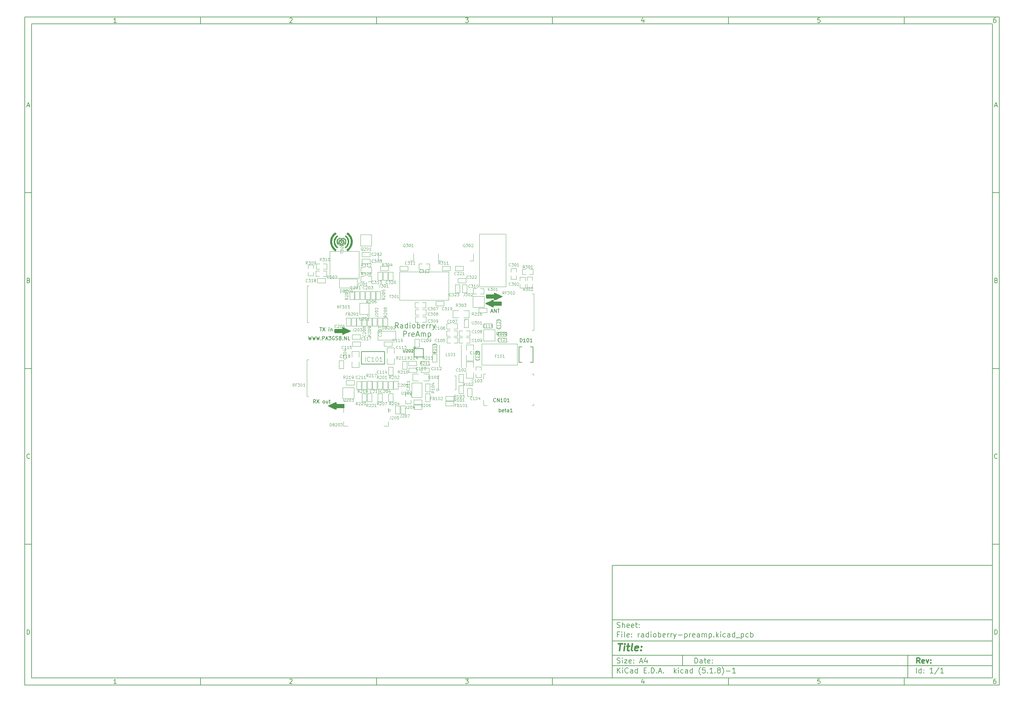
<source format=gto>
%TF.GenerationSoftware,KiCad,Pcbnew,(5.1.8)-1*%
%TF.CreationDate,2020-12-20T16:15:32+01:00*%
%TF.ProjectId,radioberry-preamp,72616469-6f62-4657-9272-792d70726561,rev?*%
%TF.SameCoordinates,Original*%
%TF.FileFunction,Legend,Top*%
%TF.FilePolarity,Positive*%
%FSLAX46Y46*%
G04 Gerber Fmt 4.6, Leading zero omitted, Abs format (unit mm)*
G04 Created by KiCad (PCBNEW (5.1.8)-1) date 2020-12-20 16:15:32*
%MOMM*%
%LPD*%
G01*
G04 APERTURE LIST*
%ADD10C,0.100000*%
%ADD11C,0.150000*%
%ADD12C,0.300000*%
%ADD13C,0.400000*%
%ADD14C,0.010000*%
%ADD15C,0.203200*%
%ADD16C,0.101600*%
G04 APERTURE END LIST*
D10*
D11*
X177002200Y-166007200D02*
X177002200Y-198007200D01*
X285002200Y-198007200D01*
X285002200Y-166007200D01*
X177002200Y-166007200D01*
D10*
D11*
X10000000Y-10000000D02*
X10000000Y-200007200D01*
X287002200Y-200007200D01*
X287002200Y-10000000D01*
X10000000Y-10000000D01*
D10*
D11*
X12000000Y-12000000D02*
X12000000Y-198007200D01*
X285002200Y-198007200D01*
X285002200Y-12000000D01*
X12000000Y-12000000D01*
D10*
D11*
X60000000Y-12000000D02*
X60000000Y-10000000D01*
D10*
D11*
X110000000Y-12000000D02*
X110000000Y-10000000D01*
D10*
D11*
X160000000Y-12000000D02*
X160000000Y-10000000D01*
D10*
D11*
X210000000Y-12000000D02*
X210000000Y-10000000D01*
D10*
D11*
X260000000Y-12000000D02*
X260000000Y-10000000D01*
D10*
D11*
X36065476Y-11588095D02*
X35322619Y-11588095D01*
X35694047Y-11588095D02*
X35694047Y-10288095D01*
X35570238Y-10473809D01*
X35446428Y-10597619D01*
X35322619Y-10659523D01*
D10*
D11*
X85322619Y-10411904D02*
X85384523Y-10350000D01*
X85508333Y-10288095D01*
X85817857Y-10288095D01*
X85941666Y-10350000D01*
X86003571Y-10411904D01*
X86065476Y-10535714D01*
X86065476Y-10659523D01*
X86003571Y-10845238D01*
X85260714Y-11588095D01*
X86065476Y-11588095D01*
D10*
D11*
X135260714Y-10288095D02*
X136065476Y-10288095D01*
X135632142Y-10783333D01*
X135817857Y-10783333D01*
X135941666Y-10845238D01*
X136003571Y-10907142D01*
X136065476Y-11030952D01*
X136065476Y-11340476D01*
X136003571Y-11464285D01*
X135941666Y-11526190D01*
X135817857Y-11588095D01*
X135446428Y-11588095D01*
X135322619Y-11526190D01*
X135260714Y-11464285D01*
D10*
D11*
X185941666Y-10721428D02*
X185941666Y-11588095D01*
X185632142Y-10226190D02*
X185322619Y-11154761D01*
X186127380Y-11154761D01*
D10*
D11*
X236003571Y-10288095D02*
X235384523Y-10288095D01*
X235322619Y-10907142D01*
X235384523Y-10845238D01*
X235508333Y-10783333D01*
X235817857Y-10783333D01*
X235941666Y-10845238D01*
X236003571Y-10907142D01*
X236065476Y-11030952D01*
X236065476Y-11340476D01*
X236003571Y-11464285D01*
X235941666Y-11526190D01*
X235817857Y-11588095D01*
X235508333Y-11588095D01*
X235384523Y-11526190D01*
X235322619Y-11464285D01*
D10*
D11*
X285941666Y-10288095D02*
X285694047Y-10288095D01*
X285570238Y-10350000D01*
X285508333Y-10411904D01*
X285384523Y-10597619D01*
X285322619Y-10845238D01*
X285322619Y-11340476D01*
X285384523Y-11464285D01*
X285446428Y-11526190D01*
X285570238Y-11588095D01*
X285817857Y-11588095D01*
X285941666Y-11526190D01*
X286003571Y-11464285D01*
X286065476Y-11340476D01*
X286065476Y-11030952D01*
X286003571Y-10907142D01*
X285941666Y-10845238D01*
X285817857Y-10783333D01*
X285570238Y-10783333D01*
X285446428Y-10845238D01*
X285384523Y-10907142D01*
X285322619Y-11030952D01*
D10*
D11*
X60000000Y-198007200D02*
X60000000Y-200007200D01*
D10*
D11*
X110000000Y-198007200D02*
X110000000Y-200007200D01*
D10*
D11*
X160000000Y-198007200D02*
X160000000Y-200007200D01*
D10*
D11*
X210000000Y-198007200D02*
X210000000Y-200007200D01*
D10*
D11*
X260000000Y-198007200D02*
X260000000Y-200007200D01*
D10*
D11*
X36065476Y-199595295D02*
X35322619Y-199595295D01*
X35694047Y-199595295D02*
X35694047Y-198295295D01*
X35570238Y-198481009D01*
X35446428Y-198604819D01*
X35322619Y-198666723D01*
D10*
D11*
X85322619Y-198419104D02*
X85384523Y-198357200D01*
X85508333Y-198295295D01*
X85817857Y-198295295D01*
X85941666Y-198357200D01*
X86003571Y-198419104D01*
X86065476Y-198542914D01*
X86065476Y-198666723D01*
X86003571Y-198852438D01*
X85260714Y-199595295D01*
X86065476Y-199595295D01*
D10*
D11*
X135260714Y-198295295D02*
X136065476Y-198295295D01*
X135632142Y-198790533D01*
X135817857Y-198790533D01*
X135941666Y-198852438D01*
X136003571Y-198914342D01*
X136065476Y-199038152D01*
X136065476Y-199347676D01*
X136003571Y-199471485D01*
X135941666Y-199533390D01*
X135817857Y-199595295D01*
X135446428Y-199595295D01*
X135322619Y-199533390D01*
X135260714Y-199471485D01*
D10*
D11*
X185941666Y-198728628D02*
X185941666Y-199595295D01*
X185632142Y-198233390D02*
X185322619Y-199161961D01*
X186127380Y-199161961D01*
D10*
D11*
X236003571Y-198295295D02*
X235384523Y-198295295D01*
X235322619Y-198914342D01*
X235384523Y-198852438D01*
X235508333Y-198790533D01*
X235817857Y-198790533D01*
X235941666Y-198852438D01*
X236003571Y-198914342D01*
X236065476Y-199038152D01*
X236065476Y-199347676D01*
X236003571Y-199471485D01*
X235941666Y-199533390D01*
X235817857Y-199595295D01*
X235508333Y-199595295D01*
X235384523Y-199533390D01*
X235322619Y-199471485D01*
D10*
D11*
X285941666Y-198295295D02*
X285694047Y-198295295D01*
X285570238Y-198357200D01*
X285508333Y-198419104D01*
X285384523Y-198604819D01*
X285322619Y-198852438D01*
X285322619Y-199347676D01*
X285384523Y-199471485D01*
X285446428Y-199533390D01*
X285570238Y-199595295D01*
X285817857Y-199595295D01*
X285941666Y-199533390D01*
X286003571Y-199471485D01*
X286065476Y-199347676D01*
X286065476Y-199038152D01*
X286003571Y-198914342D01*
X285941666Y-198852438D01*
X285817857Y-198790533D01*
X285570238Y-198790533D01*
X285446428Y-198852438D01*
X285384523Y-198914342D01*
X285322619Y-199038152D01*
D10*
D11*
X10000000Y-60000000D02*
X12000000Y-60000000D01*
D10*
D11*
X10000000Y-110000000D02*
X12000000Y-110000000D01*
D10*
D11*
X10000000Y-160000000D02*
X12000000Y-160000000D01*
D10*
D11*
X10690476Y-35216666D02*
X11309523Y-35216666D01*
X10566666Y-35588095D02*
X11000000Y-34288095D01*
X11433333Y-35588095D01*
D10*
D11*
X11092857Y-84907142D02*
X11278571Y-84969047D01*
X11340476Y-85030952D01*
X11402380Y-85154761D01*
X11402380Y-85340476D01*
X11340476Y-85464285D01*
X11278571Y-85526190D01*
X11154761Y-85588095D01*
X10659523Y-85588095D01*
X10659523Y-84288095D01*
X11092857Y-84288095D01*
X11216666Y-84350000D01*
X11278571Y-84411904D01*
X11340476Y-84535714D01*
X11340476Y-84659523D01*
X11278571Y-84783333D01*
X11216666Y-84845238D01*
X11092857Y-84907142D01*
X10659523Y-84907142D01*
D10*
D11*
X11402380Y-135464285D02*
X11340476Y-135526190D01*
X11154761Y-135588095D01*
X11030952Y-135588095D01*
X10845238Y-135526190D01*
X10721428Y-135402380D01*
X10659523Y-135278571D01*
X10597619Y-135030952D01*
X10597619Y-134845238D01*
X10659523Y-134597619D01*
X10721428Y-134473809D01*
X10845238Y-134350000D01*
X11030952Y-134288095D01*
X11154761Y-134288095D01*
X11340476Y-134350000D01*
X11402380Y-134411904D01*
D10*
D11*
X10659523Y-185588095D02*
X10659523Y-184288095D01*
X10969047Y-184288095D01*
X11154761Y-184350000D01*
X11278571Y-184473809D01*
X11340476Y-184597619D01*
X11402380Y-184845238D01*
X11402380Y-185030952D01*
X11340476Y-185278571D01*
X11278571Y-185402380D01*
X11154761Y-185526190D01*
X10969047Y-185588095D01*
X10659523Y-185588095D01*
D10*
D11*
X287002200Y-60000000D02*
X285002200Y-60000000D01*
D10*
D11*
X287002200Y-110000000D02*
X285002200Y-110000000D01*
D10*
D11*
X287002200Y-160000000D02*
X285002200Y-160000000D01*
D10*
D11*
X285692676Y-35216666D02*
X286311723Y-35216666D01*
X285568866Y-35588095D02*
X286002200Y-34288095D01*
X286435533Y-35588095D01*
D10*
D11*
X286095057Y-84907142D02*
X286280771Y-84969047D01*
X286342676Y-85030952D01*
X286404580Y-85154761D01*
X286404580Y-85340476D01*
X286342676Y-85464285D01*
X286280771Y-85526190D01*
X286156961Y-85588095D01*
X285661723Y-85588095D01*
X285661723Y-84288095D01*
X286095057Y-84288095D01*
X286218866Y-84350000D01*
X286280771Y-84411904D01*
X286342676Y-84535714D01*
X286342676Y-84659523D01*
X286280771Y-84783333D01*
X286218866Y-84845238D01*
X286095057Y-84907142D01*
X285661723Y-84907142D01*
D10*
D11*
X286404580Y-135464285D02*
X286342676Y-135526190D01*
X286156961Y-135588095D01*
X286033152Y-135588095D01*
X285847438Y-135526190D01*
X285723628Y-135402380D01*
X285661723Y-135278571D01*
X285599819Y-135030952D01*
X285599819Y-134845238D01*
X285661723Y-134597619D01*
X285723628Y-134473809D01*
X285847438Y-134350000D01*
X286033152Y-134288095D01*
X286156961Y-134288095D01*
X286342676Y-134350000D01*
X286404580Y-134411904D01*
D10*
D11*
X285661723Y-185588095D02*
X285661723Y-184288095D01*
X285971247Y-184288095D01*
X286156961Y-184350000D01*
X286280771Y-184473809D01*
X286342676Y-184597619D01*
X286404580Y-184845238D01*
X286404580Y-185030952D01*
X286342676Y-185278571D01*
X286280771Y-185402380D01*
X286156961Y-185526190D01*
X285971247Y-185588095D01*
X285661723Y-185588095D01*
D10*
D11*
X200434342Y-193785771D02*
X200434342Y-192285771D01*
X200791485Y-192285771D01*
X201005771Y-192357200D01*
X201148628Y-192500057D01*
X201220057Y-192642914D01*
X201291485Y-192928628D01*
X201291485Y-193142914D01*
X201220057Y-193428628D01*
X201148628Y-193571485D01*
X201005771Y-193714342D01*
X200791485Y-193785771D01*
X200434342Y-193785771D01*
X202577200Y-193785771D02*
X202577200Y-193000057D01*
X202505771Y-192857200D01*
X202362914Y-192785771D01*
X202077200Y-192785771D01*
X201934342Y-192857200D01*
X202577200Y-193714342D02*
X202434342Y-193785771D01*
X202077200Y-193785771D01*
X201934342Y-193714342D01*
X201862914Y-193571485D01*
X201862914Y-193428628D01*
X201934342Y-193285771D01*
X202077200Y-193214342D01*
X202434342Y-193214342D01*
X202577200Y-193142914D01*
X203077200Y-192785771D02*
X203648628Y-192785771D01*
X203291485Y-192285771D02*
X203291485Y-193571485D01*
X203362914Y-193714342D01*
X203505771Y-193785771D01*
X203648628Y-193785771D01*
X204720057Y-193714342D02*
X204577200Y-193785771D01*
X204291485Y-193785771D01*
X204148628Y-193714342D01*
X204077200Y-193571485D01*
X204077200Y-193000057D01*
X204148628Y-192857200D01*
X204291485Y-192785771D01*
X204577200Y-192785771D01*
X204720057Y-192857200D01*
X204791485Y-193000057D01*
X204791485Y-193142914D01*
X204077200Y-193285771D01*
X205434342Y-193642914D02*
X205505771Y-193714342D01*
X205434342Y-193785771D01*
X205362914Y-193714342D01*
X205434342Y-193642914D01*
X205434342Y-193785771D01*
X205434342Y-192857200D02*
X205505771Y-192928628D01*
X205434342Y-193000057D01*
X205362914Y-192928628D01*
X205434342Y-192857200D01*
X205434342Y-193000057D01*
D10*
D11*
X177002200Y-194507200D02*
X285002200Y-194507200D01*
D10*
D11*
X178434342Y-196585771D02*
X178434342Y-195085771D01*
X179291485Y-196585771D02*
X178648628Y-195728628D01*
X179291485Y-195085771D02*
X178434342Y-195942914D01*
X179934342Y-196585771D02*
X179934342Y-195585771D01*
X179934342Y-195085771D02*
X179862914Y-195157200D01*
X179934342Y-195228628D01*
X180005771Y-195157200D01*
X179934342Y-195085771D01*
X179934342Y-195228628D01*
X181505771Y-196442914D02*
X181434342Y-196514342D01*
X181220057Y-196585771D01*
X181077200Y-196585771D01*
X180862914Y-196514342D01*
X180720057Y-196371485D01*
X180648628Y-196228628D01*
X180577200Y-195942914D01*
X180577200Y-195728628D01*
X180648628Y-195442914D01*
X180720057Y-195300057D01*
X180862914Y-195157200D01*
X181077200Y-195085771D01*
X181220057Y-195085771D01*
X181434342Y-195157200D01*
X181505771Y-195228628D01*
X182791485Y-196585771D02*
X182791485Y-195800057D01*
X182720057Y-195657200D01*
X182577200Y-195585771D01*
X182291485Y-195585771D01*
X182148628Y-195657200D01*
X182791485Y-196514342D02*
X182648628Y-196585771D01*
X182291485Y-196585771D01*
X182148628Y-196514342D01*
X182077200Y-196371485D01*
X182077200Y-196228628D01*
X182148628Y-196085771D01*
X182291485Y-196014342D01*
X182648628Y-196014342D01*
X182791485Y-195942914D01*
X184148628Y-196585771D02*
X184148628Y-195085771D01*
X184148628Y-196514342D02*
X184005771Y-196585771D01*
X183720057Y-196585771D01*
X183577200Y-196514342D01*
X183505771Y-196442914D01*
X183434342Y-196300057D01*
X183434342Y-195871485D01*
X183505771Y-195728628D01*
X183577200Y-195657200D01*
X183720057Y-195585771D01*
X184005771Y-195585771D01*
X184148628Y-195657200D01*
X186005771Y-195800057D02*
X186505771Y-195800057D01*
X186720057Y-196585771D02*
X186005771Y-196585771D01*
X186005771Y-195085771D01*
X186720057Y-195085771D01*
X187362914Y-196442914D02*
X187434342Y-196514342D01*
X187362914Y-196585771D01*
X187291485Y-196514342D01*
X187362914Y-196442914D01*
X187362914Y-196585771D01*
X188077200Y-196585771D02*
X188077200Y-195085771D01*
X188434342Y-195085771D01*
X188648628Y-195157200D01*
X188791485Y-195300057D01*
X188862914Y-195442914D01*
X188934342Y-195728628D01*
X188934342Y-195942914D01*
X188862914Y-196228628D01*
X188791485Y-196371485D01*
X188648628Y-196514342D01*
X188434342Y-196585771D01*
X188077200Y-196585771D01*
X189577200Y-196442914D02*
X189648628Y-196514342D01*
X189577200Y-196585771D01*
X189505771Y-196514342D01*
X189577200Y-196442914D01*
X189577200Y-196585771D01*
X190220057Y-196157200D02*
X190934342Y-196157200D01*
X190077200Y-196585771D02*
X190577200Y-195085771D01*
X191077200Y-196585771D01*
X191577200Y-196442914D02*
X191648628Y-196514342D01*
X191577200Y-196585771D01*
X191505771Y-196514342D01*
X191577200Y-196442914D01*
X191577200Y-196585771D01*
X194577200Y-196585771D02*
X194577200Y-195085771D01*
X194720057Y-196014342D02*
X195148628Y-196585771D01*
X195148628Y-195585771D02*
X194577200Y-196157200D01*
X195791485Y-196585771D02*
X195791485Y-195585771D01*
X195791485Y-195085771D02*
X195720057Y-195157200D01*
X195791485Y-195228628D01*
X195862914Y-195157200D01*
X195791485Y-195085771D01*
X195791485Y-195228628D01*
X197148628Y-196514342D02*
X197005771Y-196585771D01*
X196720057Y-196585771D01*
X196577200Y-196514342D01*
X196505771Y-196442914D01*
X196434342Y-196300057D01*
X196434342Y-195871485D01*
X196505771Y-195728628D01*
X196577200Y-195657200D01*
X196720057Y-195585771D01*
X197005771Y-195585771D01*
X197148628Y-195657200D01*
X198434342Y-196585771D02*
X198434342Y-195800057D01*
X198362914Y-195657200D01*
X198220057Y-195585771D01*
X197934342Y-195585771D01*
X197791485Y-195657200D01*
X198434342Y-196514342D02*
X198291485Y-196585771D01*
X197934342Y-196585771D01*
X197791485Y-196514342D01*
X197720057Y-196371485D01*
X197720057Y-196228628D01*
X197791485Y-196085771D01*
X197934342Y-196014342D01*
X198291485Y-196014342D01*
X198434342Y-195942914D01*
X199791485Y-196585771D02*
X199791485Y-195085771D01*
X199791485Y-196514342D02*
X199648628Y-196585771D01*
X199362914Y-196585771D01*
X199220057Y-196514342D01*
X199148628Y-196442914D01*
X199077200Y-196300057D01*
X199077200Y-195871485D01*
X199148628Y-195728628D01*
X199220057Y-195657200D01*
X199362914Y-195585771D01*
X199648628Y-195585771D01*
X199791485Y-195657200D01*
X202077200Y-197157200D02*
X202005771Y-197085771D01*
X201862914Y-196871485D01*
X201791485Y-196728628D01*
X201720057Y-196514342D01*
X201648628Y-196157200D01*
X201648628Y-195871485D01*
X201720057Y-195514342D01*
X201791485Y-195300057D01*
X201862914Y-195157200D01*
X202005771Y-194942914D01*
X202077200Y-194871485D01*
X203362914Y-195085771D02*
X202648628Y-195085771D01*
X202577200Y-195800057D01*
X202648628Y-195728628D01*
X202791485Y-195657200D01*
X203148628Y-195657200D01*
X203291485Y-195728628D01*
X203362914Y-195800057D01*
X203434342Y-195942914D01*
X203434342Y-196300057D01*
X203362914Y-196442914D01*
X203291485Y-196514342D01*
X203148628Y-196585771D01*
X202791485Y-196585771D01*
X202648628Y-196514342D01*
X202577200Y-196442914D01*
X204077200Y-196442914D02*
X204148628Y-196514342D01*
X204077200Y-196585771D01*
X204005771Y-196514342D01*
X204077200Y-196442914D01*
X204077200Y-196585771D01*
X205577200Y-196585771D02*
X204720057Y-196585771D01*
X205148628Y-196585771D02*
X205148628Y-195085771D01*
X205005771Y-195300057D01*
X204862914Y-195442914D01*
X204720057Y-195514342D01*
X206220057Y-196442914D02*
X206291485Y-196514342D01*
X206220057Y-196585771D01*
X206148628Y-196514342D01*
X206220057Y-196442914D01*
X206220057Y-196585771D01*
X207148628Y-195728628D02*
X207005771Y-195657200D01*
X206934342Y-195585771D01*
X206862914Y-195442914D01*
X206862914Y-195371485D01*
X206934342Y-195228628D01*
X207005771Y-195157200D01*
X207148628Y-195085771D01*
X207434342Y-195085771D01*
X207577200Y-195157200D01*
X207648628Y-195228628D01*
X207720057Y-195371485D01*
X207720057Y-195442914D01*
X207648628Y-195585771D01*
X207577200Y-195657200D01*
X207434342Y-195728628D01*
X207148628Y-195728628D01*
X207005771Y-195800057D01*
X206934342Y-195871485D01*
X206862914Y-196014342D01*
X206862914Y-196300057D01*
X206934342Y-196442914D01*
X207005771Y-196514342D01*
X207148628Y-196585771D01*
X207434342Y-196585771D01*
X207577200Y-196514342D01*
X207648628Y-196442914D01*
X207720057Y-196300057D01*
X207720057Y-196014342D01*
X207648628Y-195871485D01*
X207577200Y-195800057D01*
X207434342Y-195728628D01*
X208220057Y-197157200D02*
X208291485Y-197085771D01*
X208434342Y-196871485D01*
X208505771Y-196728628D01*
X208577200Y-196514342D01*
X208648628Y-196157200D01*
X208648628Y-195871485D01*
X208577200Y-195514342D01*
X208505771Y-195300057D01*
X208434342Y-195157200D01*
X208291485Y-194942914D01*
X208220057Y-194871485D01*
X209362914Y-196014342D02*
X210505771Y-196014342D01*
X212005771Y-196585771D02*
X211148628Y-196585771D01*
X211577200Y-196585771D02*
X211577200Y-195085771D01*
X211434342Y-195300057D01*
X211291485Y-195442914D01*
X211148628Y-195514342D01*
D10*
D11*
X177002200Y-191507200D02*
X285002200Y-191507200D01*
D10*
D12*
X264411485Y-193785771D02*
X263911485Y-193071485D01*
X263554342Y-193785771D02*
X263554342Y-192285771D01*
X264125771Y-192285771D01*
X264268628Y-192357200D01*
X264340057Y-192428628D01*
X264411485Y-192571485D01*
X264411485Y-192785771D01*
X264340057Y-192928628D01*
X264268628Y-193000057D01*
X264125771Y-193071485D01*
X263554342Y-193071485D01*
X265625771Y-193714342D02*
X265482914Y-193785771D01*
X265197200Y-193785771D01*
X265054342Y-193714342D01*
X264982914Y-193571485D01*
X264982914Y-193000057D01*
X265054342Y-192857200D01*
X265197200Y-192785771D01*
X265482914Y-192785771D01*
X265625771Y-192857200D01*
X265697200Y-193000057D01*
X265697200Y-193142914D01*
X264982914Y-193285771D01*
X266197200Y-192785771D02*
X266554342Y-193785771D01*
X266911485Y-192785771D01*
X267482914Y-193642914D02*
X267554342Y-193714342D01*
X267482914Y-193785771D01*
X267411485Y-193714342D01*
X267482914Y-193642914D01*
X267482914Y-193785771D01*
X267482914Y-192857200D02*
X267554342Y-192928628D01*
X267482914Y-193000057D01*
X267411485Y-192928628D01*
X267482914Y-192857200D01*
X267482914Y-193000057D01*
D10*
D11*
X178362914Y-193714342D02*
X178577200Y-193785771D01*
X178934342Y-193785771D01*
X179077200Y-193714342D01*
X179148628Y-193642914D01*
X179220057Y-193500057D01*
X179220057Y-193357200D01*
X179148628Y-193214342D01*
X179077200Y-193142914D01*
X178934342Y-193071485D01*
X178648628Y-193000057D01*
X178505771Y-192928628D01*
X178434342Y-192857200D01*
X178362914Y-192714342D01*
X178362914Y-192571485D01*
X178434342Y-192428628D01*
X178505771Y-192357200D01*
X178648628Y-192285771D01*
X179005771Y-192285771D01*
X179220057Y-192357200D01*
X179862914Y-193785771D02*
X179862914Y-192785771D01*
X179862914Y-192285771D02*
X179791485Y-192357200D01*
X179862914Y-192428628D01*
X179934342Y-192357200D01*
X179862914Y-192285771D01*
X179862914Y-192428628D01*
X180434342Y-192785771D02*
X181220057Y-192785771D01*
X180434342Y-193785771D01*
X181220057Y-193785771D01*
X182362914Y-193714342D02*
X182220057Y-193785771D01*
X181934342Y-193785771D01*
X181791485Y-193714342D01*
X181720057Y-193571485D01*
X181720057Y-193000057D01*
X181791485Y-192857200D01*
X181934342Y-192785771D01*
X182220057Y-192785771D01*
X182362914Y-192857200D01*
X182434342Y-193000057D01*
X182434342Y-193142914D01*
X181720057Y-193285771D01*
X183077200Y-193642914D02*
X183148628Y-193714342D01*
X183077200Y-193785771D01*
X183005771Y-193714342D01*
X183077200Y-193642914D01*
X183077200Y-193785771D01*
X183077200Y-192857200D02*
X183148628Y-192928628D01*
X183077200Y-193000057D01*
X183005771Y-192928628D01*
X183077200Y-192857200D01*
X183077200Y-193000057D01*
X184862914Y-193357200D02*
X185577200Y-193357200D01*
X184720057Y-193785771D02*
X185220057Y-192285771D01*
X185720057Y-193785771D01*
X186862914Y-192785771D02*
X186862914Y-193785771D01*
X186505771Y-192214342D02*
X186148628Y-193285771D01*
X187077200Y-193285771D01*
D10*
D11*
X263434342Y-196585771D02*
X263434342Y-195085771D01*
X264791485Y-196585771D02*
X264791485Y-195085771D01*
X264791485Y-196514342D02*
X264648628Y-196585771D01*
X264362914Y-196585771D01*
X264220057Y-196514342D01*
X264148628Y-196442914D01*
X264077200Y-196300057D01*
X264077200Y-195871485D01*
X264148628Y-195728628D01*
X264220057Y-195657200D01*
X264362914Y-195585771D01*
X264648628Y-195585771D01*
X264791485Y-195657200D01*
X265505771Y-196442914D02*
X265577200Y-196514342D01*
X265505771Y-196585771D01*
X265434342Y-196514342D01*
X265505771Y-196442914D01*
X265505771Y-196585771D01*
X265505771Y-195657200D02*
X265577200Y-195728628D01*
X265505771Y-195800057D01*
X265434342Y-195728628D01*
X265505771Y-195657200D01*
X265505771Y-195800057D01*
X268148628Y-196585771D02*
X267291485Y-196585771D01*
X267720057Y-196585771D02*
X267720057Y-195085771D01*
X267577200Y-195300057D01*
X267434342Y-195442914D01*
X267291485Y-195514342D01*
X269862914Y-195014342D02*
X268577200Y-196942914D01*
X271148628Y-196585771D02*
X270291485Y-196585771D01*
X270720057Y-196585771D02*
X270720057Y-195085771D01*
X270577200Y-195300057D01*
X270434342Y-195442914D01*
X270291485Y-195514342D01*
D10*
D11*
X177002200Y-187507200D02*
X285002200Y-187507200D01*
D10*
D13*
X178714580Y-188211961D02*
X179857438Y-188211961D01*
X179036009Y-190211961D02*
X179286009Y-188211961D01*
X180274104Y-190211961D02*
X180440771Y-188878628D01*
X180524104Y-188211961D02*
X180416961Y-188307200D01*
X180500295Y-188402438D01*
X180607438Y-188307200D01*
X180524104Y-188211961D01*
X180500295Y-188402438D01*
X181107438Y-188878628D02*
X181869342Y-188878628D01*
X181476485Y-188211961D02*
X181262200Y-189926247D01*
X181333628Y-190116723D01*
X181512200Y-190211961D01*
X181702676Y-190211961D01*
X182655057Y-190211961D02*
X182476485Y-190116723D01*
X182405057Y-189926247D01*
X182619342Y-188211961D01*
X184190771Y-190116723D02*
X183988390Y-190211961D01*
X183607438Y-190211961D01*
X183428866Y-190116723D01*
X183357438Y-189926247D01*
X183452676Y-189164342D01*
X183571723Y-188973866D01*
X183774104Y-188878628D01*
X184155057Y-188878628D01*
X184333628Y-188973866D01*
X184405057Y-189164342D01*
X184381247Y-189354819D01*
X183405057Y-189545295D01*
X185155057Y-190021485D02*
X185238390Y-190116723D01*
X185131247Y-190211961D01*
X185047914Y-190116723D01*
X185155057Y-190021485D01*
X185131247Y-190211961D01*
X185286009Y-188973866D02*
X185369342Y-189069104D01*
X185262200Y-189164342D01*
X185178866Y-189069104D01*
X185286009Y-188973866D01*
X185262200Y-189164342D01*
D10*
D11*
X178934342Y-185600057D02*
X178434342Y-185600057D01*
X178434342Y-186385771D02*
X178434342Y-184885771D01*
X179148628Y-184885771D01*
X179720057Y-186385771D02*
X179720057Y-185385771D01*
X179720057Y-184885771D02*
X179648628Y-184957200D01*
X179720057Y-185028628D01*
X179791485Y-184957200D01*
X179720057Y-184885771D01*
X179720057Y-185028628D01*
X180648628Y-186385771D02*
X180505771Y-186314342D01*
X180434342Y-186171485D01*
X180434342Y-184885771D01*
X181791485Y-186314342D02*
X181648628Y-186385771D01*
X181362914Y-186385771D01*
X181220057Y-186314342D01*
X181148628Y-186171485D01*
X181148628Y-185600057D01*
X181220057Y-185457200D01*
X181362914Y-185385771D01*
X181648628Y-185385771D01*
X181791485Y-185457200D01*
X181862914Y-185600057D01*
X181862914Y-185742914D01*
X181148628Y-185885771D01*
X182505771Y-186242914D02*
X182577200Y-186314342D01*
X182505771Y-186385771D01*
X182434342Y-186314342D01*
X182505771Y-186242914D01*
X182505771Y-186385771D01*
X182505771Y-185457200D02*
X182577200Y-185528628D01*
X182505771Y-185600057D01*
X182434342Y-185528628D01*
X182505771Y-185457200D01*
X182505771Y-185600057D01*
X184362914Y-186385771D02*
X184362914Y-185385771D01*
X184362914Y-185671485D02*
X184434342Y-185528628D01*
X184505771Y-185457200D01*
X184648628Y-185385771D01*
X184791485Y-185385771D01*
X185934342Y-186385771D02*
X185934342Y-185600057D01*
X185862914Y-185457200D01*
X185720057Y-185385771D01*
X185434342Y-185385771D01*
X185291485Y-185457200D01*
X185934342Y-186314342D02*
X185791485Y-186385771D01*
X185434342Y-186385771D01*
X185291485Y-186314342D01*
X185220057Y-186171485D01*
X185220057Y-186028628D01*
X185291485Y-185885771D01*
X185434342Y-185814342D01*
X185791485Y-185814342D01*
X185934342Y-185742914D01*
X187291485Y-186385771D02*
X187291485Y-184885771D01*
X187291485Y-186314342D02*
X187148628Y-186385771D01*
X186862914Y-186385771D01*
X186720057Y-186314342D01*
X186648628Y-186242914D01*
X186577200Y-186100057D01*
X186577200Y-185671485D01*
X186648628Y-185528628D01*
X186720057Y-185457200D01*
X186862914Y-185385771D01*
X187148628Y-185385771D01*
X187291485Y-185457200D01*
X188005771Y-186385771D02*
X188005771Y-185385771D01*
X188005771Y-184885771D02*
X187934342Y-184957200D01*
X188005771Y-185028628D01*
X188077200Y-184957200D01*
X188005771Y-184885771D01*
X188005771Y-185028628D01*
X188934342Y-186385771D02*
X188791485Y-186314342D01*
X188720057Y-186242914D01*
X188648628Y-186100057D01*
X188648628Y-185671485D01*
X188720057Y-185528628D01*
X188791485Y-185457200D01*
X188934342Y-185385771D01*
X189148628Y-185385771D01*
X189291485Y-185457200D01*
X189362914Y-185528628D01*
X189434342Y-185671485D01*
X189434342Y-186100057D01*
X189362914Y-186242914D01*
X189291485Y-186314342D01*
X189148628Y-186385771D01*
X188934342Y-186385771D01*
X190077200Y-186385771D02*
X190077200Y-184885771D01*
X190077200Y-185457200D02*
X190220057Y-185385771D01*
X190505771Y-185385771D01*
X190648628Y-185457200D01*
X190720057Y-185528628D01*
X190791485Y-185671485D01*
X190791485Y-186100057D01*
X190720057Y-186242914D01*
X190648628Y-186314342D01*
X190505771Y-186385771D01*
X190220057Y-186385771D01*
X190077200Y-186314342D01*
X192005771Y-186314342D02*
X191862914Y-186385771D01*
X191577200Y-186385771D01*
X191434342Y-186314342D01*
X191362914Y-186171485D01*
X191362914Y-185600057D01*
X191434342Y-185457200D01*
X191577200Y-185385771D01*
X191862914Y-185385771D01*
X192005771Y-185457200D01*
X192077200Y-185600057D01*
X192077200Y-185742914D01*
X191362914Y-185885771D01*
X192720057Y-186385771D02*
X192720057Y-185385771D01*
X192720057Y-185671485D02*
X192791485Y-185528628D01*
X192862914Y-185457200D01*
X193005771Y-185385771D01*
X193148628Y-185385771D01*
X193648628Y-186385771D02*
X193648628Y-185385771D01*
X193648628Y-185671485D02*
X193720057Y-185528628D01*
X193791485Y-185457200D01*
X193934342Y-185385771D01*
X194077200Y-185385771D01*
X194434342Y-185385771D02*
X194791485Y-186385771D01*
X195148628Y-185385771D02*
X194791485Y-186385771D01*
X194648628Y-186742914D01*
X194577200Y-186814342D01*
X194434342Y-186885771D01*
X195720057Y-185814342D02*
X196862914Y-185814342D01*
X197577200Y-185385771D02*
X197577200Y-186885771D01*
X197577200Y-185457200D02*
X197720057Y-185385771D01*
X198005771Y-185385771D01*
X198148628Y-185457200D01*
X198220057Y-185528628D01*
X198291485Y-185671485D01*
X198291485Y-186100057D01*
X198220057Y-186242914D01*
X198148628Y-186314342D01*
X198005771Y-186385771D01*
X197720057Y-186385771D01*
X197577200Y-186314342D01*
X198934342Y-186385771D02*
X198934342Y-185385771D01*
X198934342Y-185671485D02*
X199005771Y-185528628D01*
X199077200Y-185457200D01*
X199220057Y-185385771D01*
X199362914Y-185385771D01*
X200434342Y-186314342D02*
X200291485Y-186385771D01*
X200005771Y-186385771D01*
X199862914Y-186314342D01*
X199791485Y-186171485D01*
X199791485Y-185600057D01*
X199862914Y-185457200D01*
X200005771Y-185385771D01*
X200291485Y-185385771D01*
X200434342Y-185457200D01*
X200505771Y-185600057D01*
X200505771Y-185742914D01*
X199791485Y-185885771D01*
X201791485Y-186385771D02*
X201791485Y-185600057D01*
X201720057Y-185457200D01*
X201577200Y-185385771D01*
X201291485Y-185385771D01*
X201148628Y-185457200D01*
X201791485Y-186314342D02*
X201648628Y-186385771D01*
X201291485Y-186385771D01*
X201148628Y-186314342D01*
X201077200Y-186171485D01*
X201077200Y-186028628D01*
X201148628Y-185885771D01*
X201291485Y-185814342D01*
X201648628Y-185814342D01*
X201791485Y-185742914D01*
X202505771Y-186385771D02*
X202505771Y-185385771D01*
X202505771Y-185528628D02*
X202577200Y-185457200D01*
X202720057Y-185385771D01*
X202934342Y-185385771D01*
X203077200Y-185457200D01*
X203148628Y-185600057D01*
X203148628Y-186385771D01*
X203148628Y-185600057D02*
X203220057Y-185457200D01*
X203362914Y-185385771D01*
X203577200Y-185385771D01*
X203720057Y-185457200D01*
X203791485Y-185600057D01*
X203791485Y-186385771D01*
X204505771Y-185385771D02*
X204505771Y-186885771D01*
X204505771Y-185457200D02*
X204648628Y-185385771D01*
X204934342Y-185385771D01*
X205077200Y-185457200D01*
X205148628Y-185528628D01*
X205220057Y-185671485D01*
X205220057Y-186100057D01*
X205148628Y-186242914D01*
X205077200Y-186314342D01*
X204934342Y-186385771D01*
X204648628Y-186385771D01*
X204505771Y-186314342D01*
X205862914Y-186242914D02*
X205934342Y-186314342D01*
X205862914Y-186385771D01*
X205791485Y-186314342D01*
X205862914Y-186242914D01*
X205862914Y-186385771D01*
X206577200Y-186385771D02*
X206577200Y-184885771D01*
X206720057Y-185814342D02*
X207148628Y-186385771D01*
X207148628Y-185385771D02*
X206577200Y-185957200D01*
X207791485Y-186385771D02*
X207791485Y-185385771D01*
X207791485Y-184885771D02*
X207720057Y-184957200D01*
X207791485Y-185028628D01*
X207862914Y-184957200D01*
X207791485Y-184885771D01*
X207791485Y-185028628D01*
X209148628Y-186314342D02*
X209005771Y-186385771D01*
X208720057Y-186385771D01*
X208577200Y-186314342D01*
X208505771Y-186242914D01*
X208434342Y-186100057D01*
X208434342Y-185671485D01*
X208505771Y-185528628D01*
X208577200Y-185457200D01*
X208720057Y-185385771D01*
X209005771Y-185385771D01*
X209148628Y-185457200D01*
X210434342Y-186385771D02*
X210434342Y-185600057D01*
X210362914Y-185457200D01*
X210220057Y-185385771D01*
X209934342Y-185385771D01*
X209791485Y-185457200D01*
X210434342Y-186314342D02*
X210291485Y-186385771D01*
X209934342Y-186385771D01*
X209791485Y-186314342D01*
X209720057Y-186171485D01*
X209720057Y-186028628D01*
X209791485Y-185885771D01*
X209934342Y-185814342D01*
X210291485Y-185814342D01*
X210434342Y-185742914D01*
X211791485Y-186385771D02*
X211791485Y-184885771D01*
X211791485Y-186314342D02*
X211648628Y-186385771D01*
X211362914Y-186385771D01*
X211220057Y-186314342D01*
X211148628Y-186242914D01*
X211077200Y-186100057D01*
X211077200Y-185671485D01*
X211148628Y-185528628D01*
X211220057Y-185457200D01*
X211362914Y-185385771D01*
X211648628Y-185385771D01*
X211791485Y-185457200D01*
X212148628Y-186528628D02*
X213291485Y-186528628D01*
X213648628Y-185385771D02*
X213648628Y-186885771D01*
X213648628Y-185457200D02*
X213791485Y-185385771D01*
X214077200Y-185385771D01*
X214220057Y-185457200D01*
X214291485Y-185528628D01*
X214362914Y-185671485D01*
X214362914Y-186100057D01*
X214291485Y-186242914D01*
X214220057Y-186314342D01*
X214077200Y-186385771D01*
X213791485Y-186385771D01*
X213648628Y-186314342D01*
X215648628Y-186314342D02*
X215505771Y-186385771D01*
X215220057Y-186385771D01*
X215077200Y-186314342D01*
X215005771Y-186242914D01*
X214934342Y-186100057D01*
X214934342Y-185671485D01*
X215005771Y-185528628D01*
X215077200Y-185457200D01*
X215220057Y-185385771D01*
X215505771Y-185385771D01*
X215648628Y-185457200D01*
X216291485Y-186385771D02*
X216291485Y-184885771D01*
X216291485Y-185457200D02*
X216434342Y-185385771D01*
X216720057Y-185385771D01*
X216862914Y-185457200D01*
X216934342Y-185528628D01*
X217005771Y-185671485D01*
X217005771Y-186100057D01*
X216934342Y-186242914D01*
X216862914Y-186314342D01*
X216720057Y-186385771D01*
X216434342Y-186385771D01*
X216291485Y-186314342D01*
D10*
D11*
X177002200Y-181507200D02*
X285002200Y-181507200D01*
D10*
D11*
X178362914Y-183614342D02*
X178577200Y-183685771D01*
X178934342Y-183685771D01*
X179077200Y-183614342D01*
X179148628Y-183542914D01*
X179220057Y-183400057D01*
X179220057Y-183257200D01*
X179148628Y-183114342D01*
X179077200Y-183042914D01*
X178934342Y-182971485D01*
X178648628Y-182900057D01*
X178505771Y-182828628D01*
X178434342Y-182757200D01*
X178362914Y-182614342D01*
X178362914Y-182471485D01*
X178434342Y-182328628D01*
X178505771Y-182257200D01*
X178648628Y-182185771D01*
X179005771Y-182185771D01*
X179220057Y-182257200D01*
X179862914Y-183685771D02*
X179862914Y-182185771D01*
X180505771Y-183685771D02*
X180505771Y-182900057D01*
X180434342Y-182757200D01*
X180291485Y-182685771D01*
X180077200Y-182685771D01*
X179934342Y-182757200D01*
X179862914Y-182828628D01*
X181791485Y-183614342D02*
X181648628Y-183685771D01*
X181362914Y-183685771D01*
X181220057Y-183614342D01*
X181148628Y-183471485D01*
X181148628Y-182900057D01*
X181220057Y-182757200D01*
X181362914Y-182685771D01*
X181648628Y-182685771D01*
X181791485Y-182757200D01*
X181862914Y-182900057D01*
X181862914Y-183042914D01*
X181148628Y-183185771D01*
X183077200Y-183614342D02*
X182934342Y-183685771D01*
X182648628Y-183685771D01*
X182505771Y-183614342D01*
X182434342Y-183471485D01*
X182434342Y-182900057D01*
X182505771Y-182757200D01*
X182648628Y-182685771D01*
X182934342Y-182685771D01*
X183077200Y-182757200D01*
X183148628Y-182900057D01*
X183148628Y-183042914D01*
X182434342Y-183185771D01*
X183577200Y-182685771D02*
X184148628Y-182685771D01*
X183791485Y-182185771D02*
X183791485Y-183471485D01*
X183862914Y-183614342D01*
X184005771Y-183685771D01*
X184148628Y-183685771D01*
X184648628Y-183542914D02*
X184720057Y-183614342D01*
X184648628Y-183685771D01*
X184577200Y-183614342D01*
X184648628Y-183542914D01*
X184648628Y-183685771D01*
X184648628Y-182757200D02*
X184720057Y-182828628D01*
X184648628Y-182900057D01*
X184577200Y-182828628D01*
X184648628Y-182757200D01*
X184648628Y-182900057D01*
D10*
D11*
X197002200Y-191507200D02*
X197002200Y-194507200D01*
D10*
D11*
X261002200Y-191507200D02*
X261002200Y-198007200D01*
X90642857Y-100852380D02*
X90880952Y-101852380D01*
X91071428Y-101138095D01*
X91261904Y-101852380D01*
X91500000Y-100852380D01*
X91785714Y-100852380D02*
X92023809Y-101852380D01*
X92214285Y-101138095D01*
X92404761Y-101852380D01*
X92642857Y-100852380D01*
X92928571Y-100852380D02*
X93166666Y-101852380D01*
X93357142Y-101138095D01*
X93547619Y-101852380D01*
X93785714Y-100852380D01*
X94166666Y-101757142D02*
X94214285Y-101804761D01*
X94166666Y-101852380D01*
X94119047Y-101804761D01*
X94166666Y-101757142D01*
X94166666Y-101852380D01*
X94642857Y-101852380D02*
X94642857Y-100852380D01*
X95023809Y-100852380D01*
X95119047Y-100900000D01*
X95166666Y-100947619D01*
X95214285Y-101042857D01*
X95214285Y-101185714D01*
X95166666Y-101280952D01*
X95119047Y-101328571D01*
X95023809Y-101376190D01*
X94642857Y-101376190D01*
X95595238Y-101566666D02*
X96071428Y-101566666D01*
X95500000Y-101852380D02*
X95833333Y-100852380D01*
X96166666Y-101852380D01*
X96404761Y-100852380D02*
X97023809Y-100852380D01*
X96690476Y-101233333D01*
X96833333Y-101233333D01*
X96928571Y-101280952D01*
X96976190Y-101328571D01*
X97023809Y-101423809D01*
X97023809Y-101661904D01*
X96976190Y-101757142D01*
X96928571Y-101804761D01*
X96833333Y-101852380D01*
X96547619Y-101852380D01*
X96452380Y-101804761D01*
X96404761Y-101757142D01*
X97976190Y-100900000D02*
X97880952Y-100852380D01*
X97738095Y-100852380D01*
X97595238Y-100900000D01*
X97500000Y-100995238D01*
X97452380Y-101090476D01*
X97404761Y-101280952D01*
X97404761Y-101423809D01*
X97452380Y-101614285D01*
X97500000Y-101709523D01*
X97595238Y-101804761D01*
X97738095Y-101852380D01*
X97833333Y-101852380D01*
X97976190Y-101804761D01*
X98023809Y-101757142D01*
X98023809Y-101423809D01*
X97833333Y-101423809D01*
X98404761Y-101804761D02*
X98547619Y-101852380D01*
X98785714Y-101852380D01*
X98880952Y-101804761D01*
X98928571Y-101757142D01*
X98976190Y-101661904D01*
X98976190Y-101566666D01*
X98928571Y-101471428D01*
X98880952Y-101423809D01*
X98785714Y-101376190D01*
X98595238Y-101328571D01*
X98500000Y-101280952D01*
X98452380Y-101233333D01*
X98404761Y-101138095D01*
X98404761Y-101042857D01*
X98452380Y-100947619D01*
X98500000Y-100900000D01*
X98595238Y-100852380D01*
X98833333Y-100852380D01*
X98976190Y-100900000D01*
X99738095Y-101328571D02*
X99880952Y-101376190D01*
X99928571Y-101423809D01*
X99976190Y-101519047D01*
X99976190Y-101661904D01*
X99928571Y-101757142D01*
X99880952Y-101804761D01*
X99785714Y-101852380D01*
X99404761Y-101852380D01*
X99404761Y-100852380D01*
X99738095Y-100852380D01*
X99833333Y-100900000D01*
X99880952Y-100947619D01*
X99928571Y-101042857D01*
X99928571Y-101138095D01*
X99880952Y-101233333D01*
X99833333Y-101280952D01*
X99738095Y-101328571D01*
X99404761Y-101328571D01*
X100404761Y-101757142D02*
X100452380Y-101804761D01*
X100404761Y-101852380D01*
X100357142Y-101804761D01*
X100404761Y-101757142D01*
X100404761Y-101852380D01*
X100880952Y-101852380D02*
X100880952Y-100852380D01*
X101452380Y-101852380D01*
X101452380Y-100852380D01*
X102404761Y-101852380D02*
X101928571Y-101852380D01*
X101928571Y-100852380D01*
X142557142Y-93766666D02*
X143033333Y-93766666D01*
X142461904Y-94052380D02*
X142795238Y-93052380D01*
X143128571Y-94052380D01*
X143461904Y-94052380D02*
X143461904Y-93052380D01*
X144033333Y-94052380D01*
X144033333Y-93052380D01*
X144366666Y-93052380D02*
X144938095Y-93052380D01*
X144652380Y-94052380D02*
X144652380Y-93052380D01*
X93866666Y-98352380D02*
X94438095Y-98352380D01*
X94152380Y-99352380D02*
X94152380Y-98352380D01*
X94676190Y-98352380D02*
X95342857Y-99352380D01*
X95342857Y-98352380D02*
X94676190Y-99352380D01*
X96485714Y-99352380D02*
X96485714Y-98685714D01*
X96485714Y-98352380D02*
X96438095Y-98400000D01*
X96485714Y-98447619D01*
X96533333Y-98400000D01*
X96485714Y-98352380D01*
X96485714Y-98447619D01*
X96961904Y-98685714D02*
X96961904Y-99352380D01*
X96961904Y-98780952D02*
X97009523Y-98733333D01*
X97104761Y-98685714D01*
X97247619Y-98685714D01*
X97342857Y-98733333D01*
X97390476Y-98828571D01*
X97390476Y-99352380D01*
X92661904Y-119852380D02*
X92328571Y-119376190D01*
X92090476Y-119852380D02*
X92090476Y-118852380D01*
X92471428Y-118852380D01*
X92566666Y-118900000D01*
X92614285Y-118947619D01*
X92661904Y-119042857D01*
X92661904Y-119185714D01*
X92614285Y-119280952D01*
X92566666Y-119328571D01*
X92471428Y-119376190D01*
X92090476Y-119376190D01*
X92995238Y-118852380D02*
X93661904Y-119852380D01*
X93661904Y-118852380D02*
X92995238Y-119852380D01*
X94947619Y-119852380D02*
X94852380Y-119804761D01*
X94804761Y-119757142D01*
X94757142Y-119661904D01*
X94757142Y-119376190D01*
X94804761Y-119280952D01*
X94852380Y-119233333D01*
X94947619Y-119185714D01*
X95090476Y-119185714D01*
X95185714Y-119233333D01*
X95233333Y-119280952D01*
X95280952Y-119376190D01*
X95280952Y-119661904D01*
X95233333Y-119757142D01*
X95185714Y-119804761D01*
X95090476Y-119852380D01*
X94947619Y-119852380D01*
X96138095Y-119185714D02*
X96138095Y-119852380D01*
X95709523Y-119185714D02*
X95709523Y-119709523D01*
X95757142Y-119804761D01*
X95852380Y-119852380D01*
X95995238Y-119852380D01*
X96090476Y-119804761D01*
X96138095Y-119757142D01*
X96471428Y-119185714D02*
X96852380Y-119185714D01*
X96614285Y-118852380D02*
X96614285Y-119709523D01*
X96661904Y-119804761D01*
X96757142Y-119852380D01*
X96852380Y-119852380D01*
X144842857Y-122352380D02*
X144842857Y-121352380D01*
X144842857Y-121733333D02*
X144938095Y-121685714D01*
X145128571Y-121685714D01*
X145223809Y-121733333D01*
X145271428Y-121780952D01*
X145319047Y-121876190D01*
X145319047Y-122161904D01*
X145271428Y-122257142D01*
X145223809Y-122304761D01*
X145128571Y-122352380D01*
X144938095Y-122352380D01*
X144842857Y-122304761D01*
X146128571Y-122304761D02*
X146033333Y-122352380D01*
X145842857Y-122352380D01*
X145747619Y-122304761D01*
X145700000Y-122209523D01*
X145700000Y-121828571D01*
X145747619Y-121733333D01*
X145842857Y-121685714D01*
X146033333Y-121685714D01*
X146128571Y-121733333D01*
X146176190Y-121828571D01*
X146176190Y-121923809D01*
X145700000Y-122019047D01*
X146461904Y-121685714D02*
X146842857Y-121685714D01*
X146604761Y-121352380D02*
X146604761Y-122209523D01*
X146652380Y-122304761D01*
X146747619Y-122352380D01*
X146842857Y-122352380D01*
X147604761Y-122352380D02*
X147604761Y-121828571D01*
X147557142Y-121733333D01*
X147461904Y-121685714D01*
X147271428Y-121685714D01*
X147176190Y-121733333D01*
X147604761Y-122304761D02*
X147509523Y-122352380D01*
X147271428Y-122352380D01*
X147176190Y-122304761D01*
X147128571Y-122209523D01*
X147128571Y-122114285D01*
X147176190Y-122019047D01*
X147271428Y-121971428D01*
X147509523Y-121971428D01*
X147604761Y-121923809D01*
X148604761Y-122352380D02*
X148033333Y-122352380D01*
X148319047Y-122352380D02*
X148319047Y-121352380D01*
X148223809Y-121495238D01*
X148128571Y-121590476D01*
X148033333Y-121638095D01*
X116178571Y-98478571D02*
X115678571Y-97764285D01*
X115321428Y-98478571D02*
X115321428Y-96978571D01*
X115892857Y-96978571D01*
X116035714Y-97050000D01*
X116107142Y-97121428D01*
X116178571Y-97264285D01*
X116178571Y-97478571D01*
X116107142Y-97621428D01*
X116035714Y-97692857D01*
X115892857Y-97764285D01*
X115321428Y-97764285D01*
X117464285Y-98478571D02*
X117464285Y-97692857D01*
X117392857Y-97550000D01*
X117250000Y-97478571D01*
X116964285Y-97478571D01*
X116821428Y-97550000D01*
X117464285Y-98407142D02*
X117321428Y-98478571D01*
X116964285Y-98478571D01*
X116821428Y-98407142D01*
X116750000Y-98264285D01*
X116750000Y-98121428D01*
X116821428Y-97978571D01*
X116964285Y-97907142D01*
X117321428Y-97907142D01*
X117464285Y-97835714D01*
X118821428Y-98478571D02*
X118821428Y-96978571D01*
X118821428Y-98407142D02*
X118678571Y-98478571D01*
X118392857Y-98478571D01*
X118250000Y-98407142D01*
X118178571Y-98335714D01*
X118107142Y-98192857D01*
X118107142Y-97764285D01*
X118178571Y-97621428D01*
X118250000Y-97550000D01*
X118392857Y-97478571D01*
X118678571Y-97478571D01*
X118821428Y-97550000D01*
X119535714Y-98478571D02*
X119535714Y-97478571D01*
X119535714Y-96978571D02*
X119464285Y-97050000D01*
X119535714Y-97121428D01*
X119607142Y-97050000D01*
X119535714Y-96978571D01*
X119535714Y-97121428D01*
X120464285Y-98478571D02*
X120321428Y-98407142D01*
X120250000Y-98335714D01*
X120178571Y-98192857D01*
X120178571Y-97764285D01*
X120250000Y-97621428D01*
X120321428Y-97550000D01*
X120464285Y-97478571D01*
X120678571Y-97478571D01*
X120821428Y-97550000D01*
X120892857Y-97621428D01*
X120964285Y-97764285D01*
X120964285Y-98192857D01*
X120892857Y-98335714D01*
X120821428Y-98407142D01*
X120678571Y-98478571D01*
X120464285Y-98478571D01*
X121607142Y-98478571D02*
X121607142Y-96978571D01*
X121607142Y-97550000D02*
X121750000Y-97478571D01*
X122035714Y-97478571D01*
X122178571Y-97550000D01*
X122250000Y-97621428D01*
X122321428Y-97764285D01*
X122321428Y-98192857D01*
X122250000Y-98335714D01*
X122178571Y-98407142D01*
X122035714Y-98478571D01*
X121750000Y-98478571D01*
X121607142Y-98407142D01*
X123535714Y-98407142D02*
X123392857Y-98478571D01*
X123107142Y-98478571D01*
X122964285Y-98407142D01*
X122892857Y-98264285D01*
X122892857Y-97692857D01*
X122964285Y-97550000D01*
X123107142Y-97478571D01*
X123392857Y-97478571D01*
X123535714Y-97550000D01*
X123607142Y-97692857D01*
X123607142Y-97835714D01*
X122892857Y-97978571D01*
X124250000Y-98478571D02*
X124250000Y-97478571D01*
X124250000Y-97764285D02*
X124321428Y-97621428D01*
X124392857Y-97550000D01*
X124535714Y-97478571D01*
X124678571Y-97478571D01*
X125178571Y-98478571D02*
X125178571Y-97478571D01*
X125178571Y-97764285D02*
X125250000Y-97621428D01*
X125321428Y-97550000D01*
X125464285Y-97478571D01*
X125607142Y-97478571D01*
X125964285Y-97478571D02*
X126321428Y-98478571D01*
X126678571Y-97478571D02*
X126321428Y-98478571D01*
X126178571Y-98835714D01*
X126107142Y-98907142D01*
X125964285Y-98978571D01*
X117678571Y-100878571D02*
X117678571Y-99378571D01*
X118250000Y-99378571D01*
X118392857Y-99450000D01*
X118464285Y-99521428D01*
X118535714Y-99664285D01*
X118535714Y-99878571D01*
X118464285Y-100021428D01*
X118392857Y-100092857D01*
X118250000Y-100164285D01*
X117678571Y-100164285D01*
X119178571Y-100878571D02*
X119178571Y-99878571D01*
X119178571Y-100164285D02*
X119250000Y-100021428D01*
X119321428Y-99950000D01*
X119464285Y-99878571D01*
X119607142Y-99878571D01*
X120678571Y-100807142D02*
X120535714Y-100878571D01*
X120250000Y-100878571D01*
X120107142Y-100807142D01*
X120035714Y-100664285D01*
X120035714Y-100092857D01*
X120107142Y-99950000D01*
X120250000Y-99878571D01*
X120535714Y-99878571D01*
X120678571Y-99950000D01*
X120750000Y-100092857D01*
X120750000Y-100235714D01*
X120035714Y-100378571D01*
X121321428Y-100450000D02*
X122035714Y-100450000D01*
X121178571Y-100878571D02*
X121678571Y-99378571D01*
X122178571Y-100878571D01*
X122678571Y-100878571D02*
X122678571Y-99878571D01*
X122678571Y-100021428D02*
X122750000Y-99950000D01*
X122892857Y-99878571D01*
X123107142Y-99878571D01*
X123250000Y-99950000D01*
X123321428Y-100092857D01*
X123321428Y-100878571D01*
X123321428Y-100092857D02*
X123392857Y-99950000D01*
X123535714Y-99878571D01*
X123750000Y-99878571D01*
X123892857Y-99950000D01*
X123964285Y-100092857D01*
X123964285Y-100878571D01*
X124678571Y-99878571D02*
X124678571Y-101378571D01*
X124678571Y-99950000D02*
X124821428Y-99878571D01*
X125107142Y-99878571D01*
X125250000Y-99950000D01*
X125321428Y-100021428D01*
X125392857Y-100164285D01*
X125392857Y-100592857D01*
X125321428Y-100735714D01*
X125250000Y-100807142D01*
X125107142Y-100878571D01*
X124821428Y-100878571D01*
X124678571Y-100807142D01*
D10*
%TO.C,C123*%
X145335000Y-98481000D02*
X144065000Y-98481000D01*
X145335000Y-96195000D02*
X145335000Y-98481000D01*
X144065000Y-96195000D02*
X145335000Y-96195000D01*
X144065000Y-98481000D02*
X144065000Y-96195000D01*
%TO.C,C122*%
X144595000Y-100835000D02*
X144595000Y-99565000D01*
X146881000Y-100835000D02*
X144595000Y-100835000D01*
X146881000Y-99565000D02*
X146881000Y-100835000D01*
X144595000Y-99565000D02*
X146881000Y-99565000D01*
%TO.C,C121*%
X144657000Y-102535000D02*
X144657000Y-101265000D01*
X146943000Y-102535000D02*
X144657000Y-102535000D01*
X146943000Y-101265000D02*
X146943000Y-102535000D01*
X144657000Y-101265000D02*
X146943000Y-101265000D01*
%TO.C,C120*%
X138065000Y-105195000D02*
X139335000Y-105195000D01*
X138065000Y-107481000D02*
X138065000Y-105195000D01*
X139335000Y-107481000D02*
X138065000Y-107481000D01*
X139335000Y-105195000D02*
X139335000Y-107481000D01*
%TO.C,C119*%
X140457000Y-98535000D02*
X140457000Y-97265000D01*
X142743000Y-98535000D02*
X140457000Y-98535000D01*
X142743000Y-97265000D02*
X142743000Y-98535000D01*
X140457000Y-97265000D02*
X142743000Y-97265000D01*
D14*
%TO.C,G\u002A\u002A\u002A*%
G36*
X143172561Y-92537196D02*
G01*
X143093481Y-92508304D01*
X142973724Y-92460817D01*
X142818706Y-92396986D01*
X142633840Y-92319061D01*
X142424539Y-92229292D01*
X142196218Y-92129928D01*
X142027273Y-92055559D01*
X141744374Y-91930014D01*
X141509534Y-91824732D01*
X141318896Y-91737831D01*
X141168601Y-91667426D01*
X141054790Y-91611636D01*
X140973605Y-91568577D01*
X140921188Y-91536366D01*
X140893680Y-91513122D01*
X140887000Y-91499132D01*
X140896628Y-91481845D01*
X140928086Y-91457057D01*
X140985233Y-91422873D01*
X141071929Y-91377397D01*
X141192034Y-91318731D01*
X141349408Y-91244979D01*
X141547910Y-91154244D01*
X141791401Y-91044629D01*
X142015889Y-90944425D01*
X142252824Y-90839234D01*
X142474246Y-90741481D01*
X142674756Y-90653510D01*
X142848956Y-90577663D01*
X142991446Y-90516284D01*
X143096828Y-90471716D01*
X143159703Y-90446304D01*
X143175352Y-90441160D01*
X143220629Y-90455713D01*
X143224741Y-90459259D01*
X143233394Y-90494400D01*
X143239948Y-90571446D01*
X143243323Y-90675867D01*
X143243555Y-90712932D01*
X143243555Y-90947789D01*
X144351278Y-90955173D01*
X145459000Y-90962556D01*
X145466705Y-91480992D01*
X145468319Y-91694552D01*
X145465906Y-91854610D01*
X145459342Y-91963974D01*
X145448504Y-92025450D01*
X145442083Y-92038381D01*
X145424696Y-92048602D01*
X145387876Y-92056948D01*
X145326707Y-92063589D01*
X145236272Y-92068699D01*
X145111655Y-92072448D01*
X144947941Y-92075008D01*
X144740213Y-92076551D01*
X144483554Y-92077248D01*
X144326655Y-92077333D01*
X143243555Y-92077333D01*
X143243555Y-92303997D01*
X143240329Y-92429720D01*
X143229879Y-92506675D01*
X143211047Y-92542211D01*
X143205551Y-92545244D01*
X143172561Y-92537196D01*
G37*
X143172561Y-92537196D02*
X143093481Y-92508304D01*
X142973724Y-92460817D01*
X142818706Y-92396986D01*
X142633840Y-92319061D01*
X142424539Y-92229292D01*
X142196218Y-92129928D01*
X142027273Y-92055559D01*
X141744374Y-91930014D01*
X141509534Y-91824732D01*
X141318896Y-91737831D01*
X141168601Y-91667426D01*
X141054790Y-91611636D01*
X140973605Y-91568577D01*
X140921188Y-91536366D01*
X140893680Y-91513122D01*
X140887000Y-91499132D01*
X140896628Y-91481845D01*
X140928086Y-91457057D01*
X140985233Y-91422873D01*
X141071929Y-91377397D01*
X141192034Y-91318731D01*
X141349408Y-91244979D01*
X141547910Y-91154244D01*
X141791401Y-91044629D01*
X142015889Y-90944425D01*
X142252824Y-90839234D01*
X142474246Y-90741481D01*
X142674756Y-90653510D01*
X142848956Y-90577663D01*
X142991446Y-90516284D01*
X143096828Y-90471716D01*
X143159703Y-90446304D01*
X143175352Y-90441160D01*
X143220629Y-90455713D01*
X143224741Y-90459259D01*
X143233394Y-90494400D01*
X143239948Y-90571446D01*
X143243323Y-90675867D01*
X143243555Y-90712932D01*
X143243555Y-90947789D01*
X144351278Y-90955173D01*
X145459000Y-90962556D01*
X145466705Y-91480992D01*
X145468319Y-91694552D01*
X145465906Y-91854610D01*
X145459342Y-91963974D01*
X145448504Y-92025450D01*
X145442083Y-92038381D01*
X145424696Y-92048602D01*
X145387876Y-92056948D01*
X145326707Y-92063589D01*
X145236272Y-92068699D01*
X145111655Y-92072448D01*
X144947941Y-92075008D01*
X144740213Y-92076551D01*
X144483554Y-92077248D01*
X144326655Y-92077333D01*
X143243555Y-92077333D01*
X143243555Y-92303997D01*
X143240329Y-92429720D01*
X143229879Y-92506675D01*
X143211047Y-92542211D01*
X143205551Y-92545244D01*
X143172561Y-92537196D01*
G36*
X143427439Y-88462804D02*
G01*
X143506519Y-88491696D01*
X143626276Y-88539183D01*
X143781294Y-88603014D01*
X143966160Y-88680939D01*
X144175461Y-88770708D01*
X144403782Y-88870072D01*
X144572727Y-88944441D01*
X144855626Y-89069986D01*
X145090466Y-89175268D01*
X145281104Y-89262169D01*
X145431399Y-89332574D01*
X145545210Y-89388364D01*
X145626395Y-89431423D01*
X145678812Y-89463634D01*
X145706320Y-89486878D01*
X145713000Y-89500868D01*
X145703372Y-89518155D01*
X145671914Y-89542943D01*
X145614767Y-89577127D01*
X145528071Y-89622603D01*
X145407966Y-89681269D01*
X145250592Y-89755021D01*
X145052090Y-89845756D01*
X144808599Y-89955371D01*
X144584111Y-90055575D01*
X144347176Y-90160766D01*
X144125754Y-90258519D01*
X143925244Y-90346490D01*
X143751044Y-90422337D01*
X143608554Y-90483716D01*
X143503172Y-90528284D01*
X143440297Y-90553696D01*
X143424648Y-90558840D01*
X143379371Y-90544287D01*
X143375259Y-90540741D01*
X143366606Y-90505600D01*
X143360052Y-90428554D01*
X143356677Y-90324133D01*
X143356445Y-90287068D01*
X143356445Y-90052211D01*
X142248722Y-90044827D01*
X141141000Y-90037444D01*
X141133295Y-89519008D01*
X141131681Y-89305448D01*
X141134094Y-89145390D01*
X141140658Y-89036026D01*
X141151496Y-88974550D01*
X141157917Y-88961619D01*
X141175304Y-88951398D01*
X141212124Y-88943052D01*
X141273293Y-88936411D01*
X141363728Y-88931301D01*
X141488345Y-88927552D01*
X141652059Y-88924992D01*
X141859787Y-88923449D01*
X142116446Y-88922752D01*
X142273345Y-88922667D01*
X143356445Y-88922667D01*
X143356445Y-88696003D01*
X143359671Y-88570280D01*
X143370121Y-88493325D01*
X143388953Y-88457789D01*
X143394449Y-88454756D01*
X143427439Y-88462804D01*
G37*
X143427439Y-88462804D02*
X143506519Y-88491696D01*
X143626276Y-88539183D01*
X143781294Y-88603014D01*
X143966160Y-88680939D01*
X144175461Y-88770708D01*
X144403782Y-88870072D01*
X144572727Y-88944441D01*
X144855626Y-89069986D01*
X145090466Y-89175268D01*
X145281104Y-89262169D01*
X145431399Y-89332574D01*
X145545210Y-89388364D01*
X145626395Y-89431423D01*
X145678812Y-89463634D01*
X145706320Y-89486878D01*
X145713000Y-89500868D01*
X145703372Y-89518155D01*
X145671914Y-89542943D01*
X145614767Y-89577127D01*
X145528071Y-89622603D01*
X145407966Y-89681269D01*
X145250592Y-89755021D01*
X145052090Y-89845756D01*
X144808599Y-89955371D01*
X144584111Y-90055575D01*
X144347176Y-90160766D01*
X144125754Y-90258519D01*
X143925244Y-90346490D01*
X143751044Y-90422337D01*
X143608554Y-90483716D01*
X143503172Y-90528284D01*
X143440297Y-90553696D01*
X143424648Y-90558840D01*
X143379371Y-90544287D01*
X143375259Y-90540741D01*
X143366606Y-90505600D01*
X143360052Y-90428554D01*
X143356677Y-90324133D01*
X143356445Y-90287068D01*
X143356445Y-90052211D01*
X142248722Y-90044827D01*
X141141000Y-90037444D01*
X141133295Y-89519008D01*
X141131681Y-89305448D01*
X141134094Y-89145390D01*
X141140658Y-89036026D01*
X141151496Y-88974550D01*
X141157917Y-88961619D01*
X141175304Y-88951398D01*
X141212124Y-88943052D01*
X141273293Y-88936411D01*
X141363728Y-88931301D01*
X141488345Y-88927552D01*
X141652059Y-88924992D01*
X141859787Y-88923449D01*
X142116446Y-88922752D01*
X142273345Y-88922667D01*
X143356445Y-88922667D01*
X143356445Y-88696003D01*
X143359671Y-88570280D01*
X143370121Y-88493325D01*
X143388953Y-88457789D01*
X143394449Y-88454756D01*
X143427439Y-88462804D01*
G36*
X98472561Y-121637196D02*
G01*
X98393481Y-121608304D01*
X98273724Y-121560817D01*
X98118706Y-121496986D01*
X97933840Y-121419061D01*
X97724539Y-121329292D01*
X97496218Y-121229928D01*
X97327273Y-121155559D01*
X97044374Y-121030014D01*
X96809534Y-120924732D01*
X96618896Y-120837831D01*
X96468601Y-120767426D01*
X96354790Y-120711636D01*
X96273605Y-120668577D01*
X96221188Y-120636366D01*
X96193680Y-120613122D01*
X96187000Y-120599132D01*
X96196628Y-120581845D01*
X96228086Y-120557057D01*
X96285233Y-120522873D01*
X96371929Y-120477397D01*
X96492034Y-120418731D01*
X96649408Y-120344979D01*
X96847910Y-120254244D01*
X97091401Y-120144629D01*
X97315889Y-120044425D01*
X97552824Y-119939234D01*
X97774246Y-119841481D01*
X97974756Y-119753510D01*
X98148956Y-119677663D01*
X98291446Y-119616284D01*
X98396828Y-119571716D01*
X98459703Y-119546304D01*
X98475352Y-119541160D01*
X98520629Y-119555713D01*
X98524741Y-119559259D01*
X98533394Y-119594400D01*
X98539948Y-119671446D01*
X98543323Y-119775867D01*
X98543555Y-119812932D01*
X98543555Y-120047789D01*
X99651278Y-120055173D01*
X100759000Y-120062556D01*
X100766705Y-120580992D01*
X100768319Y-120794552D01*
X100765906Y-120954610D01*
X100759342Y-121063974D01*
X100748504Y-121125450D01*
X100742083Y-121138381D01*
X100724696Y-121148602D01*
X100687876Y-121156948D01*
X100626707Y-121163589D01*
X100536272Y-121168699D01*
X100411655Y-121172448D01*
X100247941Y-121175008D01*
X100040213Y-121176551D01*
X99783554Y-121177248D01*
X99626655Y-121177333D01*
X98543555Y-121177333D01*
X98543555Y-121403997D01*
X98540329Y-121529720D01*
X98529879Y-121606675D01*
X98511047Y-121642211D01*
X98505551Y-121645244D01*
X98472561Y-121637196D01*
G37*
X98472561Y-121637196D02*
X98393481Y-121608304D01*
X98273724Y-121560817D01*
X98118706Y-121496986D01*
X97933840Y-121419061D01*
X97724539Y-121329292D01*
X97496218Y-121229928D01*
X97327273Y-121155559D01*
X97044374Y-121030014D01*
X96809534Y-120924732D01*
X96618896Y-120837831D01*
X96468601Y-120767426D01*
X96354790Y-120711636D01*
X96273605Y-120668577D01*
X96221188Y-120636366D01*
X96193680Y-120613122D01*
X96187000Y-120599132D01*
X96196628Y-120581845D01*
X96228086Y-120557057D01*
X96285233Y-120522873D01*
X96371929Y-120477397D01*
X96492034Y-120418731D01*
X96649408Y-120344979D01*
X96847910Y-120254244D01*
X97091401Y-120144629D01*
X97315889Y-120044425D01*
X97552824Y-119939234D01*
X97774246Y-119841481D01*
X97974756Y-119753510D01*
X98148956Y-119677663D01*
X98291446Y-119616284D01*
X98396828Y-119571716D01*
X98459703Y-119546304D01*
X98475352Y-119541160D01*
X98520629Y-119555713D01*
X98524741Y-119559259D01*
X98533394Y-119594400D01*
X98539948Y-119671446D01*
X98543323Y-119775867D01*
X98543555Y-119812932D01*
X98543555Y-120047789D01*
X99651278Y-120055173D01*
X100759000Y-120062556D01*
X100766705Y-120580992D01*
X100768319Y-120794552D01*
X100765906Y-120954610D01*
X100759342Y-121063974D01*
X100748504Y-121125450D01*
X100742083Y-121138381D01*
X100724696Y-121148602D01*
X100687876Y-121156948D01*
X100626707Y-121163589D01*
X100536272Y-121168699D01*
X100411655Y-121172448D01*
X100247941Y-121175008D01*
X100040213Y-121176551D01*
X99783554Y-121177248D01*
X99626655Y-121177333D01*
X98543555Y-121177333D01*
X98543555Y-121403997D01*
X98540329Y-121529720D01*
X98529879Y-121606675D01*
X98511047Y-121642211D01*
X98505551Y-121645244D01*
X98472561Y-121637196D01*
G36*
X100327439Y-98262804D02*
G01*
X100406519Y-98291696D01*
X100526276Y-98339183D01*
X100681294Y-98403014D01*
X100866160Y-98480939D01*
X101075461Y-98570708D01*
X101303782Y-98670072D01*
X101472727Y-98744441D01*
X101755626Y-98869986D01*
X101990466Y-98975268D01*
X102181104Y-99062169D01*
X102331399Y-99132574D01*
X102445210Y-99188364D01*
X102526395Y-99231423D01*
X102578812Y-99263634D01*
X102606320Y-99286878D01*
X102613000Y-99300868D01*
X102603372Y-99318155D01*
X102571914Y-99342943D01*
X102514767Y-99377127D01*
X102428071Y-99422603D01*
X102307966Y-99481269D01*
X102150592Y-99555021D01*
X101952090Y-99645756D01*
X101708599Y-99755371D01*
X101484111Y-99855575D01*
X101247176Y-99960766D01*
X101025754Y-100058519D01*
X100825244Y-100146490D01*
X100651044Y-100222337D01*
X100508554Y-100283716D01*
X100403172Y-100328284D01*
X100340297Y-100353696D01*
X100324648Y-100358840D01*
X100279371Y-100344287D01*
X100275259Y-100340741D01*
X100266606Y-100305600D01*
X100260052Y-100228554D01*
X100256677Y-100124133D01*
X100256445Y-100087068D01*
X100256445Y-99852211D01*
X99148722Y-99844827D01*
X98041000Y-99837444D01*
X98033295Y-99319008D01*
X98031681Y-99105448D01*
X98034094Y-98945390D01*
X98040658Y-98836026D01*
X98051496Y-98774550D01*
X98057917Y-98761619D01*
X98075304Y-98751398D01*
X98112124Y-98743052D01*
X98173293Y-98736411D01*
X98263728Y-98731301D01*
X98388345Y-98727552D01*
X98552059Y-98724992D01*
X98759787Y-98723449D01*
X99016446Y-98722752D01*
X99173345Y-98722667D01*
X100256445Y-98722667D01*
X100256445Y-98496003D01*
X100259671Y-98370280D01*
X100270121Y-98293325D01*
X100288953Y-98257789D01*
X100294449Y-98254756D01*
X100327439Y-98262804D01*
G37*
X100327439Y-98262804D02*
X100406519Y-98291696D01*
X100526276Y-98339183D01*
X100681294Y-98403014D01*
X100866160Y-98480939D01*
X101075461Y-98570708D01*
X101303782Y-98670072D01*
X101472727Y-98744441D01*
X101755626Y-98869986D01*
X101990466Y-98975268D01*
X102181104Y-99062169D01*
X102331399Y-99132574D01*
X102445210Y-99188364D01*
X102526395Y-99231423D01*
X102578812Y-99263634D01*
X102606320Y-99286878D01*
X102613000Y-99300868D01*
X102603372Y-99318155D01*
X102571914Y-99342943D01*
X102514767Y-99377127D01*
X102428071Y-99422603D01*
X102307966Y-99481269D01*
X102150592Y-99555021D01*
X101952090Y-99645756D01*
X101708599Y-99755371D01*
X101484111Y-99855575D01*
X101247176Y-99960766D01*
X101025754Y-100058519D01*
X100825244Y-100146490D01*
X100651044Y-100222337D01*
X100508554Y-100283716D01*
X100403172Y-100328284D01*
X100340297Y-100353696D01*
X100324648Y-100358840D01*
X100279371Y-100344287D01*
X100275259Y-100340741D01*
X100266606Y-100305600D01*
X100260052Y-100228554D01*
X100256677Y-100124133D01*
X100256445Y-100087068D01*
X100256445Y-99852211D01*
X99148722Y-99844827D01*
X98041000Y-99837444D01*
X98033295Y-99319008D01*
X98031681Y-99105448D01*
X98034094Y-98945390D01*
X98040658Y-98836026D01*
X98051496Y-98774550D01*
X98057917Y-98761619D01*
X98075304Y-98751398D01*
X98112124Y-98743052D01*
X98173293Y-98736411D01*
X98263728Y-98731301D01*
X98388345Y-98727552D01*
X98552059Y-98724992D01*
X98759787Y-98723449D01*
X99016446Y-98722752D01*
X99173345Y-98722667D01*
X100256445Y-98722667D01*
X100256445Y-98496003D01*
X100259671Y-98370280D01*
X100270121Y-98293325D01*
X100288953Y-98257789D01*
X100294449Y-98254756D01*
X100327439Y-98262804D01*
G36*
X100495300Y-73042750D02*
G01*
X100488950Y-73049100D01*
X100482600Y-73042750D01*
X100488950Y-73036400D01*
X100495300Y-73042750D01*
G37*
X100495300Y-73042750D02*
X100488950Y-73049100D01*
X100482600Y-73042750D01*
X100488950Y-73036400D01*
X100495300Y-73042750D01*
G36*
X99441200Y-73030050D02*
G01*
X99434850Y-73036400D01*
X99428500Y-73030050D01*
X99434850Y-73023700D01*
X99441200Y-73030050D01*
G37*
X99441200Y-73030050D02*
X99434850Y-73036400D01*
X99428500Y-73030050D01*
X99434850Y-73023700D01*
X99441200Y-73030050D01*
G36*
X99019297Y-73186224D02*
G01*
X99020500Y-73255339D01*
X99020166Y-73305082D01*
X99017477Y-73341468D01*
X99011612Y-73370516D01*
X99001751Y-73398242D01*
X98987076Y-73430663D01*
X98985569Y-73433853D01*
X98924614Y-73591180D01*
X98887264Y-73753709D01*
X98873538Y-73918609D01*
X98883459Y-74083053D01*
X98917047Y-74244209D01*
X98974323Y-74399249D01*
X98978375Y-74408000D01*
X99022991Y-74503250D01*
X99019370Y-74670782D01*
X99015750Y-74838315D01*
X98975766Y-74790650D01*
X98886914Y-74669107D01*
X98808103Y-74530170D01*
X98743012Y-74381032D01*
X98702296Y-74255600D01*
X98691210Y-74211992D01*
X98683307Y-74171538D01*
X98678096Y-74128555D01*
X98675084Y-74077360D01*
X98673779Y-74012271D01*
X98673690Y-73927604D01*
X98673698Y-73925400D01*
X98674526Y-73837844D01*
X98676571Y-73770169D01*
X98680312Y-73716866D01*
X98686229Y-73672428D01*
X98694800Y-73631346D01*
X98701511Y-73605671D01*
X98763683Y-73423991D01*
X98845992Y-73256882D01*
X98949584Y-73102050D01*
X98958600Y-73090413D01*
X99015750Y-73017392D01*
X99019297Y-73186224D01*
G37*
X99019297Y-73186224D02*
X99020500Y-73255339D01*
X99020166Y-73305082D01*
X99017477Y-73341468D01*
X99011612Y-73370516D01*
X99001751Y-73398242D01*
X98987076Y-73430663D01*
X98985569Y-73433853D01*
X98924614Y-73591180D01*
X98887264Y-73753709D01*
X98873538Y-73918609D01*
X98883459Y-74083053D01*
X98917047Y-74244209D01*
X98974323Y-74399249D01*
X98978375Y-74408000D01*
X99022991Y-74503250D01*
X99019370Y-74670782D01*
X99015750Y-74838315D01*
X98975766Y-74790650D01*
X98886914Y-74669107D01*
X98808103Y-74530170D01*
X98743012Y-74381032D01*
X98702296Y-74255600D01*
X98691210Y-74211992D01*
X98683307Y-74171538D01*
X98678096Y-74128555D01*
X98675084Y-74077360D01*
X98673779Y-74012271D01*
X98673690Y-73927604D01*
X98673698Y-73925400D01*
X98674526Y-73837844D01*
X98676571Y-73770169D01*
X98680312Y-73716866D01*
X98686229Y-73672428D01*
X98694800Y-73631346D01*
X98701511Y-73605671D01*
X98763683Y-73423991D01*
X98845992Y-73256882D01*
X98949584Y-73102050D01*
X98958600Y-73090413D01*
X99015750Y-73017392D01*
X99019297Y-73186224D01*
G36*
X101016564Y-73070859D02*
G01*
X101120423Y-73215086D01*
X101201411Y-73359978D01*
X101261669Y-73510627D01*
X101303338Y-73672124D01*
X101323338Y-73800559D01*
X101330225Y-73960234D01*
X101314808Y-74124338D01*
X101278565Y-74288367D01*
X101222971Y-74447822D01*
X101149501Y-74598200D01*
X101059632Y-74735000D01*
X100989648Y-74818250D01*
X100928068Y-74884250D01*
X100927584Y-74723863D01*
X100927100Y-74563477D01*
X100971539Y-74489678D01*
X101025495Y-74389463D01*
X101064923Y-74289781D01*
X101091312Y-74184597D01*
X101106155Y-74067878D01*
X101110940Y-73933590D01*
X101110941Y-73925400D01*
X101108481Y-73814311D01*
X101100351Y-73721075D01*
X101084864Y-73638460D01*
X101060329Y-73559233D01*
X101025059Y-73476162D01*
X100989351Y-73404700D01*
X100926263Y-73284050D01*
X100929856Y-73125300D01*
X100933450Y-72966550D01*
X101016564Y-73070859D01*
G37*
X101016564Y-73070859D02*
X101120423Y-73215086D01*
X101201411Y-73359978D01*
X101261669Y-73510627D01*
X101303338Y-73672124D01*
X101323338Y-73800559D01*
X101330225Y-73960234D01*
X101314808Y-74124338D01*
X101278565Y-74288367D01*
X101222971Y-74447822D01*
X101149501Y-74598200D01*
X101059632Y-74735000D01*
X100989648Y-74818250D01*
X100928068Y-74884250D01*
X100927584Y-74723863D01*
X100927100Y-74563477D01*
X100971539Y-74489678D01*
X101025495Y-74389463D01*
X101064923Y-74289781D01*
X101091312Y-74184597D01*
X101106155Y-74067878D01*
X101110940Y-73933590D01*
X101110941Y-73925400D01*
X101108481Y-73814311D01*
X101100351Y-73721075D01*
X101084864Y-73638460D01*
X101060329Y-73559233D01*
X101025059Y-73476162D01*
X100989351Y-73404700D01*
X100926263Y-73284050D01*
X100929856Y-73125300D01*
X100933450Y-72966550D01*
X101016564Y-73070859D01*
G36*
X100425410Y-72806257D02*
G01*
X100476936Y-72809435D01*
X100528608Y-72814671D01*
X100573457Y-72821168D01*
X100604513Y-72828129D01*
X100614092Y-72832612D01*
X100636473Y-72843124D01*
X100657805Y-72845900D01*
X100690243Y-72851785D01*
X100726866Y-72866022D01*
X100728290Y-72866754D01*
X100761024Y-72883578D01*
X100786215Y-72896167D01*
X100787400Y-72896738D01*
X100798998Y-72910652D01*
X100804461Y-72941146D01*
X100805077Y-72980659D01*
X100803053Y-73026917D01*
X100799298Y-73066674D01*
X100796175Y-73084574D01*
X100779182Y-73141775D01*
X100760569Y-73190754D01*
X100743298Y-73223906D01*
X100740321Y-73227900D01*
X100726435Y-73254351D01*
X100723900Y-73268253D01*
X100714606Y-73289881D01*
X100692249Y-73313452D01*
X100692150Y-73313531D01*
X100669925Y-73335129D01*
X100660405Y-73352549D01*
X100660400Y-73352825D01*
X100650075Y-73368097D01*
X100628828Y-73381529D01*
X100597189Y-73403651D01*
X100577735Y-73425707D01*
X100557199Y-73447691D01*
X100539457Y-73455500D01*
X100522418Y-73460395D01*
X100527933Y-73475285D01*
X100556190Y-73500476D01*
X100576228Y-73515150D01*
X100628849Y-73566254D01*
X100670876Y-73635145D01*
X100698858Y-73715240D01*
X100707429Y-73765536D01*
X100713798Y-73809249D01*
X100725106Y-73837896D01*
X100746588Y-73861808D01*
X100763142Y-73875504D01*
X100797072Y-73909902D01*
X100829781Y-73954984D01*
X100843743Y-73979909D01*
X100876894Y-74070447D01*
X100885237Y-74157014D01*
X100868629Y-74241699D01*
X100826929Y-74326590D01*
X100819390Y-74338150D01*
X100796424Y-74379590D01*
X100770939Y-74437084D01*
X100746579Y-74502040D01*
X100735848Y-74535000D01*
X100715047Y-74596422D01*
X100691895Y-74654814D01*
X100669768Y-74702072D01*
X100657490Y-74723047D01*
X100630014Y-74756903D01*
X100594743Y-74792040D01*
X100557870Y-74823186D01*
X100525589Y-74845073D01*
X100505349Y-74852500D01*
X100489322Y-74859845D01*
X100461907Y-74878459D01*
X100446930Y-74889986D01*
X100407900Y-74917121D01*
X100359112Y-74945702D01*
X100330200Y-74960415D01*
X100278054Y-74987770D01*
X100223487Y-75020535D01*
X100198842Y-75037088D01*
X100136034Y-75073688D01*
X100066467Y-75101326D01*
X99999970Y-75116524D01*
X99969119Y-75118342D01*
X99932557Y-75114413D01*
X99887055Y-75105562D01*
X99870500Y-75101427D01*
X99821929Y-75083379D01*
X99772213Y-75057546D01*
X99757988Y-75048309D01*
X99720287Y-75023552D01*
X99670439Y-74993013D01*
X99618670Y-74962942D01*
X99614227Y-74960450D01*
X99513204Y-74902545D01*
X99490164Y-74888125D01*
X99727220Y-74888125D01*
X99729114Y-74917099D01*
X99752981Y-74950807D01*
X99796516Y-74986519D01*
X99825573Y-75004637D01*
X99905531Y-75036595D01*
X99989079Y-75044031D01*
X100072903Y-75026868D01*
X100109342Y-75011341D01*
X100163757Y-74979573D01*
X100205211Y-74946134D01*
X100230514Y-74914376D01*
X100236476Y-74887653D01*
X100233718Y-74880613D01*
X100205098Y-74853398D01*
X100157775Y-74829704D01*
X100098435Y-74812292D01*
X100050778Y-74805079D01*
X99987850Y-74803952D01*
X99921295Y-74810366D01*
X99856664Y-74822897D01*
X99799513Y-74840120D01*
X99755392Y-74860609D01*
X99729857Y-74882940D01*
X99727220Y-74888125D01*
X99490164Y-74888125D01*
X99432311Y-74851918D01*
X99368575Y-74805293D01*
X99319023Y-74759394D01*
X99280681Y-74710942D01*
X99250575Y-74656662D01*
X99225734Y-74593276D01*
X99203184Y-74517508D01*
X99199388Y-74503250D01*
X99199288Y-74502916D01*
X99289058Y-74502916D01*
X99296277Y-74560671D01*
X99315086Y-74620035D01*
X99345292Y-74676912D01*
X99386706Y-74727207D01*
X99396925Y-74736650D01*
X99456531Y-74779654D01*
X99516404Y-74806175D01*
X99572173Y-74815288D01*
X99619462Y-74806068D01*
X99644400Y-74789000D01*
X99662387Y-74755417D01*
X99669630Y-74706508D01*
X99666107Y-74649973D01*
X99651798Y-74593508D01*
X99644974Y-74576794D01*
X99608688Y-74516730D01*
X99568720Y-74472334D01*
X99720878Y-74472334D01*
X99733246Y-74539430D01*
X99766655Y-74602954D01*
X99816848Y-74657075D01*
X99879565Y-74695957D01*
X99886079Y-74698670D01*
X99934787Y-74709444D01*
X99995640Y-74711090D01*
X100057279Y-74704105D01*
X100093372Y-74693420D01*
X100273494Y-74693420D01*
X100279137Y-74745236D01*
X100299991Y-74783607D01*
X100321078Y-74799079D01*
X100372719Y-74812122D01*
X100432463Y-74809094D01*
X100475255Y-74796584D01*
X100529795Y-74764433D01*
X100583971Y-74716935D01*
X100628860Y-74662654D01*
X100646957Y-74631782D01*
X100665608Y-74575919D01*
X100673334Y-74513153D01*
X100670862Y-74449786D01*
X100658918Y-74392119D01*
X100638230Y-74346453D01*
X100610965Y-74319830D01*
X100575178Y-74314264D01*
X100529846Y-74327622D01*
X100478890Y-74357290D01*
X100426231Y-74400655D01*
X100375792Y-74455107D01*
X100344710Y-74497208D01*
X100306593Y-74565415D01*
X100282751Y-74632149D01*
X100273494Y-74693420D01*
X100093372Y-74693420D01*
X100108343Y-74688988D01*
X100108475Y-74688928D01*
X100168901Y-74648638D01*
X100215980Y-74591776D01*
X100245502Y-74524835D01*
X100253650Y-74465150D01*
X100241728Y-74409783D01*
X100210166Y-74353942D01*
X100163959Y-74303335D01*
X100108104Y-74263669D01*
X100059746Y-74243626D01*
X99985017Y-74233885D01*
X99912317Y-74244451D01*
X99845773Y-74272538D01*
X99789508Y-74315363D01*
X99747647Y-74370143D01*
X99724317Y-74434093D01*
X99720878Y-74472334D01*
X99568720Y-74472334D01*
X99559050Y-74461593D01*
X99501745Y-74415821D01*
X99442456Y-74383850D01*
X99386867Y-74370115D01*
X99379877Y-74369900D01*
X99338837Y-74380261D01*
X99310148Y-74408615D01*
X99293618Y-74450865D01*
X99289058Y-74502916D01*
X99199288Y-74502916D01*
X99181593Y-74444283D01*
X99160539Y-74387358D01*
X99139960Y-74342269D01*
X99134000Y-74331800D01*
X99097729Y-74251570D01*
X99081718Y-74164897D01*
X99082437Y-74152386D01*
X99144957Y-74152386D01*
X99158438Y-74233399D01*
X99194430Y-74309693D01*
X99194888Y-74310392D01*
X99219768Y-74342332D01*
X99240658Y-74351315D01*
X99262493Y-74337199D01*
X99284887Y-74307812D01*
X99305849Y-74265957D01*
X99322181Y-74212109D01*
X99333708Y-74151056D01*
X99340253Y-74087583D01*
X99341346Y-74039471D01*
X99430869Y-74039471D01*
X99436188Y-74111494D01*
X99456153Y-74165956D01*
X99500507Y-74227059D01*
X99556893Y-74266753D01*
X99622551Y-74284278D01*
X99694721Y-74278872D01*
X99767082Y-74251658D01*
X99817478Y-74213923D01*
X99863336Y-74158787D01*
X99898448Y-74094193D01*
X99906112Y-74073697D01*
X99922082Y-73995167D01*
X99920963Y-73973959D01*
X100037039Y-73973959D01*
X100047138Y-74044810D01*
X100074915Y-74114526D01*
X100121224Y-74179241D01*
X100124050Y-74182286D01*
X100186417Y-74232576D01*
X100258330Y-74259902D01*
X100339634Y-74265225D01*
X100386850Y-74260871D01*
X100418693Y-74251861D01*
X100445178Y-74234428D01*
X100461678Y-74219313D01*
X100507009Y-74158982D01*
X100529174Y-74088836D01*
X100528037Y-74010573D01*
X100587231Y-74010573D01*
X100588236Y-74073753D01*
X100595961Y-74141064D01*
X100610085Y-74207512D01*
X100630284Y-74268103D01*
X100654826Y-74315717D01*
X100677247Y-74339321D01*
X100700489Y-74340126D01*
X100726917Y-74317512D01*
X100745629Y-74291928D01*
X100774690Y-74227507D01*
X100787364Y-74152404D01*
X100783123Y-74075780D01*
X100762043Y-74008040D01*
X100737032Y-73968635D01*
X100704476Y-73933339D01*
X100670267Y-73907079D01*
X100640296Y-73894780D01*
X100627755Y-73895750D01*
X100606668Y-73916578D01*
X100593268Y-73956516D01*
X100587231Y-74010573D01*
X100528037Y-74010573D01*
X100528025Y-74009798D01*
X100507530Y-73933411D01*
X100469002Y-73860827D01*
X100415152Y-73802238D01*
X100350381Y-73760654D01*
X100279088Y-73739085D01*
X100221904Y-73738077D01*
X100156390Y-73756578D01*
X100104294Y-73793284D01*
X100066469Y-73844328D01*
X100043767Y-73905843D01*
X100037039Y-73973959D01*
X99920963Y-73973959D01*
X99918208Y-73921759D01*
X99896465Y-73856948D01*
X99858826Y-73804207D01*
X99807266Y-73767011D01*
X99743758Y-73748833D01*
X99720822Y-73747600D01*
X99647106Y-73759113D01*
X99580099Y-73790927D01*
X99522387Y-73838957D01*
X99476554Y-73899116D01*
X99445186Y-73967316D01*
X99430869Y-74039471D01*
X99341346Y-74039471D01*
X99341642Y-74026476D01*
X99337698Y-73972520D01*
X99328247Y-73930502D01*
X99313113Y-73905208D01*
X99299838Y-73900000D01*
X99274002Y-73909500D01*
X99241060Y-73933944D01*
X99208148Y-73967243D01*
X99186108Y-73997015D01*
X99154132Y-74071857D01*
X99144957Y-74152386D01*
X99082437Y-74152386D01*
X99086172Y-74087498D01*
X99105410Y-74017157D01*
X99137146Y-73956020D01*
X99186392Y-73894728D01*
X99193353Y-73887300D01*
X99225652Y-73849980D01*
X99243697Y-73817527D01*
X99249864Y-73791682D01*
X99317373Y-73791682D01*
X99325585Y-73818250D01*
X99338380Y-73823800D01*
X99353223Y-73817351D01*
X99383080Y-73800351D01*
X99421815Y-73776313D01*
X99426450Y-73773329D01*
X99468036Y-73743610D01*
X99514721Y-73705733D01*
X99562688Y-73663391D01*
X99608120Y-73620275D01*
X99611901Y-73616386D01*
X99742063Y-73616386D01*
X99763886Y-73651501D01*
X99786711Y-73673704D01*
X99842611Y-73707627D01*
X99914164Y-73728130D01*
X99994861Y-73734207D01*
X100078195Y-73724849D01*
X100093794Y-73721241D01*
X100156851Y-73697567D01*
X100198920Y-73665050D01*
X100218999Y-73626142D01*
X100216086Y-73583295D01*
X100189179Y-73538962D01*
X100174895Y-73524498D01*
X100241300Y-73524498D01*
X100250438Y-73543243D01*
X100275235Y-73574238D01*
X100311764Y-73613561D01*
X100356095Y-73657293D01*
X100404301Y-73701511D01*
X100452455Y-73742294D01*
X100483545Y-73766343D01*
X100537411Y-73802597D01*
X100575740Y-73819926D01*
X100599934Y-73818334D01*
X100611392Y-73797824D01*
X100612251Y-73766650D01*
X100595392Y-73682005D01*
X100558168Y-73612525D01*
X100500454Y-73558022D01*
X100450850Y-73530060D01*
X100412487Y-73517410D01*
X100366803Y-73509288D01*
X100320324Y-73505867D01*
X100279575Y-73507321D01*
X100251081Y-73513823D01*
X100241300Y-73524498D01*
X100174895Y-73524498D01*
X100174406Y-73524003D01*
X100108513Y-73479392D01*
X100034158Y-73455196D01*
X99956582Y-73451141D01*
X99881022Y-73466955D01*
X99812717Y-73502364D01*
X99766250Y-73545289D01*
X99743092Y-73582498D01*
X99742063Y-73616386D01*
X99611901Y-73616386D01*
X99647202Y-73580078D01*
X99676118Y-73546492D01*
X99691051Y-73523209D01*
X99692017Y-73516382D01*
X99677124Y-73506241D01*
X99640169Y-73501413D01*
X99605048Y-73500954D01*
X99516580Y-73512877D01*
X99442344Y-73545480D01*
X99383771Y-73597540D01*
X99342289Y-73667833D01*
X99321034Y-73743958D01*
X99317373Y-73791682D01*
X99249864Y-73791682D01*
X99252943Y-73778783D01*
X99255207Y-73760791D01*
X99272811Y-73682242D01*
X99305736Y-73608028D01*
X99349958Y-73545757D01*
X99386448Y-73512650D01*
X99423729Y-73483568D01*
X99438991Y-73465153D01*
X99432819Y-73456476D01*
X99422442Y-73455500D01*
X99402472Y-73445748D01*
X99383206Y-73424245D01*
X99359742Y-73398436D01*
X99337736Y-73385058D01*
X99312688Y-73367616D01*
X99300284Y-73349638D01*
X99286320Y-73324313D01*
X99263292Y-73287665D01*
X99243862Y-73258795D01*
X99220105Y-73220093D01*
X99204142Y-73185536D01*
X99199900Y-73167469D01*
X99195328Y-73142206D01*
X99188603Y-73132517D01*
X99177192Y-73113223D01*
X99168920Y-73076367D01*
X99164123Y-73029632D01*
X99164065Y-73026720D01*
X99217125Y-73026720D01*
X99221543Y-73036719D01*
X99241175Y-73055242D01*
X99267233Y-73081072D01*
X99275280Y-73095939D01*
X99264495Y-73097768D01*
X99257050Y-73095307D01*
X99241229Y-73092236D01*
X99241188Y-73102757D01*
X99257330Y-73129324D01*
X99264264Y-73139214D01*
X99279685Y-73165297D01*
X99277206Y-73175988D01*
X99273789Y-73176501D01*
X99271434Y-73183809D01*
X99285679Y-73201630D01*
X99294027Y-73209408D01*
X99316763Y-73232727D01*
X99319795Y-73247019D01*
X99314376Y-73252190D01*
X99310627Y-73262686D01*
X99328603Y-73278006D01*
X99347248Y-73288572D01*
X99373320Y-73304044D01*
X99383342Y-73313701D01*
X99380875Y-73315238D01*
X99365185Y-73320847D01*
X99369657Y-73333089D01*
X99391407Y-73347920D01*
X99409783Y-73355749D01*
X99439650Y-73371075D01*
X99448744Y-73386667D01*
X99448282Y-73388321D01*
X99452528Y-73400006D01*
X99478717Y-73404560D01*
X99487407Y-73404700D01*
X99517479Y-73407117D01*
X99527079Y-73415902D01*
X99525507Y-73423750D01*
X99530535Y-73436947D01*
X99555820Y-73442771D01*
X99597272Y-73441090D01*
X99650802Y-73431773D01*
X99665625Y-73428227D01*
X99706127Y-73411999D01*
X99747160Y-73386053D01*
X99782191Y-73355748D01*
X99804689Y-73326441D01*
X99809500Y-73310203D01*
X99799229Y-73289596D01*
X99770850Y-73258927D01*
X99728013Y-73221239D01*
X99674368Y-73179575D01*
X99613566Y-73136978D01*
X99563207Y-73104872D01*
X99519789Y-73077557D01*
X99489604Y-73056799D01*
X99475640Y-73044792D01*
X99479300Y-73043253D01*
X99514369Y-73056494D01*
X99564272Y-73079731D01*
X99622358Y-73109412D01*
X99681977Y-73141981D01*
X99736479Y-73173886D01*
X99779213Y-73201572D01*
X99789155Y-73208837D01*
X99830244Y-73235943D01*
X99860400Y-73243427D01*
X99884907Y-73231215D01*
X99903988Y-73207230D01*
X99921267Y-73158685D01*
X99920852Y-73149728D01*
X100034467Y-73149728D01*
X100042072Y-73189765D01*
X100065725Y-73222906D01*
X100069849Y-73226899D01*
X100100246Y-73255456D01*
X100161248Y-73210938D01*
X100194991Y-73188588D01*
X100239836Y-73161987D01*
X100290857Y-73133674D01*
X100343128Y-73106191D01*
X100391722Y-73082078D01*
X100431716Y-73063876D01*
X100458181Y-73054125D01*
X100466054Y-73053721D01*
X100460141Y-73062743D01*
X100437725Y-73077416D01*
X100429805Y-73081635D01*
X100386682Y-73106355D01*
X100333987Y-73140404D01*
X100278629Y-73178891D01*
X100227518Y-73216924D01*
X100187563Y-73249613D01*
X100172847Y-73263541D01*
X100151258Y-73291598D01*
X100147573Y-73316659D01*
X100162927Y-73344504D01*
X100195318Y-73377995D01*
X100224703Y-73398153D01*
X100264217Y-73415775D01*
X100308457Y-73429779D01*
X100352025Y-73439084D01*
X100389520Y-73442607D01*
X100415542Y-73439267D01*
X100424690Y-73427982D01*
X100423692Y-73423750D01*
X100424795Y-73409971D01*
X100445436Y-73404904D01*
X100454802Y-73404700D01*
X100492813Y-73401905D01*
X100518288Y-73394792D01*
X100526236Y-73385268D01*
X100520907Y-73379428D01*
X100520020Y-73369129D01*
X100541787Y-73355727D01*
X100545242Y-73354255D01*
X100571853Y-73339120D01*
X100584108Y-73324039D01*
X100584200Y-73322961D01*
X100594594Y-73308379D01*
X100620612Y-73290166D01*
X100631825Y-73284176D01*
X100659586Y-73268729D01*
X100665696Y-73259686D01*
X100655972Y-73255251D01*
X100642892Y-73249930D01*
X100644858Y-73239275D01*
X100663456Y-73217661D01*
X100667873Y-73213027D01*
X100687477Y-73188856D01*
X100689199Y-73176883D01*
X100685800Y-73176100D01*
X100681266Y-73168663D01*
X100695529Y-73148018D01*
X100702473Y-73140480D01*
X100728595Y-73110191D01*
X100735391Y-73094319D01*
X100722638Y-73093530D01*
X100717550Y-73095307D01*
X100700872Y-73097211D01*
X100703241Y-73082713D01*
X100724685Y-73051644D01*
X100725111Y-73051103D01*
X100741497Y-73027884D01*
X100741682Y-73017060D01*
X100731461Y-73013243D01*
X100713835Y-73004697D01*
X100715745Y-72987262D01*
X100729846Y-72965802D01*
X100746148Y-72939263D01*
X100742452Y-72925833D01*
X100716905Y-72922919D01*
X100700044Y-72924129D01*
X100668282Y-72925251D01*
X100656624Y-72919355D01*
X100657728Y-72910744D01*
X100657522Y-72900307D01*
X100642610Y-72897168D01*
X100608113Y-72900419D01*
X100604728Y-72900878D01*
X100567739Y-72904239D01*
X100552795Y-72900737D01*
X100553631Y-72894788D01*
X100551974Y-72886542D01*
X100529715Y-72886961D01*
X100513778Y-72889619D01*
X100483580Y-72894341D01*
X100473812Y-72891826D01*
X100480169Y-72880602D01*
X100481747Y-72878677D01*
X100491826Y-72863596D01*
X100485828Y-72859911D01*
X100461180Y-72867565D01*
X100436191Y-72877650D01*
X100402609Y-72891319D01*
X100387382Y-72894992D01*
X100385400Y-72888395D01*
X100390050Y-72875191D01*
X100391751Y-72863958D01*
X100380763Y-72865840D01*
X100353143Y-72881595D01*
X100351552Y-72882577D01*
X100320271Y-72899528D01*
X100305162Y-72900218D01*
X100302780Y-72884522D01*
X100303296Y-72880825D01*
X100298340Y-72871286D01*
X100281619Y-72877805D01*
X100260078Y-72897000D01*
X100240818Y-72913374D01*
X100228150Y-72909356D01*
X100226059Y-72906525D01*
X100214253Y-72900542D01*
X100196204Y-72914179D01*
X100186477Y-72925362D01*
X100163472Y-72947874D01*
X100147314Y-72949311D01*
X100143724Y-72946444D01*
X100129242Y-72947083D01*
X100108580Y-72965661D01*
X100085485Y-72996737D01*
X100063703Y-73034870D01*
X100046979Y-73074617D01*
X100041278Y-73095270D01*
X100034467Y-73149728D01*
X99920852Y-73149728D01*
X99918547Y-73100059D01*
X99898963Y-73042750D01*
X99878030Y-73003622D01*
X99856508Y-72970680D01*
X99837850Y-72948261D01*
X99825512Y-72940704D01*
X99822482Y-72946701D01*
X99815212Y-72952598D01*
X99793824Y-72937555D01*
X99786580Y-72930826D01*
X99760119Y-72908184D01*
X99741638Y-72897196D01*
X99735356Y-72899787D01*
X99739650Y-72909400D01*
X99742862Y-72921355D01*
X99731279Y-72918899D01*
X99709691Y-72903797D01*
X99699193Y-72894486D01*
X99679000Y-72877457D01*
X99670924Y-72878108D01*
X99669800Y-72888136D01*
X99665603Y-72905805D01*
X99650871Y-72905389D01*
X99622385Y-72886626D01*
X99619000Y-72884000D01*
X99588385Y-72863173D01*
X99574291Y-72861471D01*
X99576270Y-72877554D01*
X99578266Y-72888645D01*
X99568100Y-72888969D01*
X99540509Y-72878525D01*
X99538179Y-72877554D01*
X99501118Y-72863129D01*
X99484262Y-72860024D01*
X99485048Y-72868302D01*
X99492852Y-72878677D01*
X99500794Y-72891002D01*
X99493110Y-72894448D01*
X99465493Y-72890487D01*
X99460821Y-72889619D01*
X99428974Y-72885755D01*
X99419258Y-72890630D01*
X99420723Y-72894392D01*
X99417406Y-72902138D01*
X99392470Y-72903261D01*
X99365116Y-72900696D01*
X99327653Y-72897212D01*
X99310026Y-72899211D01*
X99307033Y-72907921D01*
X99308915Y-72913946D01*
X99309712Y-72927802D01*
X99294286Y-72933798D01*
X99269749Y-72934800D01*
X99239391Y-72936582D01*
X99228960Y-72944014D01*
X99231732Y-72957025D01*
X99245634Y-72995219D01*
X99247274Y-73015823D01*
X99236526Y-73023561D01*
X99229956Y-73024101D01*
X99217125Y-73026720D01*
X99164065Y-73026720D01*
X99163141Y-72980702D01*
X99166310Y-72937259D01*
X99173970Y-72906987D01*
X99178383Y-72900271D01*
X99202959Y-72885804D01*
X99222354Y-72880413D01*
X99252078Y-72870493D01*
X99266112Y-72860967D01*
X99288909Y-72850164D01*
X99320550Y-72845900D01*
X99352787Y-72841800D01*
X99373482Y-72832337D01*
X99392035Y-72824942D01*
X99428444Y-72817640D01*
X99475179Y-72811411D01*
X99524710Y-72807233D01*
X99569509Y-72806083D01*
X99574550Y-72806206D01*
X99605724Y-72807041D01*
X99640726Y-72807812D01*
X99671242Y-72811850D01*
X99688837Y-72820512D01*
X99689100Y-72820905D01*
X99706164Y-72829948D01*
X99732081Y-72833200D01*
X99767135Y-72842173D01*
X99790450Y-72858600D01*
X99815123Y-72877815D01*
X99834377Y-72884000D01*
X99858632Y-72894220D01*
X99889718Y-72921122D01*
X99922341Y-72959064D01*
X99951211Y-73002406D01*
X99958923Y-73016756D01*
X99984150Y-73066962D01*
X100010518Y-73015277D01*
X100040932Y-72963548D01*
X100073399Y-72921279D01*
X100103742Y-72893209D01*
X100126160Y-72884000D01*
X100151104Y-72875119D01*
X100171450Y-72858600D01*
X100201448Y-72839265D01*
X100229818Y-72833200D01*
X100258440Y-72829029D01*
X100273135Y-72820361D01*
X100290546Y-72810695D01*
X100315159Y-72807295D01*
X100354966Y-72806664D01*
X100381000Y-72805936D01*
X100425410Y-72806257D01*
G37*
X100425410Y-72806257D02*
X100476936Y-72809435D01*
X100528608Y-72814671D01*
X100573457Y-72821168D01*
X100604513Y-72828129D01*
X100614092Y-72832612D01*
X100636473Y-72843124D01*
X100657805Y-72845900D01*
X100690243Y-72851785D01*
X100726866Y-72866022D01*
X100728290Y-72866754D01*
X100761024Y-72883578D01*
X100786215Y-72896167D01*
X100787400Y-72896738D01*
X100798998Y-72910652D01*
X100804461Y-72941146D01*
X100805077Y-72980659D01*
X100803053Y-73026917D01*
X100799298Y-73066674D01*
X100796175Y-73084574D01*
X100779182Y-73141775D01*
X100760569Y-73190754D01*
X100743298Y-73223906D01*
X100740321Y-73227900D01*
X100726435Y-73254351D01*
X100723900Y-73268253D01*
X100714606Y-73289881D01*
X100692249Y-73313452D01*
X100692150Y-73313531D01*
X100669925Y-73335129D01*
X100660405Y-73352549D01*
X100660400Y-73352825D01*
X100650075Y-73368097D01*
X100628828Y-73381529D01*
X100597189Y-73403651D01*
X100577735Y-73425707D01*
X100557199Y-73447691D01*
X100539457Y-73455500D01*
X100522418Y-73460395D01*
X100527933Y-73475285D01*
X100556190Y-73500476D01*
X100576228Y-73515150D01*
X100628849Y-73566254D01*
X100670876Y-73635145D01*
X100698858Y-73715240D01*
X100707429Y-73765536D01*
X100713798Y-73809249D01*
X100725106Y-73837896D01*
X100746588Y-73861808D01*
X100763142Y-73875504D01*
X100797072Y-73909902D01*
X100829781Y-73954984D01*
X100843743Y-73979909D01*
X100876894Y-74070447D01*
X100885237Y-74157014D01*
X100868629Y-74241699D01*
X100826929Y-74326590D01*
X100819390Y-74338150D01*
X100796424Y-74379590D01*
X100770939Y-74437084D01*
X100746579Y-74502040D01*
X100735848Y-74535000D01*
X100715047Y-74596422D01*
X100691895Y-74654814D01*
X100669768Y-74702072D01*
X100657490Y-74723047D01*
X100630014Y-74756903D01*
X100594743Y-74792040D01*
X100557870Y-74823186D01*
X100525589Y-74845073D01*
X100505349Y-74852500D01*
X100489322Y-74859845D01*
X100461907Y-74878459D01*
X100446930Y-74889986D01*
X100407900Y-74917121D01*
X100359112Y-74945702D01*
X100330200Y-74960415D01*
X100278054Y-74987770D01*
X100223487Y-75020535D01*
X100198842Y-75037088D01*
X100136034Y-75073688D01*
X100066467Y-75101326D01*
X99999970Y-75116524D01*
X99969119Y-75118342D01*
X99932557Y-75114413D01*
X99887055Y-75105562D01*
X99870500Y-75101427D01*
X99821929Y-75083379D01*
X99772213Y-75057546D01*
X99757988Y-75048309D01*
X99720287Y-75023552D01*
X99670439Y-74993013D01*
X99618670Y-74962942D01*
X99614227Y-74960450D01*
X99513204Y-74902545D01*
X99490164Y-74888125D01*
X99727220Y-74888125D01*
X99729114Y-74917099D01*
X99752981Y-74950807D01*
X99796516Y-74986519D01*
X99825573Y-75004637D01*
X99905531Y-75036595D01*
X99989079Y-75044031D01*
X100072903Y-75026868D01*
X100109342Y-75011341D01*
X100163757Y-74979573D01*
X100205211Y-74946134D01*
X100230514Y-74914376D01*
X100236476Y-74887653D01*
X100233718Y-74880613D01*
X100205098Y-74853398D01*
X100157775Y-74829704D01*
X100098435Y-74812292D01*
X100050778Y-74805079D01*
X99987850Y-74803952D01*
X99921295Y-74810366D01*
X99856664Y-74822897D01*
X99799513Y-74840120D01*
X99755392Y-74860609D01*
X99729857Y-74882940D01*
X99727220Y-74888125D01*
X99490164Y-74888125D01*
X99432311Y-74851918D01*
X99368575Y-74805293D01*
X99319023Y-74759394D01*
X99280681Y-74710942D01*
X99250575Y-74656662D01*
X99225734Y-74593276D01*
X99203184Y-74517508D01*
X99199388Y-74503250D01*
X99199288Y-74502916D01*
X99289058Y-74502916D01*
X99296277Y-74560671D01*
X99315086Y-74620035D01*
X99345292Y-74676912D01*
X99386706Y-74727207D01*
X99396925Y-74736650D01*
X99456531Y-74779654D01*
X99516404Y-74806175D01*
X99572173Y-74815288D01*
X99619462Y-74806068D01*
X99644400Y-74789000D01*
X99662387Y-74755417D01*
X99669630Y-74706508D01*
X99666107Y-74649973D01*
X99651798Y-74593508D01*
X99644974Y-74576794D01*
X99608688Y-74516730D01*
X99568720Y-74472334D01*
X99720878Y-74472334D01*
X99733246Y-74539430D01*
X99766655Y-74602954D01*
X99816848Y-74657075D01*
X99879565Y-74695957D01*
X99886079Y-74698670D01*
X99934787Y-74709444D01*
X99995640Y-74711090D01*
X100057279Y-74704105D01*
X100093372Y-74693420D01*
X100273494Y-74693420D01*
X100279137Y-74745236D01*
X100299991Y-74783607D01*
X100321078Y-74799079D01*
X100372719Y-74812122D01*
X100432463Y-74809094D01*
X100475255Y-74796584D01*
X100529795Y-74764433D01*
X100583971Y-74716935D01*
X100628860Y-74662654D01*
X100646957Y-74631782D01*
X100665608Y-74575919D01*
X100673334Y-74513153D01*
X100670862Y-74449786D01*
X100658918Y-74392119D01*
X100638230Y-74346453D01*
X100610965Y-74319830D01*
X100575178Y-74314264D01*
X100529846Y-74327622D01*
X100478890Y-74357290D01*
X100426231Y-74400655D01*
X100375792Y-74455107D01*
X100344710Y-74497208D01*
X100306593Y-74565415D01*
X100282751Y-74632149D01*
X100273494Y-74693420D01*
X100093372Y-74693420D01*
X100108343Y-74688988D01*
X100108475Y-74688928D01*
X100168901Y-74648638D01*
X100215980Y-74591776D01*
X100245502Y-74524835D01*
X100253650Y-74465150D01*
X100241728Y-74409783D01*
X100210166Y-74353942D01*
X100163959Y-74303335D01*
X100108104Y-74263669D01*
X100059746Y-74243626D01*
X99985017Y-74233885D01*
X99912317Y-74244451D01*
X99845773Y-74272538D01*
X99789508Y-74315363D01*
X99747647Y-74370143D01*
X99724317Y-74434093D01*
X99720878Y-74472334D01*
X99568720Y-74472334D01*
X99559050Y-74461593D01*
X99501745Y-74415821D01*
X99442456Y-74383850D01*
X99386867Y-74370115D01*
X99379877Y-74369900D01*
X99338837Y-74380261D01*
X99310148Y-74408615D01*
X99293618Y-74450865D01*
X99289058Y-74502916D01*
X99199288Y-74502916D01*
X99181593Y-74444283D01*
X99160539Y-74387358D01*
X99139960Y-74342269D01*
X99134000Y-74331800D01*
X99097729Y-74251570D01*
X99081718Y-74164897D01*
X99082437Y-74152386D01*
X99144957Y-74152386D01*
X99158438Y-74233399D01*
X99194430Y-74309693D01*
X99194888Y-74310392D01*
X99219768Y-74342332D01*
X99240658Y-74351315D01*
X99262493Y-74337199D01*
X99284887Y-74307812D01*
X99305849Y-74265957D01*
X99322181Y-74212109D01*
X99333708Y-74151056D01*
X99340253Y-74087583D01*
X99341346Y-74039471D01*
X99430869Y-74039471D01*
X99436188Y-74111494D01*
X99456153Y-74165956D01*
X99500507Y-74227059D01*
X99556893Y-74266753D01*
X99622551Y-74284278D01*
X99694721Y-74278872D01*
X99767082Y-74251658D01*
X99817478Y-74213923D01*
X99863336Y-74158787D01*
X99898448Y-74094193D01*
X99906112Y-74073697D01*
X99922082Y-73995167D01*
X99920963Y-73973959D01*
X100037039Y-73973959D01*
X100047138Y-74044810D01*
X100074915Y-74114526D01*
X100121224Y-74179241D01*
X100124050Y-74182286D01*
X100186417Y-74232576D01*
X100258330Y-74259902D01*
X100339634Y-74265225D01*
X100386850Y-74260871D01*
X100418693Y-74251861D01*
X100445178Y-74234428D01*
X100461678Y-74219313D01*
X100507009Y-74158982D01*
X100529174Y-74088836D01*
X100528037Y-74010573D01*
X100587231Y-74010573D01*
X100588236Y-74073753D01*
X100595961Y-74141064D01*
X100610085Y-74207512D01*
X100630284Y-74268103D01*
X100654826Y-74315717D01*
X100677247Y-74339321D01*
X100700489Y-74340126D01*
X100726917Y-74317512D01*
X100745629Y-74291928D01*
X100774690Y-74227507D01*
X100787364Y-74152404D01*
X100783123Y-74075780D01*
X100762043Y-74008040D01*
X100737032Y-73968635D01*
X100704476Y-73933339D01*
X100670267Y-73907079D01*
X100640296Y-73894780D01*
X100627755Y-73895750D01*
X100606668Y-73916578D01*
X100593268Y-73956516D01*
X100587231Y-74010573D01*
X100528037Y-74010573D01*
X100528025Y-74009798D01*
X100507530Y-73933411D01*
X100469002Y-73860827D01*
X100415152Y-73802238D01*
X100350381Y-73760654D01*
X100279088Y-73739085D01*
X100221904Y-73738077D01*
X100156390Y-73756578D01*
X100104294Y-73793284D01*
X100066469Y-73844328D01*
X100043767Y-73905843D01*
X100037039Y-73973959D01*
X99920963Y-73973959D01*
X99918208Y-73921759D01*
X99896465Y-73856948D01*
X99858826Y-73804207D01*
X99807266Y-73767011D01*
X99743758Y-73748833D01*
X99720822Y-73747600D01*
X99647106Y-73759113D01*
X99580099Y-73790927D01*
X99522387Y-73838957D01*
X99476554Y-73899116D01*
X99445186Y-73967316D01*
X99430869Y-74039471D01*
X99341346Y-74039471D01*
X99341642Y-74026476D01*
X99337698Y-73972520D01*
X99328247Y-73930502D01*
X99313113Y-73905208D01*
X99299838Y-73900000D01*
X99274002Y-73909500D01*
X99241060Y-73933944D01*
X99208148Y-73967243D01*
X99186108Y-73997015D01*
X99154132Y-74071857D01*
X99144957Y-74152386D01*
X99082437Y-74152386D01*
X99086172Y-74087498D01*
X99105410Y-74017157D01*
X99137146Y-73956020D01*
X99186392Y-73894728D01*
X99193353Y-73887300D01*
X99225652Y-73849980D01*
X99243697Y-73817527D01*
X99249864Y-73791682D01*
X99317373Y-73791682D01*
X99325585Y-73818250D01*
X99338380Y-73823800D01*
X99353223Y-73817351D01*
X99383080Y-73800351D01*
X99421815Y-73776313D01*
X99426450Y-73773329D01*
X99468036Y-73743610D01*
X99514721Y-73705733D01*
X99562688Y-73663391D01*
X99608120Y-73620275D01*
X99611901Y-73616386D01*
X99742063Y-73616386D01*
X99763886Y-73651501D01*
X99786711Y-73673704D01*
X99842611Y-73707627D01*
X99914164Y-73728130D01*
X99994861Y-73734207D01*
X100078195Y-73724849D01*
X100093794Y-73721241D01*
X100156851Y-73697567D01*
X100198920Y-73665050D01*
X100218999Y-73626142D01*
X100216086Y-73583295D01*
X100189179Y-73538962D01*
X100174895Y-73524498D01*
X100241300Y-73524498D01*
X100250438Y-73543243D01*
X100275235Y-73574238D01*
X100311764Y-73613561D01*
X100356095Y-73657293D01*
X100404301Y-73701511D01*
X100452455Y-73742294D01*
X100483545Y-73766343D01*
X100537411Y-73802597D01*
X100575740Y-73819926D01*
X100599934Y-73818334D01*
X100611392Y-73797824D01*
X100612251Y-73766650D01*
X100595392Y-73682005D01*
X100558168Y-73612525D01*
X100500454Y-73558022D01*
X100450850Y-73530060D01*
X100412487Y-73517410D01*
X100366803Y-73509288D01*
X100320324Y-73505867D01*
X100279575Y-73507321D01*
X100251081Y-73513823D01*
X100241300Y-73524498D01*
X100174895Y-73524498D01*
X100174406Y-73524003D01*
X100108513Y-73479392D01*
X100034158Y-73455196D01*
X99956582Y-73451141D01*
X99881022Y-73466955D01*
X99812717Y-73502364D01*
X99766250Y-73545289D01*
X99743092Y-73582498D01*
X99742063Y-73616386D01*
X99611901Y-73616386D01*
X99647202Y-73580078D01*
X99676118Y-73546492D01*
X99691051Y-73523209D01*
X99692017Y-73516382D01*
X99677124Y-73506241D01*
X99640169Y-73501413D01*
X99605048Y-73500954D01*
X99516580Y-73512877D01*
X99442344Y-73545480D01*
X99383771Y-73597540D01*
X99342289Y-73667833D01*
X99321034Y-73743958D01*
X99317373Y-73791682D01*
X99249864Y-73791682D01*
X99252943Y-73778783D01*
X99255207Y-73760791D01*
X99272811Y-73682242D01*
X99305736Y-73608028D01*
X99349958Y-73545757D01*
X99386448Y-73512650D01*
X99423729Y-73483568D01*
X99438991Y-73465153D01*
X99432819Y-73456476D01*
X99422442Y-73455500D01*
X99402472Y-73445748D01*
X99383206Y-73424245D01*
X99359742Y-73398436D01*
X99337736Y-73385058D01*
X99312688Y-73367616D01*
X99300284Y-73349638D01*
X99286320Y-73324313D01*
X99263292Y-73287665D01*
X99243862Y-73258795D01*
X99220105Y-73220093D01*
X99204142Y-73185536D01*
X99199900Y-73167469D01*
X99195328Y-73142206D01*
X99188603Y-73132517D01*
X99177192Y-73113223D01*
X99168920Y-73076367D01*
X99164123Y-73029632D01*
X99164065Y-73026720D01*
X99217125Y-73026720D01*
X99221543Y-73036719D01*
X99241175Y-73055242D01*
X99267233Y-73081072D01*
X99275280Y-73095939D01*
X99264495Y-73097768D01*
X99257050Y-73095307D01*
X99241229Y-73092236D01*
X99241188Y-73102757D01*
X99257330Y-73129324D01*
X99264264Y-73139214D01*
X99279685Y-73165297D01*
X99277206Y-73175988D01*
X99273789Y-73176501D01*
X99271434Y-73183809D01*
X99285679Y-73201630D01*
X99294027Y-73209408D01*
X99316763Y-73232727D01*
X99319795Y-73247019D01*
X99314376Y-73252190D01*
X99310627Y-73262686D01*
X99328603Y-73278006D01*
X99347248Y-73288572D01*
X99373320Y-73304044D01*
X99383342Y-73313701D01*
X99380875Y-73315238D01*
X99365185Y-73320847D01*
X99369657Y-73333089D01*
X99391407Y-73347920D01*
X99409783Y-73355749D01*
X99439650Y-73371075D01*
X99448744Y-73386667D01*
X99448282Y-73388321D01*
X99452528Y-73400006D01*
X99478717Y-73404560D01*
X99487407Y-73404700D01*
X99517479Y-73407117D01*
X99527079Y-73415902D01*
X99525507Y-73423750D01*
X99530535Y-73436947D01*
X99555820Y-73442771D01*
X99597272Y-73441090D01*
X99650802Y-73431773D01*
X99665625Y-73428227D01*
X99706127Y-73411999D01*
X99747160Y-73386053D01*
X99782191Y-73355748D01*
X99804689Y-73326441D01*
X99809500Y-73310203D01*
X99799229Y-73289596D01*
X99770850Y-73258927D01*
X99728013Y-73221239D01*
X99674368Y-73179575D01*
X99613566Y-73136978D01*
X99563207Y-73104872D01*
X99519789Y-73077557D01*
X99489604Y-73056799D01*
X99475640Y-73044792D01*
X99479300Y-73043253D01*
X99514369Y-73056494D01*
X99564272Y-73079731D01*
X99622358Y-73109412D01*
X99681977Y-73141981D01*
X99736479Y-73173886D01*
X99779213Y-73201572D01*
X99789155Y-73208837D01*
X99830244Y-73235943D01*
X99860400Y-73243427D01*
X99884907Y-73231215D01*
X99903988Y-73207230D01*
X99921267Y-73158685D01*
X99920852Y-73149728D01*
X100034467Y-73149728D01*
X100042072Y-73189765D01*
X100065725Y-73222906D01*
X100069849Y-73226899D01*
X100100246Y-73255456D01*
X100161248Y-73210938D01*
X100194991Y-73188588D01*
X100239836Y-73161987D01*
X100290857Y-73133674D01*
X100343128Y-73106191D01*
X100391722Y-73082078D01*
X100431716Y-73063876D01*
X100458181Y-73054125D01*
X100466054Y-73053721D01*
X100460141Y-73062743D01*
X100437725Y-73077416D01*
X100429805Y-73081635D01*
X100386682Y-73106355D01*
X100333987Y-73140404D01*
X100278629Y-73178891D01*
X100227518Y-73216924D01*
X100187563Y-73249613D01*
X100172847Y-73263541D01*
X100151258Y-73291598D01*
X100147573Y-73316659D01*
X100162927Y-73344504D01*
X100195318Y-73377995D01*
X100224703Y-73398153D01*
X100264217Y-73415775D01*
X100308457Y-73429779D01*
X100352025Y-73439084D01*
X100389520Y-73442607D01*
X100415542Y-73439267D01*
X100424690Y-73427982D01*
X100423692Y-73423750D01*
X100424795Y-73409971D01*
X100445436Y-73404904D01*
X100454802Y-73404700D01*
X100492813Y-73401905D01*
X100518288Y-73394792D01*
X100526236Y-73385268D01*
X100520907Y-73379428D01*
X100520020Y-73369129D01*
X100541787Y-73355727D01*
X100545242Y-73354255D01*
X100571853Y-73339120D01*
X100584108Y-73324039D01*
X100584200Y-73322961D01*
X100594594Y-73308379D01*
X100620612Y-73290166D01*
X100631825Y-73284176D01*
X100659586Y-73268729D01*
X100665696Y-73259686D01*
X100655972Y-73255251D01*
X100642892Y-73249930D01*
X100644858Y-73239275D01*
X100663456Y-73217661D01*
X100667873Y-73213027D01*
X100687477Y-73188856D01*
X100689199Y-73176883D01*
X100685800Y-73176100D01*
X100681266Y-73168663D01*
X100695529Y-73148018D01*
X100702473Y-73140480D01*
X100728595Y-73110191D01*
X100735391Y-73094319D01*
X100722638Y-73093530D01*
X100717550Y-73095307D01*
X100700872Y-73097211D01*
X100703241Y-73082713D01*
X100724685Y-73051644D01*
X100725111Y-73051103D01*
X100741497Y-73027884D01*
X100741682Y-73017060D01*
X100731461Y-73013243D01*
X100713835Y-73004697D01*
X100715745Y-72987262D01*
X100729846Y-72965802D01*
X100746148Y-72939263D01*
X100742452Y-72925833D01*
X100716905Y-72922919D01*
X100700044Y-72924129D01*
X100668282Y-72925251D01*
X100656624Y-72919355D01*
X100657728Y-72910744D01*
X100657522Y-72900307D01*
X100642610Y-72897168D01*
X100608113Y-72900419D01*
X100604728Y-72900878D01*
X100567739Y-72904239D01*
X100552795Y-72900737D01*
X100553631Y-72894788D01*
X100551974Y-72886542D01*
X100529715Y-72886961D01*
X100513778Y-72889619D01*
X100483580Y-72894341D01*
X100473812Y-72891826D01*
X100480169Y-72880602D01*
X100481747Y-72878677D01*
X100491826Y-72863596D01*
X100485828Y-72859911D01*
X100461180Y-72867565D01*
X100436191Y-72877650D01*
X100402609Y-72891319D01*
X100387382Y-72894992D01*
X100385400Y-72888395D01*
X100390050Y-72875191D01*
X100391751Y-72863958D01*
X100380763Y-72865840D01*
X100353143Y-72881595D01*
X100351552Y-72882577D01*
X100320271Y-72899528D01*
X100305162Y-72900218D01*
X100302780Y-72884522D01*
X100303296Y-72880825D01*
X100298340Y-72871286D01*
X100281619Y-72877805D01*
X100260078Y-72897000D01*
X100240818Y-72913374D01*
X100228150Y-72909356D01*
X100226059Y-72906525D01*
X100214253Y-72900542D01*
X100196204Y-72914179D01*
X100186477Y-72925362D01*
X100163472Y-72947874D01*
X100147314Y-72949311D01*
X100143724Y-72946444D01*
X100129242Y-72947083D01*
X100108580Y-72965661D01*
X100085485Y-72996737D01*
X100063703Y-73034870D01*
X100046979Y-73074617D01*
X100041278Y-73095270D01*
X100034467Y-73149728D01*
X99920852Y-73149728D01*
X99918547Y-73100059D01*
X99898963Y-73042750D01*
X99878030Y-73003622D01*
X99856508Y-72970680D01*
X99837850Y-72948261D01*
X99825512Y-72940704D01*
X99822482Y-72946701D01*
X99815212Y-72952598D01*
X99793824Y-72937555D01*
X99786580Y-72930826D01*
X99760119Y-72908184D01*
X99741638Y-72897196D01*
X99735356Y-72899787D01*
X99739650Y-72909400D01*
X99742862Y-72921355D01*
X99731279Y-72918899D01*
X99709691Y-72903797D01*
X99699193Y-72894486D01*
X99679000Y-72877457D01*
X99670924Y-72878108D01*
X99669800Y-72888136D01*
X99665603Y-72905805D01*
X99650871Y-72905389D01*
X99622385Y-72886626D01*
X99619000Y-72884000D01*
X99588385Y-72863173D01*
X99574291Y-72861471D01*
X99576270Y-72877554D01*
X99578266Y-72888645D01*
X99568100Y-72888969D01*
X99540509Y-72878525D01*
X99538179Y-72877554D01*
X99501118Y-72863129D01*
X99484262Y-72860024D01*
X99485048Y-72868302D01*
X99492852Y-72878677D01*
X99500794Y-72891002D01*
X99493110Y-72894448D01*
X99465493Y-72890487D01*
X99460821Y-72889619D01*
X99428974Y-72885755D01*
X99419258Y-72890630D01*
X99420723Y-72894392D01*
X99417406Y-72902138D01*
X99392470Y-72903261D01*
X99365116Y-72900696D01*
X99327653Y-72897212D01*
X99310026Y-72899211D01*
X99307033Y-72907921D01*
X99308915Y-72913946D01*
X99309712Y-72927802D01*
X99294286Y-72933798D01*
X99269749Y-72934800D01*
X99239391Y-72936582D01*
X99228960Y-72944014D01*
X99231732Y-72957025D01*
X99245634Y-72995219D01*
X99247274Y-73015823D01*
X99236526Y-73023561D01*
X99229956Y-73024101D01*
X99217125Y-73026720D01*
X99164065Y-73026720D01*
X99163141Y-72980702D01*
X99166310Y-72937259D01*
X99173970Y-72906987D01*
X99178383Y-72900271D01*
X99202959Y-72885804D01*
X99222354Y-72880413D01*
X99252078Y-72870493D01*
X99266112Y-72860967D01*
X99288909Y-72850164D01*
X99320550Y-72845900D01*
X99352787Y-72841800D01*
X99373482Y-72832337D01*
X99392035Y-72824942D01*
X99428444Y-72817640D01*
X99475179Y-72811411D01*
X99524710Y-72807233D01*
X99569509Y-72806083D01*
X99574550Y-72806206D01*
X99605724Y-72807041D01*
X99640726Y-72807812D01*
X99671242Y-72811850D01*
X99688837Y-72820512D01*
X99689100Y-72820905D01*
X99706164Y-72829948D01*
X99732081Y-72833200D01*
X99767135Y-72842173D01*
X99790450Y-72858600D01*
X99815123Y-72877815D01*
X99834377Y-72884000D01*
X99858632Y-72894220D01*
X99889718Y-72921122D01*
X99922341Y-72959064D01*
X99951211Y-73002406D01*
X99958923Y-73016756D01*
X99984150Y-73066962D01*
X100010518Y-73015277D01*
X100040932Y-72963548D01*
X100073399Y-72921279D01*
X100103742Y-72893209D01*
X100126160Y-72884000D01*
X100151104Y-72875119D01*
X100171450Y-72858600D01*
X100201448Y-72839265D01*
X100229818Y-72833200D01*
X100258440Y-72829029D01*
X100273135Y-72820361D01*
X100290546Y-72810695D01*
X100315159Y-72807295D01*
X100354966Y-72806664D01*
X100381000Y-72805936D01*
X100425410Y-72806257D01*
G36*
X101209808Y-72141992D02*
G01*
X101238169Y-72161035D01*
X101276151Y-72188476D01*
X101291552Y-72200009D01*
X101467672Y-72346857D01*
X101622391Y-72505636D01*
X101757982Y-72679078D01*
X101876719Y-72869914D01*
X101924174Y-72960026D01*
X102019086Y-73176962D01*
X102089313Y-73398129D01*
X102134948Y-73622161D01*
X102156082Y-73847692D01*
X102152806Y-74073358D01*
X102125214Y-74297791D01*
X102073395Y-74519628D01*
X101997442Y-74737502D01*
X101897447Y-74950048D01*
X101777130Y-75150489D01*
X101714258Y-75236999D01*
X101639061Y-75328296D01*
X101555736Y-75420174D01*
X101468479Y-75508426D01*
X101381488Y-75588849D01*
X101298959Y-75657235D01*
X101225088Y-75709381D01*
X101210737Y-75718068D01*
X101174750Y-75739087D01*
X101081796Y-75599355D01*
X101047774Y-75547614D01*
X101019965Y-75504178D01*
X101000847Y-75473003D01*
X100992894Y-75458043D01*
X100992896Y-75457317D01*
X101029354Y-75432888D01*
X101078728Y-75394690D01*
X101136049Y-75346989D01*
X101196347Y-75294051D01*
X101254652Y-75240142D01*
X101305994Y-75189528D01*
X101311482Y-75183847D01*
X101452568Y-75019875D01*
X101570462Y-74845817D01*
X101665680Y-74660709D01*
X101738736Y-74463583D01*
X101779601Y-74305849D01*
X101795595Y-74207462D01*
X101805917Y-74092382D01*
X101810557Y-73968046D01*
X101809505Y-73841889D01*
X101802752Y-73721349D01*
X101790288Y-73613860D01*
X101780575Y-73561057D01*
X101722496Y-73349609D01*
X101643036Y-73151764D01*
X101541839Y-72966875D01*
X101418549Y-72794292D01*
X101272810Y-72633366D01*
X101269396Y-72630000D01*
X101218282Y-72581422D01*
X101165293Y-72533943D01*
X101117457Y-72493716D01*
X101088126Y-72471250D01*
X101052318Y-72444232D01*
X101026558Y-72421738D01*
X101016285Y-72408530D01*
X101016273Y-72408347D01*
X101022743Y-72393255D01*
X101040230Y-72362845D01*
X101065465Y-72322085D01*
X101095175Y-72275945D01*
X101126089Y-72229394D01*
X101154934Y-72187399D01*
X101178440Y-72154931D01*
X101193334Y-72136959D01*
X101196302Y-72134924D01*
X101209808Y-72141992D01*
G37*
X101209808Y-72141992D02*
X101238169Y-72161035D01*
X101276151Y-72188476D01*
X101291552Y-72200009D01*
X101467672Y-72346857D01*
X101622391Y-72505636D01*
X101757982Y-72679078D01*
X101876719Y-72869914D01*
X101924174Y-72960026D01*
X102019086Y-73176962D01*
X102089313Y-73398129D01*
X102134948Y-73622161D01*
X102156082Y-73847692D01*
X102152806Y-74073358D01*
X102125214Y-74297791D01*
X102073395Y-74519628D01*
X101997442Y-74737502D01*
X101897447Y-74950048D01*
X101777130Y-75150489D01*
X101714258Y-75236999D01*
X101639061Y-75328296D01*
X101555736Y-75420174D01*
X101468479Y-75508426D01*
X101381488Y-75588849D01*
X101298959Y-75657235D01*
X101225088Y-75709381D01*
X101210737Y-75718068D01*
X101174750Y-75739087D01*
X101081796Y-75599355D01*
X101047774Y-75547614D01*
X101019965Y-75504178D01*
X101000847Y-75473003D01*
X100992894Y-75458043D01*
X100992896Y-75457317D01*
X101029354Y-75432888D01*
X101078728Y-75394690D01*
X101136049Y-75346989D01*
X101196347Y-75294051D01*
X101254652Y-75240142D01*
X101305994Y-75189528D01*
X101311482Y-75183847D01*
X101452568Y-75019875D01*
X101570462Y-74845817D01*
X101665680Y-74660709D01*
X101738736Y-74463583D01*
X101779601Y-74305849D01*
X101795595Y-74207462D01*
X101805917Y-74092382D01*
X101810557Y-73968046D01*
X101809505Y-73841889D01*
X101802752Y-73721349D01*
X101790288Y-73613860D01*
X101780575Y-73561057D01*
X101722496Y-73349609D01*
X101643036Y-73151764D01*
X101541839Y-72966875D01*
X101418549Y-72794292D01*
X101272810Y-72633366D01*
X101269396Y-72630000D01*
X101218282Y-72581422D01*
X101165293Y-72533943D01*
X101117457Y-72493716D01*
X101088126Y-72471250D01*
X101052318Y-72444232D01*
X101026558Y-72421738D01*
X101016285Y-72408530D01*
X101016273Y-72408347D01*
X101022743Y-72393255D01*
X101040230Y-72362845D01*
X101065465Y-72322085D01*
X101095175Y-72275945D01*
X101126089Y-72229394D01*
X101154934Y-72187399D01*
X101178440Y-72154931D01*
X101193334Y-72136959D01*
X101196302Y-72134924D01*
X101209808Y-72141992D01*
G36*
X98806968Y-72144497D02*
G01*
X98826581Y-72170662D01*
X98853518Y-72208351D01*
X98884452Y-72252721D01*
X98916057Y-72298928D01*
X98945009Y-72342129D01*
X98967981Y-72377481D01*
X98981647Y-72400142D01*
X98984000Y-72405566D01*
X98974612Y-72414961D01*
X98949453Y-72435957D01*
X98913024Y-72464855D01*
X98891925Y-72481164D01*
X98742027Y-72610572D01*
X98605502Y-72757551D01*
X98484547Y-72918662D01*
X98381361Y-73090467D01*
X98298142Y-73269527D01*
X98237089Y-73452404D01*
X98217123Y-73536524D01*
X98184834Y-73752887D01*
X98177074Y-73967765D01*
X98193494Y-74179450D01*
X98233748Y-74386230D01*
X98297489Y-74586397D01*
X98384371Y-74778240D01*
X98494046Y-74960050D01*
X98510779Y-74984013D01*
X98561050Y-75048858D01*
X98624761Y-75122174D01*
X98696466Y-75198415D01*
X98770719Y-75272033D01*
X98842077Y-75337480D01*
X98905092Y-75389209D01*
X98917428Y-75398292D01*
X98955150Y-75426585D01*
X98983135Y-75449944D01*
X98996294Y-75464063D01*
X98996700Y-75465391D01*
X98990204Y-75478316D01*
X98972847Y-75506954D01*
X98947824Y-75546450D01*
X98918329Y-75591947D01*
X98887556Y-75638589D01*
X98858700Y-75681520D01*
X98834956Y-75715883D01*
X98819517Y-75736823D01*
X98815440Y-75740933D01*
X98804334Y-75734014D01*
X98778771Y-75716783D01*
X98755400Y-75700675D01*
X98594646Y-75575618D01*
X98441504Y-75429955D01*
X98300617Y-75268303D01*
X98239632Y-75187670D01*
X98189073Y-75111052D01*
X98134493Y-75017289D01*
X98079469Y-74913474D01*
X98027580Y-74806699D01*
X97982403Y-74704058D01*
X97947514Y-74612642D01*
X97943397Y-74600360D01*
X97883618Y-74378225D01*
X97848328Y-74153354D01*
X97837047Y-73927668D01*
X97849296Y-73703085D01*
X97884597Y-73481526D01*
X97942471Y-73264910D01*
X98022439Y-73055157D01*
X98124021Y-72854186D01*
X98246740Y-72663917D01*
X98390115Y-72486271D01*
X98498803Y-72374009D01*
X98550752Y-72325769D01*
X98606031Y-72277174D01*
X98660845Y-72231258D01*
X98711402Y-72191055D01*
X98753909Y-72159598D01*
X98784574Y-72139921D01*
X98798003Y-72134700D01*
X98806968Y-72144497D01*
G37*
X98806968Y-72144497D02*
X98826581Y-72170662D01*
X98853518Y-72208351D01*
X98884452Y-72252721D01*
X98916057Y-72298928D01*
X98945009Y-72342129D01*
X98967981Y-72377481D01*
X98981647Y-72400142D01*
X98984000Y-72405566D01*
X98974612Y-72414961D01*
X98949453Y-72435957D01*
X98913024Y-72464855D01*
X98891925Y-72481164D01*
X98742027Y-72610572D01*
X98605502Y-72757551D01*
X98484547Y-72918662D01*
X98381361Y-73090467D01*
X98298142Y-73269527D01*
X98237089Y-73452404D01*
X98217123Y-73536524D01*
X98184834Y-73752887D01*
X98177074Y-73967765D01*
X98193494Y-74179450D01*
X98233748Y-74386230D01*
X98297489Y-74586397D01*
X98384371Y-74778240D01*
X98494046Y-74960050D01*
X98510779Y-74984013D01*
X98561050Y-75048858D01*
X98624761Y-75122174D01*
X98696466Y-75198415D01*
X98770719Y-75272033D01*
X98842077Y-75337480D01*
X98905092Y-75389209D01*
X98917428Y-75398292D01*
X98955150Y-75426585D01*
X98983135Y-75449944D01*
X98996294Y-75464063D01*
X98996700Y-75465391D01*
X98990204Y-75478316D01*
X98972847Y-75506954D01*
X98947824Y-75546450D01*
X98918329Y-75591947D01*
X98887556Y-75638589D01*
X98858700Y-75681520D01*
X98834956Y-75715883D01*
X98819517Y-75736823D01*
X98815440Y-75740933D01*
X98804334Y-75734014D01*
X98778771Y-75716783D01*
X98755400Y-75700675D01*
X98594646Y-75575618D01*
X98441504Y-75429955D01*
X98300617Y-75268303D01*
X98239632Y-75187670D01*
X98189073Y-75111052D01*
X98134493Y-75017289D01*
X98079469Y-74913474D01*
X98027580Y-74806699D01*
X97982403Y-74704058D01*
X97947514Y-74612642D01*
X97943397Y-74600360D01*
X97883618Y-74378225D01*
X97848328Y-74153354D01*
X97837047Y-73927668D01*
X97849296Y-73703085D01*
X97884597Y-73481526D01*
X97942471Y-73264910D01*
X98022439Y-73055157D01*
X98124021Y-72854186D01*
X98246740Y-72663917D01*
X98390115Y-72486271D01*
X98498803Y-72374009D01*
X98550752Y-72325769D01*
X98606031Y-72277174D01*
X98660845Y-72231258D01*
X98711402Y-72191055D01*
X98753909Y-72159598D01*
X98784574Y-72139921D01*
X98798003Y-72134700D01*
X98806968Y-72144497D01*
G36*
X101768942Y-71303768D02*
G01*
X101799644Y-71323717D01*
X101842376Y-71353566D01*
X101893079Y-71390531D01*
X101910453Y-71403505D01*
X102123403Y-71579172D01*
X102319144Y-71772805D01*
X102496843Y-71982955D01*
X102655667Y-72208171D01*
X102794783Y-72447003D01*
X102913358Y-72698001D01*
X103010557Y-72959714D01*
X103085549Y-73230693D01*
X103137499Y-73509488D01*
X103142778Y-73548225D01*
X103151291Y-73634264D01*
X103157347Y-73738256D01*
X103160877Y-73852870D01*
X103161813Y-73970771D01*
X103160088Y-74084625D01*
X103155633Y-74187101D01*
X103149410Y-74261950D01*
X103108026Y-74527206D01*
X103043695Y-74789587D01*
X102957657Y-75046649D01*
X102851149Y-75295947D01*
X102725412Y-75535039D01*
X102581684Y-75761481D01*
X102421204Y-75972827D01*
X102245211Y-76166635D01*
X102127250Y-76278342D01*
X102080705Y-76318596D01*
X102026395Y-76363608D01*
X101967950Y-76410591D01*
X101909002Y-76456758D01*
X101853179Y-76499322D01*
X101804113Y-76535497D01*
X101765433Y-76562497D01*
X101740770Y-76577533D01*
X101734658Y-76579700D01*
X101725432Y-76569589D01*
X101704657Y-76541430D01*
X101674611Y-76498482D01*
X101637571Y-76444004D01*
X101595812Y-76381257D01*
X101592137Y-76375675D01*
X101550790Y-76312319D01*
X101515072Y-76256617D01*
X101487045Y-76211864D01*
X101468770Y-76181357D01*
X101462308Y-76168391D01*
X101462382Y-76168192D01*
X101473910Y-76159640D01*
X101501129Y-76139566D01*
X101539263Y-76111489D01*
X101562100Y-76094691D01*
X101767977Y-75928108D01*
X101954090Y-75746228D01*
X102119886Y-75550280D01*
X102264812Y-75341491D01*
X102388315Y-75121088D01*
X102489842Y-74890298D01*
X102568841Y-74650349D01*
X102624760Y-74402468D01*
X102657044Y-74147883D01*
X102665143Y-73887820D01*
X102653354Y-73671400D01*
X102617273Y-73418290D01*
X102557095Y-73171288D01*
X102473717Y-72931985D01*
X102368037Y-72701974D01*
X102240952Y-72482848D01*
X102093361Y-72276198D01*
X101926161Y-72083617D01*
X101740250Y-71906697D01*
X101590478Y-71786288D01*
X101475409Y-71700359D01*
X101546096Y-71590504D01*
X101608600Y-71494126D01*
X101658896Y-71418320D01*
X101697842Y-71361876D01*
X101726293Y-71323584D01*
X101745108Y-71302234D01*
X101754331Y-71296500D01*
X101768942Y-71303768D01*
G37*
X101768942Y-71303768D02*
X101799644Y-71323717D01*
X101842376Y-71353566D01*
X101893079Y-71390531D01*
X101910453Y-71403505D01*
X102123403Y-71579172D01*
X102319144Y-71772805D01*
X102496843Y-71982955D01*
X102655667Y-72208171D01*
X102794783Y-72447003D01*
X102913358Y-72698001D01*
X103010557Y-72959714D01*
X103085549Y-73230693D01*
X103137499Y-73509488D01*
X103142778Y-73548225D01*
X103151291Y-73634264D01*
X103157347Y-73738256D01*
X103160877Y-73852870D01*
X103161813Y-73970771D01*
X103160088Y-74084625D01*
X103155633Y-74187101D01*
X103149410Y-74261950D01*
X103108026Y-74527206D01*
X103043695Y-74789587D01*
X102957657Y-75046649D01*
X102851149Y-75295947D01*
X102725412Y-75535039D01*
X102581684Y-75761481D01*
X102421204Y-75972827D01*
X102245211Y-76166635D01*
X102127250Y-76278342D01*
X102080705Y-76318596D01*
X102026395Y-76363608D01*
X101967950Y-76410591D01*
X101909002Y-76456758D01*
X101853179Y-76499322D01*
X101804113Y-76535497D01*
X101765433Y-76562497D01*
X101740770Y-76577533D01*
X101734658Y-76579700D01*
X101725432Y-76569589D01*
X101704657Y-76541430D01*
X101674611Y-76498482D01*
X101637571Y-76444004D01*
X101595812Y-76381257D01*
X101592137Y-76375675D01*
X101550790Y-76312319D01*
X101515072Y-76256617D01*
X101487045Y-76211864D01*
X101468770Y-76181357D01*
X101462308Y-76168391D01*
X101462382Y-76168192D01*
X101473910Y-76159640D01*
X101501129Y-76139566D01*
X101539263Y-76111489D01*
X101562100Y-76094691D01*
X101767977Y-75928108D01*
X101954090Y-75746228D01*
X102119886Y-75550280D01*
X102264812Y-75341491D01*
X102388315Y-75121088D01*
X102489842Y-74890298D01*
X102568841Y-74650349D01*
X102624760Y-74402468D01*
X102657044Y-74147883D01*
X102665143Y-73887820D01*
X102653354Y-73671400D01*
X102617273Y-73418290D01*
X102557095Y-73171288D01*
X102473717Y-72931985D01*
X102368037Y-72701974D01*
X102240952Y-72482848D01*
X102093361Y-72276198D01*
X101926161Y-72083617D01*
X101740250Y-71906697D01*
X101590478Y-71786288D01*
X101475409Y-71700359D01*
X101546096Y-71590504D01*
X101608600Y-71494126D01*
X101658896Y-71418320D01*
X101697842Y-71361876D01*
X101726293Y-71323584D01*
X101745108Y-71302234D01*
X101754331Y-71296500D01*
X101768942Y-71303768D01*
G36*
X98380652Y-71486850D02*
G01*
X98422063Y-71550500D01*
X98458241Y-71606585D01*
X98487055Y-71651760D01*
X98506369Y-71682677D01*
X98514051Y-71695989D01*
X98514100Y-71696199D01*
X98504605Y-71705404D01*
X98478871Y-71726484D01*
X98441025Y-71756134D01*
X98402975Y-71785184D01*
X98202402Y-71951776D01*
X98020006Y-72134282D01*
X97856831Y-72331147D01*
X97713921Y-72540819D01*
X97592322Y-72761743D01*
X97493080Y-72992365D01*
X97417239Y-73231130D01*
X97409008Y-73263269D01*
X97375080Y-73416932D01*
X97351616Y-73566510D01*
X97337599Y-73720784D01*
X97332017Y-73888535D01*
X97331820Y-73931750D01*
X97343357Y-74197737D01*
X97377917Y-74453101D01*
X97435641Y-74698172D01*
X97516669Y-74933287D01*
X97621140Y-75158777D01*
X97749194Y-75374976D01*
X97900971Y-75582218D01*
X98076610Y-75780836D01*
X98128603Y-75833485D01*
X98190313Y-75892368D01*
X98259416Y-75954767D01*
X98327899Y-76013641D01*
X98387750Y-76061944D01*
X98393450Y-76066300D01*
X98442060Y-76103774D01*
X98482725Y-76136226D01*
X98511423Y-76160368D01*
X98524134Y-76172913D01*
X98524356Y-76173358D01*
X98519021Y-76186898D01*
X98502029Y-76217278D01*
X98476022Y-76260424D01*
X98443645Y-76312261D01*
X98407541Y-76368716D01*
X98370354Y-76425712D01*
X98334728Y-76479177D01*
X98303307Y-76525035D01*
X98278733Y-76559213D01*
X98263652Y-76577635D01*
X98260693Y-76579700D01*
X98246901Y-76572750D01*
X98217559Y-76554063D01*
X98177628Y-76526878D01*
X98150869Y-76507992D01*
X97934588Y-76337986D01*
X97733154Y-76148362D01*
X97548422Y-75941326D01*
X97382245Y-75719083D01*
X97236478Y-75483841D01*
X97149226Y-75316050D01*
X97036017Y-75052454D01*
X96947175Y-74783869D01*
X96882739Y-74511569D01*
X96842745Y-74236827D01*
X96827231Y-73960915D01*
X96836235Y-73685106D01*
X96869795Y-73410674D01*
X96927948Y-73138891D01*
X97010732Y-72871030D01*
X97072177Y-72712880D01*
X97194844Y-72451750D01*
X97337152Y-72206723D01*
X97499188Y-71977690D01*
X97681041Y-71764540D01*
X97882797Y-71567163D01*
X98104545Y-71385450D01*
X98174277Y-71334475D01*
X98247204Y-71282541D01*
X98380652Y-71486850D01*
G37*
X98380652Y-71486850D02*
X98422063Y-71550500D01*
X98458241Y-71606585D01*
X98487055Y-71651760D01*
X98506369Y-71682677D01*
X98514051Y-71695989D01*
X98514100Y-71696199D01*
X98504605Y-71705404D01*
X98478871Y-71726484D01*
X98441025Y-71756134D01*
X98402975Y-71785184D01*
X98202402Y-71951776D01*
X98020006Y-72134282D01*
X97856831Y-72331147D01*
X97713921Y-72540819D01*
X97592322Y-72761743D01*
X97493080Y-72992365D01*
X97417239Y-73231130D01*
X97409008Y-73263269D01*
X97375080Y-73416932D01*
X97351616Y-73566510D01*
X97337599Y-73720784D01*
X97332017Y-73888535D01*
X97331820Y-73931750D01*
X97343357Y-74197737D01*
X97377917Y-74453101D01*
X97435641Y-74698172D01*
X97516669Y-74933287D01*
X97621140Y-75158777D01*
X97749194Y-75374976D01*
X97900971Y-75582218D01*
X98076610Y-75780836D01*
X98128603Y-75833485D01*
X98190313Y-75892368D01*
X98259416Y-75954767D01*
X98327899Y-76013641D01*
X98387750Y-76061944D01*
X98393450Y-76066300D01*
X98442060Y-76103774D01*
X98482725Y-76136226D01*
X98511423Y-76160368D01*
X98524134Y-76172913D01*
X98524356Y-76173358D01*
X98519021Y-76186898D01*
X98502029Y-76217278D01*
X98476022Y-76260424D01*
X98443645Y-76312261D01*
X98407541Y-76368716D01*
X98370354Y-76425712D01*
X98334728Y-76479177D01*
X98303307Y-76525035D01*
X98278733Y-76559213D01*
X98263652Y-76577635D01*
X98260693Y-76579700D01*
X98246901Y-76572750D01*
X98217559Y-76554063D01*
X98177628Y-76526878D01*
X98150869Y-76507992D01*
X97934588Y-76337986D01*
X97733154Y-76148362D01*
X97548422Y-75941326D01*
X97382245Y-75719083D01*
X97236478Y-75483841D01*
X97149226Y-75316050D01*
X97036017Y-75052454D01*
X96947175Y-74783869D01*
X96882739Y-74511569D01*
X96842745Y-74236827D01*
X96827231Y-73960915D01*
X96836235Y-73685106D01*
X96869795Y-73410674D01*
X96927948Y-73138891D01*
X97010732Y-72871030D01*
X97072177Y-72712880D01*
X97194844Y-72451750D01*
X97337152Y-72206723D01*
X97499188Y-71977690D01*
X97681041Y-71764540D01*
X97882797Y-71567163D01*
X98104545Y-71385450D01*
X98174277Y-71334475D01*
X98247204Y-71282541D01*
X98380652Y-71486850D01*
D10*
%TO.C,T302*%
X104991000Y-84310000D02*
X104991000Y-76690000D01*
X96736000Y-84310000D02*
X96736000Y-76690000D01*
X96736000Y-84310000D02*
X104991000Y-84310000D01*
X104991000Y-76690000D02*
X96736000Y-76690000D01*
%TO.C,DB202*%
X115470000Y-101870000D02*
X115470000Y-99330000D01*
X110390000Y-101870000D02*
X110390000Y-99330000D01*
X110390000Y-99330000D02*
X115470000Y-99330000D01*
X110390000Y-101870000D02*
X115470000Y-101870000D01*
%TO.C,DB201*%
X99430000Y-84530000D02*
X99430000Y-87070000D01*
X104510000Y-84530000D02*
X104510000Y-87070000D01*
X104510000Y-87070000D02*
X99430000Y-87070000D01*
X104510000Y-84530000D02*
X99430000Y-84530000D01*
%TO.C,J207*%
X118135000Y-120619000D02*
X118135000Y-122905000D01*
X118135000Y-122905000D02*
X116865000Y-122905000D01*
X116865000Y-122905000D02*
X116865000Y-120619000D01*
X116865000Y-120619000D02*
X118135000Y-120619000D01*
%TO.C,J206*%
X120595000Y-118865000D02*
X122881000Y-118865000D01*
X122881000Y-118865000D02*
X122881000Y-120135000D01*
X122881000Y-120135000D02*
X120595000Y-120135000D01*
X120595000Y-120135000D02*
X120595000Y-118865000D01*
%TO.C,J205*%
X116635000Y-120619000D02*
X116635000Y-122905000D01*
X116635000Y-122905000D02*
X115365000Y-122905000D01*
X115365000Y-122905000D02*
X115365000Y-120619000D01*
X115365000Y-120619000D02*
X116635000Y-120619000D01*
%TO.C,J204*%
X120595000Y-120365000D02*
X122881000Y-120365000D01*
X122881000Y-120365000D02*
X122881000Y-121635000D01*
X122881000Y-121635000D02*
X120595000Y-121635000D01*
X120595000Y-121635000D02*
X120595000Y-120365000D01*
%TO.C,R302*%
X154262000Y-83928500D02*
X154262000Y-84944500D01*
X152738000Y-83928500D02*
X154262000Y-83928500D01*
X152738000Y-84944500D02*
X152738000Y-83928500D01*
X152738000Y-86976500D02*
X152738000Y-85960500D01*
X154262000Y-86976500D02*
X152738000Y-86976500D01*
X154262000Y-85960500D02*
X154262000Y-86976500D01*
%TO.C,R301*%
X151428500Y-81738000D02*
X152444500Y-81738000D01*
X151428500Y-83262000D02*
X151428500Y-81738000D01*
X152444500Y-83262000D02*
X151428500Y-83262000D01*
X154476500Y-83262000D02*
X153460500Y-83262000D01*
X154476500Y-81738000D02*
X154476500Y-83262000D01*
X153460500Y-81738000D02*
X154476500Y-81738000D01*
%TO.C,C302*%
X150738000Y-87024000D02*
X150738000Y-86008000D01*
X152262000Y-87024000D02*
X150738000Y-87024000D01*
X152262000Y-86008000D02*
X152262000Y-87024000D01*
X152262000Y-83976000D02*
X152262000Y-84992000D01*
X150738000Y-83976000D02*
X152262000Y-83976000D01*
X150738000Y-84992000D02*
X150738000Y-83976000D01*
%TO.C,C301*%
X149762000Y-81523500D02*
X149762000Y-82539500D01*
X148238000Y-81523500D02*
X149762000Y-81523500D01*
X148238000Y-82539500D02*
X148238000Y-81523500D01*
X148238000Y-84571500D02*
X148238000Y-83555500D01*
X149762000Y-84571500D02*
X148238000Y-84571500D01*
X149762000Y-83555500D02*
X149762000Y-84571500D01*
D15*
%TO.C,IC101*%
X105723063Y-105222000D02*
X112277063Y-105222000D01*
X105723063Y-108778000D02*
X105723063Y-105222000D01*
X112277063Y-108778000D02*
X105723063Y-108778000D01*
X112277063Y-105222000D02*
X112277063Y-108778000D01*
D10*
%TO.C,C118*%
X103000000Y-105100000D02*
X103000000Y-106700000D01*
X105000000Y-105100000D02*
X103000000Y-105100000D01*
X105000000Y-106700000D02*
X105000000Y-105100000D01*
X105000000Y-109700000D02*
X105000000Y-108100000D01*
X103000000Y-109700000D02*
X105000000Y-109700000D01*
X103000000Y-108100000D02*
X103000000Y-109700000D01*
%TO.C,C117*%
X105381000Y-100365000D02*
X105381000Y-101635000D01*
X103095000Y-100365000D02*
X105381000Y-100365000D01*
X103095000Y-101635000D02*
X103095000Y-100365000D01*
X105381000Y-101635000D02*
X103095000Y-101635000D01*
%TO.C,C116*%
X112095000Y-103635000D02*
X112095000Y-102365000D01*
X114381000Y-103635000D02*
X112095000Y-103635000D01*
X114381000Y-102365000D02*
X114381000Y-103635000D01*
X112095000Y-102365000D02*
X114381000Y-102365000D01*
%TO.C,C115*%
X105405000Y-102365000D02*
X105405000Y-103635000D01*
X103119000Y-102365000D02*
X105405000Y-102365000D01*
X103119000Y-103635000D02*
X103119000Y-102365000D01*
X105405000Y-103635000D02*
X103119000Y-103635000D01*
%TO.C,C114*%
X113365000Y-109619000D02*
X114635000Y-109619000D01*
X113365000Y-111905000D02*
X113365000Y-109619000D01*
X114635000Y-111905000D02*
X113365000Y-111905000D01*
X114635000Y-109619000D02*
X114635000Y-111905000D01*
%TO.C,C113*%
X115000000Y-108700000D02*
X115000000Y-107100000D01*
X113000000Y-108700000D02*
X115000000Y-108700000D01*
X113000000Y-107100000D02*
X113000000Y-108700000D01*
X113000000Y-104100000D02*
X113000000Y-105700000D01*
X115000000Y-104100000D02*
X113000000Y-104100000D01*
X115000000Y-105700000D02*
X115000000Y-104100000D01*
%TO.C,T301*%
X130500000Y-90500000D02*
X130500000Y-82500000D01*
X116500000Y-90500000D02*
X130500000Y-90500000D01*
X116500000Y-82500000D02*
X116500000Y-90500000D01*
X130500000Y-82500000D02*
X116500000Y-82500000D01*
%TO.C,R310*%
X93839500Y-81762000D02*
X92823500Y-81762000D01*
X92823500Y-81762000D02*
X92823500Y-80238000D01*
X92823500Y-80238000D02*
X93839500Y-80238000D01*
X94855500Y-80238000D02*
X95871500Y-80238000D01*
X95871500Y-80238000D02*
X95871500Y-81762000D01*
X95871500Y-81762000D02*
X94855500Y-81762000D01*
%TO.C,R309*%
X90538000Y-81539500D02*
X90538000Y-80523500D01*
X90538000Y-80523500D02*
X92062000Y-80523500D01*
X92062000Y-80523500D02*
X92062000Y-81539500D01*
X92062000Y-82555500D02*
X92062000Y-83571500D01*
X92062000Y-83571500D02*
X90538000Y-83571500D01*
X90538000Y-83571500D02*
X90538000Y-82555500D01*
%TO.C,R307*%
X94808000Y-82238000D02*
X95824000Y-82238000D01*
X95824000Y-82238000D02*
X95824000Y-83762000D01*
X95824000Y-83762000D02*
X94808000Y-83762000D01*
X93792000Y-83762000D02*
X92776000Y-83762000D01*
X92776000Y-83762000D02*
X92776000Y-82238000D01*
X92776000Y-82238000D02*
X93792000Y-82238000D01*
%TO.C,C202*%
X108143000Y-76865000D02*
X108143000Y-78135000D01*
X105857000Y-76865000D02*
X108143000Y-76865000D01*
X105857000Y-78135000D02*
X105857000Y-76865000D01*
X108143000Y-78135000D02*
X105857000Y-78135000D01*
%TO.C,CN101*%
X154600000Y-120000000D02*
X154600000Y-120500000D01*
X154600000Y-120500000D02*
X154100000Y-120500000D01*
X154600000Y-112000000D02*
X154600000Y-111500000D01*
X154600000Y-111500000D02*
X154100000Y-111500000D01*
X140400000Y-120500000D02*
X141400000Y-120500000D01*
X141000000Y-111500000D02*
X140400000Y-111500000D01*
X140400000Y-111500000D02*
X140400000Y-113000000D01*
X140400000Y-120500000D02*
X140400000Y-119000000D01*
%TO.C,C111*%
X118238000Y-119976500D02*
X118238000Y-118960500D01*
X119762000Y-119976500D02*
X118238000Y-119976500D01*
X119762000Y-118960500D02*
X119762000Y-119976500D01*
X119762000Y-116928500D02*
X119762000Y-117944500D01*
X118238000Y-116928500D02*
X119762000Y-116928500D01*
X118238000Y-117944500D02*
X118238000Y-116928500D01*
%TO.C,C110*%
X120300000Y-113500000D02*
X121900000Y-113500000D01*
X120300000Y-111500000D02*
X120300000Y-113500000D01*
X121900000Y-111500000D02*
X120300000Y-111500000D01*
X124900000Y-111500000D02*
X123300000Y-111500000D01*
X124900000Y-113500000D02*
X124900000Y-111500000D01*
X123300000Y-113500000D02*
X124900000Y-113500000D01*
%TO.C,C109*%
X136476500Y-102762000D02*
X135460500Y-102762000D01*
X136476500Y-101238000D02*
X136476500Y-102762000D01*
X135460500Y-101238000D02*
X136476500Y-101238000D01*
X133428500Y-101238000D02*
X134444500Y-101238000D01*
X133428500Y-102762000D02*
X133428500Y-101238000D01*
X134444500Y-102762000D02*
X133428500Y-102762000D01*
%TO.C,C108*%
X136476500Y-100762000D02*
X135460500Y-100762000D01*
X136476500Y-99238000D02*
X136476500Y-100762000D01*
X135460500Y-99238000D02*
X136476500Y-99238000D01*
X133428500Y-99238000D02*
X134444500Y-99238000D01*
X133428500Y-100762000D02*
X133428500Y-99238000D01*
X134444500Y-100762000D02*
X133428500Y-100762000D01*
%TO.C,C107*%
X129928500Y-97238000D02*
X130944500Y-97238000D01*
X129928500Y-98762000D02*
X129928500Y-97238000D01*
X130944500Y-98762000D02*
X129928500Y-98762000D01*
X132976500Y-98762000D02*
X131960500Y-98762000D01*
X132976500Y-97238000D02*
X132976500Y-98762000D01*
X131960500Y-97238000D02*
X132976500Y-97238000D01*
%TO.C,C106*%
X129928500Y-99238000D02*
X130944500Y-99238000D01*
X129928500Y-100762000D02*
X129928500Y-99238000D01*
X130944500Y-100762000D02*
X129928500Y-100762000D01*
X132976500Y-100762000D02*
X131960500Y-100762000D01*
X132976500Y-99238000D02*
X132976500Y-100762000D01*
X131960500Y-99238000D02*
X132976500Y-99238000D01*
%TO.C,C105*%
X129976000Y-101238000D02*
X130992000Y-101238000D01*
X129976000Y-102762000D02*
X129976000Y-101238000D01*
X130992000Y-102762000D02*
X129976000Y-102762000D01*
X133024000Y-102762000D02*
X132008000Y-102762000D01*
X133024000Y-101238000D02*
X133024000Y-102762000D01*
X132008000Y-101238000D02*
X133024000Y-101238000D01*
%TO.C,C103*%
X139762000Y-109523500D02*
X139762000Y-110539500D01*
X138238000Y-109523500D02*
X139762000Y-109523500D01*
X138238000Y-110539500D02*
X138238000Y-109523500D01*
X138238000Y-112571500D02*
X138238000Y-111555500D01*
X139762000Y-112571500D02*
X138238000Y-112571500D01*
X139762000Y-111555500D02*
X139762000Y-112571500D01*
%TO.C,C102*%
X137500000Y-109700000D02*
X137500000Y-108100000D01*
X137500000Y-108100000D02*
X135500000Y-108100000D01*
X135500000Y-108100000D02*
X135500000Y-109700000D01*
X135500000Y-111100000D02*
X135500000Y-112700000D01*
X135500000Y-112700000D02*
X137500000Y-112700000D01*
X137500000Y-112700000D02*
X137500000Y-111100000D01*
%TO.C,C101*%
X135500000Y-106200000D02*
X135500000Y-107800000D01*
X135500000Y-107800000D02*
X137500000Y-107800000D01*
X137500000Y-107800000D02*
X137500000Y-106200000D01*
X137500000Y-104800000D02*
X137500000Y-103200000D01*
X137500000Y-103200000D02*
X135500000Y-103200000D01*
X135500000Y-103200000D02*
X135500000Y-104800000D01*
%TO.C,DB203*%
X113350000Y-126310000D02*
X113350000Y-125040000D01*
X112080000Y-126310000D02*
X113350000Y-126310000D01*
X100650000Y-126310000D02*
X100650000Y-125040000D01*
X101920000Y-126310000D02*
X100650000Y-126310000D01*
X100650000Y-122500000D02*
X100650000Y-121230000D01*
X113350000Y-122500000D02*
X113350000Y-121230000D01*
X113980000Y-121900000D02*
G75*
G03*
X113980000Y-121900000I-300000J0D01*
G01*
%TO.C,RF303*%
X90300000Y-86500000D02*
X90800000Y-86500000D01*
X90300000Y-96900000D02*
X90300000Y-86500000D01*
X90800000Y-96900000D02*
X90300000Y-96900000D01*
%TO.C,RF302*%
X154700000Y-99200000D02*
X154200000Y-99200000D01*
X154700000Y-88800000D02*
X154700000Y-99200000D01*
X154200000Y-88800000D02*
X154700000Y-88800000D01*
%TO.C,RF301*%
X90200000Y-107500000D02*
X90700000Y-107500000D01*
X90200000Y-117900000D02*
X90200000Y-107500000D01*
X90700000Y-117900000D02*
X90200000Y-117900000D01*
%TO.C,U301*%
X136087500Y-95928500D02*
X136087500Y-98341500D01*
X134881000Y-95928500D02*
X136087500Y-95928500D01*
X134881000Y-98341500D02*
X134881000Y-95928500D01*
X135452500Y-95928500D02*
X134881000Y-96500000D01*
X136087500Y-98341500D02*
X134881000Y-98341500D01*
D11*
%TO.C,U202*%
X120700000Y-104300000D02*
X123300000Y-104300000D01*
X120700000Y-106700000D02*
X120700000Y-104300000D01*
X123300000Y-106700000D02*
X120700000Y-106700000D01*
X123300000Y-104300000D02*
X123300000Y-106700000D01*
X121023607Y-104100000D02*
G75*
G03*
X121023607Y-104100000I-223607J0D01*
G01*
D10*
%TO.C,U201*%
X107800000Y-94600000D02*
X105200000Y-94600000D01*
X107800000Y-91400000D02*
X107800000Y-94600000D01*
X105200000Y-91400000D02*
X107800000Y-91400000D01*
X105200000Y-94600000D02*
X105200000Y-91400000D01*
X108000000Y-94900000D02*
G75*
G03*
X108000000Y-94900000I-300000J0D01*
G01*
%TO.C,U102*%
X122900000Y-114100000D02*
X120000000Y-114100000D01*
X122900000Y-118200000D02*
X122900000Y-114100000D01*
X120000000Y-118200000D02*
X122900000Y-118200000D01*
X120000000Y-114100000D02*
X120000000Y-118200000D01*
%TO.C,U101*%
X127500000Y-116000000D02*
X127800000Y-116000000D01*
X127500000Y-112000000D02*
X127500000Y-116000000D01*
X127800000Y-112000000D02*
X127500000Y-112000000D01*
X132500000Y-112000000D02*
X132200000Y-112000000D01*
X132500000Y-116000000D02*
X132500000Y-112000000D01*
X132200000Y-116000000D02*
X132500000Y-116000000D01*
X127616228Y-116100000D02*
G75*
G03*
X127616228Y-116100000I-316228J0D01*
G01*
%TO.C,R312*%
X105523500Y-81238000D02*
X106539500Y-81238000D01*
X105523500Y-82762000D02*
X105523500Y-81238000D01*
X106539500Y-82762000D02*
X105523500Y-82762000D01*
X108571500Y-82762000D02*
X107555500Y-82762000D01*
X108571500Y-81238000D02*
X108571500Y-82762000D01*
X107555500Y-81238000D02*
X108571500Y-81238000D01*
%TO.C,R311*%
X130905000Y-80865000D02*
X130905000Y-82135000D01*
X128619000Y-80865000D02*
X130905000Y-80865000D01*
X128619000Y-82135000D02*
X128619000Y-80865000D01*
X130905000Y-82135000D02*
X128619000Y-82135000D01*
%TO.C,R306*%
X105523500Y-83738000D02*
X106539500Y-83738000D01*
X105523500Y-85262000D02*
X105523500Y-83738000D01*
X106539500Y-85262000D02*
X105523500Y-85262000D01*
X108571500Y-85262000D02*
X107555500Y-85262000D01*
X108571500Y-83738000D02*
X108571500Y-85262000D01*
X107555500Y-83738000D02*
X108571500Y-83738000D01*
%TO.C,R304*%
X113381000Y-80865000D02*
X113381000Y-82135000D01*
X111095000Y-80865000D02*
X113381000Y-80865000D01*
X111095000Y-82135000D02*
X111095000Y-80865000D01*
X113381000Y-82135000D02*
X111095000Y-82135000D01*
%TO.C,R303*%
X131700000Y-95500000D02*
X133300000Y-95500000D01*
X131700000Y-93500000D02*
X131700000Y-95500000D01*
X133300000Y-93500000D02*
X131700000Y-93500000D01*
X136300000Y-93500000D02*
X134700000Y-93500000D01*
X136300000Y-95500000D02*
X136300000Y-93500000D01*
X134700000Y-95500000D02*
X136300000Y-95500000D01*
%TO.C,R221*%
X107365000Y-117119000D02*
X108635000Y-117119000D01*
X107365000Y-119405000D02*
X107365000Y-117119000D01*
X108635000Y-119405000D02*
X107365000Y-119405000D01*
X108635000Y-117119000D02*
X108635000Y-119405000D01*
%TO.C,R220*%
X105865000Y-117119000D02*
X107135000Y-117119000D01*
X105865000Y-119405000D02*
X105865000Y-117119000D01*
X107135000Y-119405000D02*
X105865000Y-119405000D01*
X107135000Y-117119000D02*
X107135000Y-119405000D01*
%TO.C,R219*%
X101357000Y-114635000D02*
X101357000Y-113365000D01*
X103643000Y-114635000D02*
X101357000Y-114635000D01*
X103643000Y-113365000D02*
X103643000Y-114635000D01*
X101357000Y-113365000D02*
X103643000Y-113365000D01*
%TO.C,R218*%
X107135000Y-115905000D02*
X105865000Y-115905000D01*
X107135000Y-113619000D02*
X107135000Y-115905000D01*
X105865000Y-113619000D02*
X107135000Y-113619000D01*
X105865000Y-115905000D02*
X105865000Y-113619000D01*
%TO.C,R217*%
X108635000Y-115881000D02*
X107365000Y-115881000D01*
X108635000Y-113595000D02*
X108635000Y-115881000D01*
X107365000Y-113595000D02*
X108635000Y-113595000D01*
X107365000Y-115881000D02*
X107365000Y-113595000D01*
%TO.C,R216*%
X141381000Y-92865000D02*
X141381000Y-94135000D01*
X139095000Y-92865000D02*
X141381000Y-92865000D01*
X139095000Y-94135000D02*
X139095000Y-92865000D01*
X141381000Y-94135000D02*
X139095000Y-94135000D01*
%TO.C,R215*%
X125865000Y-103119000D02*
X127135000Y-103119000D01*
X125865000Y-105405000D02*
X125865000Y-103119000D01*
X127135000Y-105405000D02*
X125865000Y-105405000D01*
X127135000Y-103119000D02*
X127135000Y-105405000D01*
%TO.C,R214*%
X121381000Y-107865000D02*
X121381000Y-109135000D01*
X119095000Y-107865000D02*
X121381000Y-107865000D01*
X119095000Y-109135000D02*
X119095000Y-107865000D01*
X121381000Y-109135000D02*
X119095000Y-109135000D01*
%TO.C,R213*%
X125865000Y-105857000D02*
X127135000Y-105857000D01*
X125865000Y-108143000D02*
X125865000Y-105857000D01*
X127135000Y-108143000D02*
X125865000Y-108143000D01*
X127135000Y-105857000D02*
X127135000Y-108143000D01*
%TO.C,R212*%
X117365000Y-107857000D02*
X118635000Y-107857000D01*
X117365000Y-110143000D02*
X117365000Y-107857000D01*
X118635000Y-110143000D02*
X117365000Y-110143000D01*
X118635000Y-107857000D02*
X118635000Y-110143000D01*
%TO.C,R211*%
X124881000Y-107865000D02*
X124881000Y-109135000D01*
X122595000Y-107865000D02*
X124881000Y-107865000D01*
X122595000Y-109135000D02*
X122595000Y-107865000D01*
X124881000Y-109135000D02*
X122595000Y-109135000D01*
%TO.C,R210*%
X119119000Y-111135000D02*
X119119000Y-109865000D01*
X121405000Y-111135000D02*
X119119000Y-111135000D01*
X121405000Y-109865000D02*
X121405000Y-111135000D01*
X119119000Y-109865000D02*
X121405000Y-109865000D01*
%TO.C,R209*%
X108635000Y-97905000D02*
X107365000Y-97905000D01*
X108635000Y-95619000D02*
X108635000Y-97905000D01*
X107365000Y-95619000D02*
X108635000Y-95619000D01*
X107365000Y-97905000D02*
X107365000Y-95619000D01*
%TO.C,R208*%
X113135000Y-97905000D02*
X111865000Y-97905000D01*
X113135000Y-95619000D02*
X113135000Y-97905000D01*
X111865000Y-95619000D02*
X113135000Y-95619000D01*
X111865000Y-97905000D02*
X111865000Y-95619000D01*
%TO.C,R207*%
X110365000Y-117119000D02*
X111635000Y-117119000D01*
X110365000Y-119405000D02*
X110365000Y-117119000D01*
X111635000Y-119405000D02*
X110365000Y-119405000D01*
X111635000Y-117119000D02*
X111635000Y-119405000D01*
%TO.C,R206*%
X108365000Y-88119000D02*
X109635000Y-88119000D01*
X108365000Y-90405000D02*
X108365000Y-88119000D01*
X109635000Y-90405000D02*
X108365000Y-90405000D01*
X109635000Y-88119000D02*
X109635000Y-90405000D01*
%TO.C,R205*%
X111135000Y-90405000D02*
X109865000Y-90405000D01*
X111135000Y-88119000D02*
X111135000Y-90405000D01*
X109865000Y-88119000D02*
X111135000Y-88119000D01*
X109865000Y-90405000D02*
X109865000Y-88119000D01*
%TO.C,R204*%
X113365000Y-117119000D02*
X114635000Y-117119000D01*
X113365000Y-119405000D02*
X113365000Y-117119000D01*
X114635000Y-119405000D02*
X113365000Y-119405000D01*
X114635000Y-117119000D02*
X114635000Y-119405000D01*
%TO.C,R203*%
X102365000Y-88095000D02*
X103635000Y-88095000D01*
X102365000Y-90381000D02*
X102365000Y-88095000D01*
X103635000Y-90381000D02*
X102365000Y-90381000D01*
X103635000Y-88095000D02*
X103635000Y-90381000D01*
%TO.C,R202*%
X114635000Y-115905000D02*
X113365000Y-115905000D01*
X114635000Y-113619000D02*
X114635000Y-115905000D01*
X113365000Y-113619000D02*
X114635000Y-113619000D01*
X113365000Y-115905000D02*
X113365000Y-113619000D01*
%TO.C,R201*%
X111635000Y-115881000D02*
X110365000Y-115881000D01*
X111635000Y-113595000D02*
X111635000Y-115881000D01*
X110365000Y-113595000D02*
X111635000Y-113595000D01*
X110365000Y-115881000D02*
X110365000Y-113595000D01*
%TO.C,R104*%
X123865000Y-114357000D02*
X125135000Y-114357000D01*
X123865000Y-116643000D02*
X123865000Y-114357000D01*
X125135000Y-116643000D02*
X123865000Y-116643000D01*
X125135000Y-114357000D02*
X125135000Y-116643000D01*
%TO.C,R103*%
X133365000Y-114857000D02*
X134635000Y-114857000D01*
X133365000Y-117143000D02*
X133365000Y-114857000D01*
X134635000Y-117143000D02*
X133365000Y-117143000D01*
X134635000Y-114857000D02*
X134635000Y-117143000D01*
%TO.C,R102*%
X133365000Y-111619000D02*
X134635000Y-111619000D01*
X133365000Y-113905000D02*
X133365000Y-111619000D01*
X134635000Y-113905000D02*
X133365000Y-113905000D01*
X134635000Y-111619000D02*
X134635000Y-113905000D01*
%TO.C,R101*%
X131905000Y-117865000D02*
X131905000Y-119135000D01*
X129619000Y-117865000D02*
X131905000Y-117865000D01*
X129619000Y-119135000D02*
X129619000Y-117865000D01*
X131905000Y-119135000D02*
X129619000Y-119135000D01*
%TO.C,Q302*%
X127500000Y-79400000D02*
X127500000Y-77300000D01*
X127500000Y-79400000D02*
X128500000Y-79400000D01*
X137500000Y-79400000D02*
X137500000Y-77300000D01*
X136500000Y-79400000D02*
X137500000Y-79400000D01*
%TO.C,Q301*%
X119500000Y-79400000D02*
X120500000Y-79400000D01*
X120500000Y-79400000D02*
X120500000Y-77300000D01*
X110500000Y-79400000D02*
X111500000Y-79400000D01*
X110500000Y-79400000D02*
X110500000Y-77300000D01*
%TO.C,Q203*%
X100400000Y-115400000D02*
X100400000Y-118600000D01*
X103600000Y-115400000D02*
X100400000Y-115400000D01*
X103600000Y-118600000D02*
X103600000Y-115400000D01*
X100400000Y-118600000D02*
X103600000Y-118600000D01*
%TO.C,Q202*%
X140600000Y-92600000D02*
X140600000Y-89400000D01*
X137400000Y-92600000D02*
X140600000Y-92600000D01*
X137400000Y-89400000D02*
X137400000Y-92600000D01*
X140600000Y-89400000D02*
X137400000Y-89400000D01*
%TO.C,Q201*%
X108600000Y-75100000D02*
X108600000Y-71900000D01*
X105400000Y-75100000D02*
X108600000Y-75100000D01*
X105400000Y-71900000D02*
X105400000Y-75100000D01*
X108600000Y-71900000D02*
X105400000Y-71900000D01*
%TO.C,Q101*%
X143600000Y-102100000D02*
X143600000Y-98900000D01*
X140400000Y-102100000D02*
X143600000Y-102100000D01*
X140400000Y-98900000D02*
X140400000Y-102100000D01*
X143600000Y-98900000D02*
X140400000Y-98900000D01*
%TO.C,L101*%
X134100000Y-109550000D02*
X134000000Y-109550000D01*
X134100000Y-103350000D02*
X134100000Y-109550000D01*
X134000000Y-103350000D02*
X134100000Y-103350000D01*
X127900000Y-109550000D02*
X128000000Y-109550000D01*
X127900000Y-103350000D02*
X127900000Y-109550000D01*
X128000000Y-103350000D02*
X127900000Y-103350000D01*
%TO.C,K301*%
X146750000Y-71750000D02*
X146750000Y-86700000D01*
X139250000Y-71750000D02*
X146750000Y-71750000D01*
X139250000Y-74300000D02*
X139250000Y-71750000D01*
X139250000Y-86700000D02*
X139250000Y-74300000D01*
X146750000Y-86700000D02*
X139250000Y-86700000D01*
%TO.C,J302*%
X134365000Y-86119000D02*
X135635000Y-86119000D01*
X134365000Y-88405000D02*
X134365000Y-86119000D01*
X135635000Y-88405000D02*
X134365000Y-88405000D01*
X135635000Y-86119000D02*
X135635000Y-88405000D01*
%TO.C,J301*%
X111865000Y-82619000D02*
X113135000Y-82619000D01*
X111865000Y-84905000D02*
X111865000Y-82619000D01*
X113135000Y-84905000D02*
X111865000Y-84905000D01*
X113135000Y-82619000D02*
X113135000Y-84905000D01*
%TO.C,J203*%
X104365000Y-95619000D02*
X105635000Y-95619000D01*
X104365000Y-97905000D02*
X104365000Y-95619000D01*
X105635000Y-97905000D02*
X104365000Y-97905000D01*
X105635000Y-95619000D02*
X105635000Y-97905000D01*
%TO.C,J202*%
X108865000Y-95619000D02*
X110135000Y-95619000D01*
X108865000Y-97905000D02*
X108865000Y-95619000D01*
X110135000Y-97905000D02*
X108865000Y-97905000D01*
X110135000Y-95619000D02*
X110135000Y-97905000D01*
%TO.C,J201*%
X106635000Y-90405000D02*
X105365000Y-90405000D01*
X106635000Y-88119000D02*
X106635000Y-90405000D01*
X105365000Y-88119000D02*
X106635000Y-88119000D01*
X105365000Y-90405000D02*
X105365000Y-88119000D01*
%TO.C,FB201*%
X104135000Y-97905000D02*
X102865000Y-97905000D01*
X104135000Y-95619000D02*
X104135000Y-97905000D01*
X102865000Y-95619000D02*
X104135000Y-95619000D01*
X102865000Y-97905000D02*
X102865000Y-95619000D01*
%TO.C,FB102*%
X125135000Y-119405000D02*
X123865000Y-119405000D01*
X125135000Y-117119000D02*
X125135000Y-119405000D01*
X123865000Y-117119000D02*
X125135000Y-117119000D01*
X123865000Y-119405000D02*
X123865000Y-117119000D01*
%TO.C,FB101*%
X131905000Y-119365000D02*
X131905000Y-120635000D01*
X129619000Y-119365000D02*
X131905000Y-119365000D01*
X129619000Y-120635000D02*
X129619000Y-119365000D01*
X131905000Y-120635000D02*
X129619000Y-120635000D01*
%TO.C,F101*%
X139900000Y-109000000D02*
X139900000Y-103000000D01*
X150000000Y-109000000D02*
X139900000Y-109000000D01*
X150000000Y-103000000D02*
X150000000Y-109000000D01*
X139900000Y-103000000D02*
X150000000Y-103000000D01*
D11*
%TO.C,D101*%
X154500000Y-108200000D02*
X153700000Y-108200000D01*
X154500000Y-103800000D02*
X154500000Y-108200000D01*
X153700000Y-103800000D02*
X154500000Y-103800000D01*
X150500000Y-108200000D02*
X151300000Y-108200000D01*
X150500000Y-103800000D02*
X150500000Y-108200000D01*
X151300000Y-103800000D02*
X150500000Y-103800000D01*
D10*
%TO.C,C312*%
X125071500Y-81714500D02*
X124055500Y-81714500D01*
X125071500Y-80190500D02*
X125071500Y-81714500D01*
X124055500Y-80190500D02*
X125071500Y-80190500D01*
X122023500Y-80190500D02*
X123039500Y-80190500D01*
X122023500Y-81714500D02*
X122023500Y-80190500D01*
X123039500Y-81714500D02*
X122023500Y-81714500D01*
%TO.C,C310*%
X137476000Y-87238000D02*
X138492000Y-87238000D01*
X137476000Y-88762000D02*
X137476000Y-87238000D01*
X138492000Y-88762000D02*
X137476000Y-88762000D01*
X140524000Y-88762000D02*
X139508000Y-88762000D01*
X140524000Y-87238000D02*
X140524000Y-88762000D01*
X139508000Y-87238000D02*
X140524000Y-87238000D01*
%TO.C,C309*%
X121023500Y-95238000D02*
X122039500Y-95238000D01*
X121023500Y-96762000D02*
X121023500Y-95238000D01*
X122039500Y-96762000D02*
X121023500Y-96762000D01*
X124071500Y-96762000D02*
X123055500Y-96762000D01*
X124071500Y-95238000D02*
X124071500Y-96762000D01*
X123055500Y-95238000D02*
X124071500Y-95238000D01*
%TO.C,C308*%
X121023500Y-93238000D02*
X122039500Y-93238000D01*
X121023500Y-94762000D02*
X121023500Y-93238000D01*
X122039500Y-94762000D02*
X121023500Y-94762000D01*
X124071500Y-94762000D02*
X123055500Y-94762000D01*
X124071500Y-93238000D02*
X124071500Y-94762000D01*
X123055500Y-93238000D02*
X124071500Y-93238000D01*
%TO.C,C307*%
X120928500Y-91238000D02*
X121944500Y-91238000D01*
X120928500Y-92762000D02*
X120928500Y-91238000D01*
X121944500Y-92762000D02*
X120928500Y-92762000D01*
X123976500Y-92762000D02*
X122960500Y-92762000D01*
X123976500Y-91238000D02*
X123976500Y-92762000D01*
X122960500Y-91238000D02*
X123976500Y-91238000D01*
%TO.C,C211*%
X105635000Y-115905000D02*
X104365000Y-115905000D01*
X105635000Y-113619000D02*
X105635000Y-115905000D01*
X104365000Y-113619000D02*
X105635000Y-113619000D01*
X104365000Y-115905000D02*
X104365000Y-113619000D01*
%TO.C,C210*%
X110135000Y-115905000D02*
X108865000Y-115905000D01*
X110135000Y-113619000D02*
X110135000Y-115905000D01*
X108865000Y-113619000D02*
X110135000Y-113619000D01*
X108865000Y-115905000D02*
X108865000Y-113619000D01*
%TO.C,C208*%
X105865000Y-95619000D02*
X107135000Y-95619000D01*
X105865000Y-97905000D02*
X105865000Y-95619000D01*
X107135000Y-97905000D02*
X105865000Y-97905000D01*
X107135000Y-95619000D02*
X107135000Y-97905000D01*
%TO.C,C207*%
X110365000Y-95595000D02*
X111635000Y-95595000D01*
X110365000Y-97881000D02*
X110365000Y-95595000D01*
X111635000Y-97881000D02*
X110365000Y-97881000D01*
X111635000Y-95595000D02*
X111635000Y-97881000D01*
%TO.C,C205*%
X116135000Y-115881000D02*
X114865000Y-115881000D01*
X116135000Y-113595000D02*
X116135000Y-115881000D01*
X114865000Y-113595000D02*
X116135000Y-113595000D01*
X114865000Y-115881000D02*
X114865000Y-113595000D01*
%TO.C,C204*%
X113135000Y-115905000D02*
X111865000Y-115905000D01*
X113135000Y-113619000D02*
X113135000Y-115905000D01*
X111865000Y-113619000D02*
X113135000Y-113619000D01*
X111865000Y-115905000D02*
X111865000Y-113619000D01*
%TO.C,C203*%
X108135000Y-90405000D02*
X106865000Y-90405000D01*
X108135000Y-88119000D02*
X108135000Y-90405000D01*
X106865000Y-88119000D02*
X108135000Y-88119000D01*
X106865000Y-90405000D02*
X106865000Y-88119000D01*
%TO.C,C201*%
X105135000Y-90405000D02*
X103865000Y-90405000D01*
X105135000Y-88119000D02*
X105135000Y-90405000D01*
X103865000Y-88119000D02*
X105135000Y-88119000D01*
X103865000Y-90405000D02*
X103865000Y-88119000D01*
%TO.C,C112*%
X122595000Y-111135000D02*
X122595000Y-109865000D01*
X124881000Y-111135000D02*
X122595000Y-111135000D01*
X124881000Y-109865000D02*
X124881000Y-111135000D01*
X122595000Y-109865000D02*
X124881000Y-109865000D01*
%TO.C,C104*%
X135865000Y-115619000D02*
X137135000Y-115619000D01*
X135865000Y-117905000D02*
X135865000Y-115619000D01*
X137135000Y-117905000D02*
X135865000Y-117905000D01*
X137135000Y-115619000D02*
X137135000Y-117905000D01*
%TO.C,C323*%
X133635000Y-88405000D02*
X132365000Y-88405000D01*
X133635000Y-86119000D02*
X133635000Y-88405000D01*
X132365000Y-86119000D02*
X133635000Y-86119000D01*
X132365000Y-88405000D02*
X132365000Y-86119000D01*
%TO.C,C322*%
X135381000Y-84365000D02*
X135381000Y-85635000D01*
X133095000Y-84365000D02*
X135381000Y-84365000D01*
X133095000Y-85635000D02*
X133095000Y-84365000D01*
X135381000Y-85635000D02*
X133095000Y-85635000D01*
%TO.C,C321*%
X134643000Y-80865000D02*
X134643000Y-82135000D01*
X132357000Y-80865000D02*
X134643000Y-80865000D01*
X132357000Y-82135000D02*
X132357000Y-80865000D01*
X134643000Y-82135000D02*
X132357000Y-82135000D01*
%TO.C,C320*%
X113365000Y-82595000D02*
X114635000Y-82595000D01*
X113365000Y-84881000D02*
X113365000Y-82595000D01*
X114635000Y-84881000D02*
X113365000Y-84881000D01*
X114635000Y-82595000D02*
X114635000Y-84881000D01*
%TO.C,C318*%
X93157000Y-85635000D02*
X93157000Y-84365000D01*
X95443000Y-85635000D02*
X93157000Y-85635000D01*
X95443000Y-84365000D02*
X95443000Y-85635000D01*
X93157000Y-84365000D02*
X95443000Y-84365000D01*
%TO.C,C313*%
X110365000Y-82619000D02*
X111635000Y-82619000D01*
X110365000Y-84905000D02*
X110365000Y-82619000D01*
X111635000Y-84905000D02*
X110365000Y-84905000D01*
X111635000Y-82619000D02*
X111635000Y-84905000D01*
%TO.C,C319*%
X129143000Y-90865000D02*
X129143000Y-92135000D01*
X126857000Y-90865000D02*
X129143000Y-90865000D01*
X126857000Y-92135000D02*
X126857000Y-90865000D01*
X129143000Y-92135000D02*
X126857000Y-92135000D01*
%TO.C,C311*%
X118881000Y-80865000D02*
X118881000Y-82135000D01*
X116595000Y-80865000D02*
X118881000Y-80865000D01*
X116595000Y-82135000D02*
X116595000Y-80865000D01*
X118881000Y-82135000D02*
X116595000Y-82135000D01*
%TO.C,C304*%
X99365000Y-107757000D02*
X100635000Y-107757000D01*
X99365000Y-110043000D02*
X99365000Y-107757000D01*
X100635000Y-110043000D02*
X99365000Y-110043000D01*
X100635000Y-107757000D02*
X100635000Y-110043000D01*
%TO.C,C303*%
X105857000Y-80135000D02*
X105857000Y-78865000D01*
X108143000Y-80135000D02*
X105857000Y-80135000D01*
X108143000Y-78865000D02*
X108143000Y-80135000D01*
X105857000Y-78865000D02*
X108143000Y-78865000D01*
%TO.C,C209*%
X122135000Y-103905000D02*
X120865000Y-103905000D01*
X122135000Y-101619000D02*
X122135000Y-103905000D01*
X120865000Y-101619000D02*
X122135000Y-101619000D01*
X120865000Y-103905000D02*
X120865000Y-101619000D01*
%TO.C,C206*%
X101365000Y-95619000D02*
X102635000Y-95619000D01*
X101365000Y-97905000D02*
X101365000Y-95619000D01*
X102635000Y-97905000D02*
X101365000Y-97905000D01*
X102635000Y-95619000D02*
X102635000Y-97905000D01*
%TO.C,C123*%
X144985714Y-98233238D02*
X145023809Y-98271333D01*
X145061904Y-98385619D01*
X145061904Y-98461809D01*
X145023809Y-98576095D01*
X144947619Y-98652285D01*
X144871428Y-98690380D01*
X144719047Y-98728476D01*
X144604761Y-98728476D01*
X144452380Y-98690380D01*
X144376190Y-98652285D01*
X144300000Y-98576095D01*
X144261904Y-98461809D01*
X144261904Y-98385619D01*
X144300000Y-98271333D01*
X144338095Y-98233238D01*
X145061904Y-97471333D02*
X145061904Y-97928476D01*
X145061904Y-97699904D02*
X144261904Y-97699904D01*
X144376190Y-97776095D01*
X144452380Y-97852285D01*
X144490476Y-97928476D01*
X144338095Y-97166571D02*
X144300000Y-97128476D01*
X144261904Y-97052285D01*
X144261904Y-96861809D01*
X144300000Y-96785619D01*
X144338095Y-96747523D01*
X144414285Y-96709428D01*
X144490476Y-96709428D01*
X144604761Y-96747523D01*
X145061904Y-97204666D01*
X145061904Y-96709428D01*
X144261904Y-96442761D02*
X144261904Y-95947523D01*
X144566666Y-96214190D01*
X144566666Y-96099904D01*
X144604761Y-96023714D01*
X144642857Y-95985619D01*
X144719047Y-95947523D01*
X144909523Y-95947523D01*
X144985714Y-95985619D01*
X145023809Y-96023714D01*
X145061904Y-96099904D01*
X145061904Y-96328476D01*
X145023809Y-96404666D01*
X144985714Y-96442761D01*
%TO.C,C122*%
X144842761Y-100485714D02*
X144804666Y-100523809D01*
X144690380Y-100561904D01*
X144614190Y-100561904D01*
X144499904Y-100523809D01*
X144423714Y-100447619D01*
X144385619Y-100371428D01*
X144347523Y-100219047D01*
X144347523Y-100104761D01*
X144385619Y-99952380D01*
X144423714Y-99876190D01*
X144499904Y-99800000D01*
X144614190Y-99761904D01*
X144690380Y-99761904D01*
X144804666Y-99800000D01*
X144842761Y-99838095D01*
X145604666Y-100561904D02*
X145147523Y-100561904D01*
X145376095Y-100561904D02*
X145376095Y-99761904D01*
X145299904Y-99876190D01*
X145223714Y-99952380D01*
X145147523Y-99990476D01*
X145909428Y-99838095D02*
X145947523Y-99800000D01*
X146023714Y-99761904D01*
X146214190Y-99761904D01*
X146290380Y-99800000D01*
X146328476Y-99838095D01*
X146366571Y-99914285D01*
X146366571Y-99990476D01*
X146328476Y-100104761D01*
X145871333Y-100561904D01*
X146366571Y-100561904D01*
X146671333Y-99838095D02*
X146709428Y-99800000D01*
X146785619Y-99761904D01*
X146976095Y-99761904D01*
X147052285Y-99800000D01*
X147090380Y-99838095D01*
X147128476Y-99914285D01*
X147128476Y-99990476D01*
X147090380Y-100104761D01*
X146633238Y-100561904D01*
X147128476Y-100561904D01*
%TO.C,C121*%
X144904761Y-102185714D02*
X144866666Y-102223809D01*
X144752380Y-102261904D01*
X144676190Y-102261904D01*
X144561904Y-102223809D01*
X144485714Y-102147619D01*
X144447619Y-102071428D01*
X144409523Y-101919047D01*
X144409523Y-101804761D01*
X144447619Y-101652380D01*
X144485714Y-101576190D01*
X144561904Y-101500000D01*
X144676190Y-101461904D01*
X144752380Y-101461904D01*
X144866666Y-101500000D01*
X144904761Y-101538095D01*
X145666666Y-102261904D02*
X145209523Y-102261904D01*
X145438095Y-102261904D02*
X145438095Y-101461904D01*
X145361904Y-101576190D01*
X145285714Y-101652380D01*
X145209523Y-101690476D01*
X145971428Y-101538095D02*
X146009523Y-101500000D01*
X146085714Y-101461904D01*
X146276190Y-101461904D01*
X146352380Y-101500000D01*
X146390476Y-101538095D01*
X146428571Y-101614285D01*
X146428571Y-101690476D01*
X146390476Y-101804761D01*
X145933333Y-102261904D01*
X146428571Y-102261904D01*
X147190476Y-102261904D02*
X146733333Y-102261904D01*
X146961904Y-102261904D02*
X146961904Y-101461904D01*
X146885714Y-101576190D01*
X146809523Y-101652380D01*
X146733333Y-101690476D01*
%TO.C,C120*%
X138985714Y-107233238D02*
X139023809Y-107271333D01*
X139061904Y-107385619D01*
X139061904Y-107461809D01*
X139023809Y-107576095D01*
X138947619Y-107652285D01*
X138871428Y-107690380D01*
X138719047Y-107728476D01*
X138604761Y-107728476D01*
X138452380Y-107690380D01*
X138376190Y-107652285D01*
X138300000Y-107576095D01*
X138261904Y-107461809D01*
X138261904Y-107385619D01*
X138300000Y-107271333D01*
X138338095Y-107233238D01*
X139061904Y-106471333D02*
X139061904Y-106928476D01*
X139061904Y-106699904D02*
X138261904Y-106699904D01*
X138376190Y-106776095D01*
X138452380Y-106852285D01*
X138490476Y-106928476D01*
X138338095Y-106166571D02*
X138300000Y-106128476D01*
X138261904Y-106052285D01*
X138261904Y-105861809D01*
X138300000Y-105785619D01*
X138338095Y-105747523D01*
X138414285Y-105709428D01*
X138490476Y-105709428D01*
X138604761Y-105747523D01*
X139061904Y-106204666D01*
X139061904Y-105709428D01*
X138261904Y-105214190D02*
X138261904Y-105138000D01*
X138300000Y-105061809D01*
X138338095Y-105023714D01*
X138414285Y-104985619D01*
X138566666Y-104947523D01*
X138757142Y-104947523D01*
X138909523Y-104985619D01*
X138985714Y-105023714D01*
X139023809Y-105061809D01*
X139061904Y-105138000D01*
X139061904Y-105214190D01*
X139023809Y-105290380D01*
X138985714Y-105328476D01*
X138909523Y-105366571D01*
X138757142Y-105404666D01*
X138566666Y-105404666D01*
X138414285Y-105366571D01*
X138338095Y-105328476D01*
X138300000Y-105290380D01*
X138261904Y-105214190D01*
%TO.C,C119*%
X140704761Y-98185714D02*
X140666666Y-98223809D01*
X140552380Y-98261904D01*
X140476190Y-98261904D01*
X140361904Y-98223809D01*
X140285714Y-98147619D01*
X140247619Y-98071428D01*
X140209523Y-97919047D01*
X140209523Y-97804761D01*
X140247619Y-97652380D01*
X140285714Y-97576190D01*
X140361904Y-97500000D01*
X140476190Y-97461904D01*
X140552380Y-97461904D01*
X140666666Y-97500000D01*
X140704761Y-97538095D01*
X141466666Y-98261904D02*
X141009523Y-98261904D01*
X141238095Y-98261904D02*
X141238095Y-97461904D01*
X141161904Y-97576190D01*
X141085714Y-97652380D01*
X141009523Y-97690476D01*
X142228571Y-98261904D02*
X141771428Y-98261904D01*
X142000000Y-98261904D02*
X142000000Y-97461904D01*
X141923809Y-97576190D01*
X141847619Y-97652380D01*
X141771428Y-97690476D01*
X142609523Y-98261904D02*
X142761904Y-98261904D01*
X142838095Y-98223809D01*
X142876190Y-98185714D01*
X142952380Y-98071428D01*
X142990476Y-97919047D01*
X142990476Y-97614285D01*
X142952380Y-97538095D01*
X142914285Y-97500000D01*
X142838095Y-97461904D01*
X142685714Y-97461904D01*
X142609523Y-97500000D01*
X142571428Y-97538095D01*
X142533333Y-97614285D01*
X142533333Y-97804761D01*
X142571428Y-97880952D01*
X142609523Y-97919047D01*
X142685714Y-97957142D01*
X142838095Y-97957142D01*
X142914285Y-97919047D01*
X142952380Y-97880952D01*
X142990476Y-97804761D01*
%TO.C,T302*%
X99761904Y-77271428D02*
X99761904Y-76814285D01*
X100561904Y-77042857D02*
X99761904Y-77042857D01*
X99761904Y-76623809D02*
X99761904Y-76128571D01*
X100066666Y-76395238D01*
X100066666Y-76280952D01*
X100104761Y-76204761D01*
X100142857Y-76166666D01*
X100219047Y-76128571D01*
X100409523Y-76128571D01*
X100485714Y-76166666D01*
X100523809Y-76204761D01*
X100561904Y-76280952D01*
X100561904Y-76509523D01*
X100523809Y-76585714D01*
X100485714Y-76623809D01*
X99761904Y-75633333D02*
X99761904Y-75557142D01*
X99800000Y-75480952D01*
X99838095Y-75442857D01*
X99914285Y-75404761D01*
X100066666Y-75366666D01*
X100257142Y-75366666D01*
X100409523Y-75404761D01*
X100485714Y-75442857D01*
X100523809Y-75480952D01*
X100561904Y-75557142D01*
X100561904Y-75633333D01*
X100523809Y-75709523D01*
X100485714Y-75747619D01*
X100409523Y-75785714D01*
X100257142Y-75823809D01*
X100066666Y-75823809D01*
X99914285Y-75785714D01*
X99838095Y-75747619D01*
X99800000Y-75709523D01*
X99761904Y-75633333D01*
X99838095Y-75061904D02*
X99800000Y-75023809D01*
X99761904Y-74947619D01*
X99761904Y-74757142D01*
X99800000Y-74680952D01*
X99838095Y-74642857D01*
X99914285Y-74604761D01*
X99990476Y-74604761D01*
X100104761Y-74642857D01*
X100561904Y-75100000D01*
X100561904Y-74604761D01*
%TO.C,DB202*%
X111685619Y-98802904D02*
X111685619Y-98002904D01*
X111876095Y-98002904D01*
X111990380Y-98041000D01*
X112066571Y-98117190D01*
X112104666Y-98193380D01*
X112142761Y-98345761D01*
X112142761Y-98460047D01*
X112104666Y-98612428D01*
X112066571Y-98688619D01*
X111990380Y-98764809D01*
X111876095Y-98802904D01*
X111685619Y-98802904D01*
X112752285Y-98383857D02*
X112866571Y-98421952D01*
X112904666Y-98460047D01*
X112942761Y-98536238D01*
X112942761Y-98650523D01*
X112904666Y-98726714D01*
X112866571Y-98764809D01*
X112790380Y-98802904D01*
X112485619Y-98802904D01*
X112485619Y-98002904D01*
X112752285Y-98002904D01*
X112828476Y-98041000D01*
X112866571Y-98079095D01*
X112904666Y-98155285D01*
X112904666Y-98231476D01*
X112866571Y-98307666D01*
X112828476Y-98345761D01*
X112752285Y-98383857D01*
X112485619Y-98383857D01*
X113247523Y-98079095D02*
X113285619Y-98041000D01*
X113361809Y-98002904D01*
X113552285Y-98002904D01*
X113628476Y-98041000D01*
X113666571Y-98079095D01*
X113704666Y-98155285D01*
X113704666Y-98231476D01*
X113666571Y-98345761D01*
X113209428Y-98802904D01*
X113704666Y-98802904D01*
X114199904Y-98002904D02*
X114276095Y-98002904D01*
X114352285Y-98041000D01*
X114390380Y-98079095D01*
X114428476Y-98155285D01*
X114466571Y-98307666D01*
X114466571Y-98498142D01*
X114428476Y-98650523D01*
X114390380Y-98726714D01*
X114352285Y-98764809D01*
X114276095Y-98802904D01*
X114199904Y-98802904D01*
X114123714Y-98764809D01*
X114085619Y-98726714D01*
X114047523Y-98650523D01*
X114009428Y-98498142D01*
X114009428Y-98307666D01*
X114047523Y-98155285D01*
X114085619Y-98079095D01*
X114123714Y-98041000D01*
X114199904Y-98002904D01*
X114771333Y-98079095D02*
X114809428Y-98041000D01*
X114885619Y-98002904D01*
X115076095Y-98002904D01*
X115152285Y-98041000D01*
X115190380Y-98079095D01*
X115228476Y-98155285D01*
X115228476Y-98231476D01*
X115190380Y-98345761D01*
X114733238Y-98802904D01*
X115228476Y-98802904D01*
%TO.C,DB201*%
X99709619Y-88320904D02*
X99709619Y-87520904D01*
X99900095Y-87520904D01*
X100014380Y-87559000D01*
X100090571Y-87635190D01*
X100128666Y-87711380D01*
X100166761Y-87863761D01*
X100166761Y-87978047D01*
X100128666Y-88130428D01*
X100090571Y-88206619D01*
X100014380Y-88282809D01*
X99900095Y-88320904D01*
X99709619Y-88320904D01*
X100776285Y-87901857D02*
X100890571Y-87939952D01*
X100928666Y-87978047D01*
X100966761Y-88054238D01*
X100966761Y-88168523D01*
X100928666Y-88244714D01*
X100890571Y-88282809D01*
X100814380Y-88320904D01*
X100509619Y-88320904D01*
X100509619Y-87520904D01*
X100776285Y-87520904D01*
X100852476Y-87559000D01*
X100890571Y-87597095D01*
X100928666Y-87673285D01*
X100928666Y-87749476D01*
X100890571Y-87825666D01*
X100852476Y-87863761D01*
X100776285Y-87901857D01*
X100509619Y-87901857D01*
X101271523Y-87597095D02*
X101309619Y-87559000D01*
X101385809Y-87520904D01*
X101576285Y-87520904D01*
X101652476Y-87559000D01*
X101690571Y-87597095D01*
X101728666Y-87673285D01*
X101728666Y-87749476D01*
X101690571Y-87863761D01*
X101233428Y-88320904D01*
X101728666Y-88320904D01*
X102223904Y-87520904D02*
X102300095Y-87520904D01*
X102376285Y-87559000D01*
X102414380Y-87597095D01*
X102452476Y-87673285D01*
X102490571Y-87825666D01*
X102490571Y-88016142D01*
X102452476Y-88168523D01*
X102414380Y-88244714D01*
X102376285Y-88282809D01*
X102300095Y-88320904D01*
X102223904Y-88320904D01*
X102147714Y-88282809D01*
X102109619Y-88244714D01*
X102071523Y-88168523D01*
X102033428Y-88016142D01*
X102033428Y-87825666D01*
X102071523Y-87673285D01*
X102109619Y-87597095D01*
X102147714Y-87559000D01*
X102223904Y-87520904D01*
X103252476Y-88320904D02*
X102795333Y-88320904D01*
X103023904Y-88320904D02*
X103023904Y-87520904D01*
X102947714Y-87635190D01*
X102871523Y-87711380D01*
X102795333Y-87749476D01*
%TO.C,J207*%
X116971428Y-123061904D02*
X116971428Y-123633333D01*
X116933333Y-123747619D01*
X116857142Y-123823809D01*
X116742857Y-123861904D01*
X116666666Y-123861904D01*
X117314285Y-123138095D02*
X117352380Y-123100000D01*
X117428571Y-123061904D01*
X117619047Y-123061904D01*
X117695238Y-123100000D01*
X117733333Y-123138095D01*
X117771428Y-123214285D01*
X117771428Y-123290476D01*
X117733333Y-123404761D01*
X117276190Y-123861904D01*
X117771428Y-123861904D01*
X118266666Y-123061904D02*
X118342857Y-123061904D01*
X118419047Y-123100000D01*
X118457142Y-123138095D01*
X118495238Y-123214285D01*
X118533333Y-123366666D01*
X118533333Y-123557142D01*
X118495238Y-123709523D01*
X118457142Y-123785714D01*
X118419047Y-123823809D01*
X118342857Y-123861904D01*
X118266666Y-123861904D01*
X118190476Y-123823809D01*
X118152380Y-123785714D01*
X118114285Y-123709523D01*
X118076190Y-123557142D01*
X118076190Y-123366666D01*
X118114285Y-123214285D01*
X118152380Y-123138095D01*
X118190476Y-123100000D01*
X118266666Y-123061904D01*
X118800000Y-123061904D02*
X119333333Y-123061904D01*
X118990476Y-123861904D01*
%TO.C,J206*%
X122971428Y-120061904D02*
X122971428Y-120633333D01*
X122933333Y-120747619D01*
X122857142Y-120823809D01*
X122742857Y-120861904D01*
X122666666Y-120861904D01*
X123314285Y-120138095D02*
X123352380Y-120100000D01*
X123428571Y-120061904D01*
X123619047Y-120061904D01*
X123695238Y-120100000D01*
X123733333Y-120138095D01*
X123771428Y-120214285D01*
X123771428Y-120290476D01*
X123733333Y-120404761D01*
X123276190Y-120861904D01*
X123771428Y-120861904D01*
X124266666Y-120061904D02*
X124342857Y-120061904D01*
X124419047Y-120100000D01*
X124457142Y-120138095D01*
X124495238Y-120214285D01*
X124533333Y-120366666D01*
X124533333Y-120557142D01*
X124495238Y-120709523D01*
X124457142Y-120785714D01*
X124419047Y-120823809D01*
X124342857Y-120861904D01*
X124266666Y-120861904D01*
X124190476Y-120823809D01*
X124152380Y-120785714D01*
X124114285Y-120709523D01*
X124076190Y-120557142D01*
X124076190Y-120366666D01*
X124114285Y-120214285D01*
X124152380Y-120138095D01*
X124190476Y-120100000D01*
X124266666Y-120061904D01*
X125219047Y-120061904D02*
X125066666Y-120061904D01*
X124990476Y-120100000D01*
X124952380Y-120138095D01*
X124876190Y-120252380D01*
X124838095Y-120404761D01*
X124838095Y-120709523D01*
X124876190Y-120785714D01*
X124914285Y-120823809D01*
X124990476Y-120861904D01*
X125142857Y-120861904D01*
X125219047Y-120823809D01*
X125257142Y-120785714D01*
X125295238Y-120709523D01*
X125295238Y-120519047D01*
X125257142Y-120442857D01*
X125219047Y-120404761D01*
X125142857Y-120366666D01*
X124990476Y-120366666D01*
X124914285Y-120404761D01*
X124876190Y-120442857D01*
X124838095Y-120519047D01*
%TO.C,J205*%
X113971428Y-123561904D02*
X113971428Y-124133333D01*
X113933333Y-124247619D01*
X113857142Y-124323809D01*
X113742857Y-124361904D01*
X113666666Y-124361904D01*
X114314285Y-123638095D02*
X114352380Y-123600000D01*
X114428571Y-123561904D01*
X114619047Y-123561904D01*
X114695238Y-123600000D01*
X114733333Y-123638095D01*
X114771428Y-123714285D01*
X114771428Y-123790476D01*
X114733333Y-123904761D01*
X114276190Y-124361904D01*
X114771428Y-124361904D01*
X115266666Y-123561904D02*
X115342857Y-123561904D01*
X115419047Y-123600000D01*
X115457142Y-123638095D01*
X115495238Y-123714285D01*
X115533333Y-123866666D01*
X115533333Y-124057142D01*
X115495238Y-124209523D01*
X115457142Y-124285714D01*
X115419047Y-124323809D01*
X115342857Y-124361904D01*
X115266666Y-124361904D01*
X115190476Y-124323809D01*
X115152380Y-124285714D01*
X115114285Y-124209523D01*
X115076190Y-124057142D01*
X115076190Y-123866666D01*
X115114285Y-123714285D01*
X115152380Y-123638095D01*
X115190476Y-123600000D01*
X115266666Y-123561904D01*
X116257142Y-123561904D02*
X115876190Y-123561904D01*
X115838095Y-123942857D01*
X115876190Y-123904761D01*
X115952380Y-123866666D01*
X116142857Y-123866666D01*
X116219047Y-123904761D01*
X116257142Y-123942857D01*
X116295238Y-124019047D01*
X116295238Y-124209523D01*
X116257142Y-124285714D01*
X116219047Y-124323809D01*
X116142857Y-124361904D01*
X115952380Y-124361904D01*
X115876190Y-124323809D01*
X115838095Y-124285714D01*
%TO.C,J204*%
X118471428Y-120561904D02*
X118471428Y-121133333D01*
X118433333Y-121247619D01*
X118357142Y-121323809D01*
X118242857Y-121361904D01*
X118166666Y-121361904D01*
X118814285Y-120638095D02*
X118852380Y-120600000D01*
X118928571Y-120561904D01*
X119119047Y-120561904D01*
X119195238Y-120600000D01*
X119233333Y-120638095D01*
X119271428Y-120714285D01*
X119271428Y-120790476D01*
X119233333Y-120904761D01*
X118776190Y-121361904D01*
X119271428Y-121361904D01*
X119766666Y-120561904D02*
X119842857Y-120561904D01*
X119919047Y-120600000D01*
X119957142Y-120638095D01*
X119995238Y-120714285D01*
X120033333Y-120866666D01*
X120033333Y-121057142D01*
X119995238Y-121209523D01*
X119957142Y-121285714D01*
X119919047Y-121323809D01*
X119842857Y-121361904D01*
X119766666Y-121361904D01*
X119690476Y-121323809D01*
X119652380Y-121285714D01*
X119614285Y-121209523D01*
X119576190Y-121057142D01*
X119576190Y-120866666D01*
X119614285Y-120714285D01*
X119652380Y-120638095D01*
X119690476Y-120600000D01*
X119766666Y-120561904D01*
X120719047Y-120828571D02*
X120719047Y-121361904D01*
X120528571Y-120523809D02*
X120338095Y-121095238D01*
X120833333Y-121095238D01*
%TO.C,R302*%
X152104761Y-87861904D02*
X151838095Y-87480952D01*
X151647619Y-87861904D02*
X151647619Y-87061904D01*
X151952380Y-87061904D01*
X152028571Y-87100000D01*
X152066666Y-87138095D01*
X152104761Y-87214285D01*
X152104761Y-87328571D01*
X152066666Y-87404761D01*
X152028571Y-87442857D01*
X151952380Y-87480952D01*
X151647619Y-87480952D01*
X152371428Y-87061904D02*
X152866666Y-87061904D01*
X152600000Y-87366666D01*
X152714285Y-87366666D01*
X152790476Y-87404761D01*
X152828571Y-87442857D01*
X152866666Y-87519047D01*
X152866666Y-87709523D01*
X152828571Y-87785714D01*
X152790476Y-87823809D01*
X152714285Y-87861904D01*
X152485714Y-87861904D01*
X152409523Y-87823809D01*
X152371428Y-87785714D01*
X153361904Y-87061904D02*
X153438095Y-87061904D01*
X153514285Y-87100000D01*
X153552380Y-87138095D01*
X153590476Y-87214285D01*
X153628571Y-87366666D01*
X153628571Y-87557142D01*
X153590476Y-87709523D01*
X153552380Y-87785714D01*
X153514285Y-87823809D01*
X153438095Y-87861904D01*
X153361904Y-87861904D01*
X153285714Y-87823809D01*
X153247619Y-87785714D01*
X153209523Y-87709523D01*
X153171428Y-87557142D01*
X153171428Y-87366666D01*
X153209523Y-87214285D01*
X153247619Y-87138095D01*
X153285714Y-87100000D01*
X153361904Y-87061904D01*
X153933333Y-87138095D02*
X153971428Y-87100000D01*
X154047619Y-87061904D01*
X154238095Y-87061904D01*
X154314285Y-87100000D01*
X154352380Y-87138095D01*
X154390476Y-87214285D01*
X154390476Y-87290476D01*
X154352380Y-87404761D01*
X153895238Y-87861904D01*
X154390476Y-87861904D01*
%TO.C,R301*%
X152057261Y-81461904D02*
X151790595Y-81080952D01*
X151600119Y-81461904D02*
X151600119Y-80661904D01*
X151904880Y-80661904D01*
X151981071Y-80700000D01*
X152019166Y-80738095D01*
X152057261Y-80814285D01*
X152057261Y-80928571D01*
X152019166Y-81004761D01*
X151981071Y-81042857D01*
X151904880Y-81080952D01*
X151600119Y-81080952D01*
X152323928Y-80661904D02*
X152819166Y-80661904D01*
X152552500Y-80966666D01*
X152666785Y-80966666D01*
X152742976Y-81004761D01*
X152781071Y-81042857D01*
X152819166Y-81119047D01*
X152819166Y-81309523D01*
X152781071Y-81385714D01*
X152742976Y-81423809D01*
X152666785Y-81461904D01*
X152438214Y-81461904D01*
X152362023Y-81423809D01*
X152323928Y-81385714D01*
X153314404Y-80661904D02*
X153390595Y-80661904D01*
X153466785Y-80700000D01*
X153504880Y-80738095D01*
X153542976Y-80814285D01*
X153581071Y-80966666D01*
X153581071Y-81157142D01*
X153542976Y-81309523D01*
X153504880Y-81385714D01*
X153466785Y-81423809D01*
X153390595Y-81461904D01*
X153314404Y-81461904D01*
X153238214Y-81423809D01*
X153200119Y-81385714D01*
X153162023Y-81309523D01*
X153123928Y-81157142D01*
X153123928Y-80966666D01*
X153162023Y-80814285D01*
X153200119Y-80738095D01*
X153238214Y-80700000D01*
X153314404Y-80661904D01*
X154342976Y-81461904D02*
X153885833Y-81461904D01*
X154114404Y-81461904D02*
X154114404Y-80661904D01*
X154038214Y-80776190D01*
X153962023Y-80852380D01*
X153885833Y-80890476D01*
%TO.C,C302*%
X148104761Y-86285714D02*
X148066666Y-86323809D01*
X147952380Y-86361904D01*
X147876190Y-86361904D01*
X147761904Y-86323809D01*
X147685714Y-86247619D01*
X147647619Y-86171428D01*
X147609523Y-86019047D01*
X147609523Y-85904761D01*
X147647619Y-85752380D01*
X147685714Y-85676190D01*
X147761904Y-85600000D01*
X147876190Y-85561904D01*
X147952380Y-85561904D01*
X148066666Y-85600000D01*
X148104761Y-85638095D01*
X148371428Y-85561904D02*
X148866666Y-85561904D01*
X148600000Y-85866666D01*
X148714285Y-85866666D01*
X148790476Y-85904761D01*
X148828571Y-85942857D01*
X148866666Y-86019047D01*
X148866666Y-86209523D01*
X148828571Y-86285714D01*
X148790476Y-86323809D01*
X148714285Y-86361904D01*
X148485714Y-86361904D01*
X148409523Y-86323809D01*
X148371428Y-86285714D01*
X149361904Y-85561904D02*
X149438095Y-85561904D01*
X149514285Y-85600000D01*
X149552380Y-85638095D01*
X149590476Y-85714285D01*
X149628571Y-85866666D01*
X149628571Y-86057142D01*
X149590476Y-86209523D01*
X149552380Y-86285714D01*
X149514285Y-86323809D01*
X149438095Y-86361904D01*
X149361904Y-86361904D01*
X149285714Y-86323809D01*
X149247619Y-86285714D01*
X149209523Y-86209523D01*
X149171428Y-86057142D01*
X149171428Y-85866666D01*
X149209523Y-85714285D01*
X149247619Y-85638095D01*
X149285714Y-85600000D01*
X149361904Y-85561904D01*
X149933333Y-85638095D02*
X149971428Y-85600000D01*
X150047619Y-85561904D01*
X150238095Y-85561904D01*
X150314285Y-85600000D01*
X150352380Y-85638095D01*
X150390476Y-85714285D01*
X150390476Y-85790476D01*
X150352380Y-85904761D01*
X149895238Y-86361904D01*
X150390476Y-86361904D01*
%TO.C,C301*%
X148104761Y-80785714D02*
X148066666Y-80823809D01*
X147952380Y-80861904D01*
X147876190Y-80861904D01*
X147761904Y-80823809D01*
X147685714Y-80747619D01*
X147647619Y-80671428D01*
X147609523Y-80519047D01*
X147609523Y-80404761D01*
X147647619Y-80252380D01*
X147685714Y-80176190D01*
X147761904Y-80100000D01*
X147876190Y-80061904D01*
X147952380Y-80061904D01*
X148066666Y-80100000D01*
X148104761Y-80138095D01*
X148371428Y-80061904D02*
X148866666Y-80061904D01*
X148600000Y-80366666D01*
X148714285Y-80366666D01*
X148790476Y-80404761D01*
X148828571Y-80442857D01*
X148866666Y-80519047D01*
X148866666Y-80709523D01*
X148828571Y-80785714D01*
X148790476Y-80823809D01*
X148714285Y-80861904D01*
X148485714Y-80861904D01*
X148409523Y-80823809D01*
X148371428Y-80785714D01*
X149361904Y-80061904D02*
X149438095Y-80061904D01*
X149514285Y-80100000D01*
X149552380Y-80138095D01*
X149590476Y-80214285D01*
X149628571Y-80366666D01*
X149628571Y-80557142D01*
X149590476Y-80709523D01*
X149552380Y-80785714D01*
X149514285Y-80823809D01*
X149438095Y-80861904D01*
X149361904Y-80861904D01*
X149285714Y-80823809D01*
X149247619Y-80785714D01*
X149209523Y-80709523D01*
X149171428Y-80557142D01*
X149171428Y-80366666D01*
X149209523Y-80214285D01*
X149247619Y-80138095D01*
X149285714Y-80100000D01*
X149361904Y-80061904D01*
X150390476Y-80861904D02*
X149933333Y-80861904D01*
X150161904Y-80861904D02*
X150161904Y-80061904D01*
X150085714Y-80176190D01*
X150009523Y-80252380D01*
X149933333Y-80290476D01*
%TO.C,IC101*%
D16*
X106853301Y-107942547D02*
X106853301Y-106736047D01*
X108117254Y-107827642D02*
X108059801Y-107885095D01*
X107887444Y-107942547D01*
X107772540Y-107942547D01*
X107600182Y-107885095D01*
X107485278Y-107770190D01*
X107427825Y-107655285D01*
X107370373Y-107425476D01*
X107370373Y-107253119D01*
X107427825Y-107023309D01*
X107485278Y-106908404D01*
X107600182Y-106793500D01*
X107772540Y-106736047D01*
X107887444Y-106736047D01*
X108059801Y-106793500D01*
X108117254Y-106850952D01*
X109266301Y-107942547D02*
X108576873Y-107942547D01*
X108921587Y-107942547D02*
X108921587Y-106736047D01*
X108806682Y-106908404D01*
X108691778Y-107023309D01*
X108576873Y-107080761D01*
X110013182Y-106736047D02*
X110128087Y-106736047D01*
X110242992Y-106793500D01*
X110300444Y-106850952D01*
X110357897Y-106965857D01*
X110415349Y-107195666D01*
X110415349Y-107482928D01*
X110357897Y-107712738D01*
X110300444Y-107827642D01*
X110242992Y-107885095D01*
X110128087Y-107942547D01*
X110013182Y-107942547D01*
X109898278Y-107885095D01*
X109840825Y-107827642D01*
X109783373Y-107712738D01*
X109725920Y-107482928D01*
X109725920Y-107195666D01*
X109783373Y-106965857D01*
X109840825Y-106850952D01*
X109898278Y-106793500D01*
X110013182Y-106736047D01*
X111564397Y-107942547D02*
X110874968Y-107942547D01*
X111219682Y-107942547D02*
X111219682Y-106736047D01*
X111104778Y-106908404D01*
X110989873Y-107023309D01*
X110874968Y-107080761D01*
%TO.C,C118*%
D10*
X100104761Y-106785714D02*
X100066666Y-106823809D01*
X99952380Y-106861904D01*
X99876190Y-106861904D01*
X99761904Y-106823809D01*
X99685714Y-106747619D01*
X99647619Y-106671428D01*
X99609523Y-106519047D01*
X99609523Y-106404761D01*
X99647619Y-106252380D01*
X99685714Y-106176190D01*
X99761904Y-106100000D01*
X99876190Y-106061904D01*
X99952380Y-106061904D01*
X100066666Y-106100000D01*
X100104761Y-106138095D01*
X100866666Y-106861904D02*
X100409523Y-106861904D01*
X100638095Y-106861904D02*
X100638095Y-106061904D01*
X100561904Y-106176190D01*
X100485714Y-106252380D01*
X100409523Y-106290476D01*
X101628571Y-106861904D02*
X101171428Y-106861904D01*
X101400000Y-106861904D02*
X101400000Y-106061904D01*
X101323809Y-106176190D01*
X101247619Y-106252380D01*
X101171428Y-106290476D01*
X102085714Y-106404761D02*
X102009523Y-106366666D01*
X101971428Y-106328571D01*
X101933333Y-106252380D01*
X101933333Y-106214285D01*
X101971428Y-106138095D01*
X102009523Y-106100000D01*
X102085714Y-106061904D01*
X102238095Y-106061904D01*
X102314285Y-106100000D01*
X102352380Y-106138095D01*
X102390476Y-106214285D01*
X102390476Y-106252380D01*
X102352380Y-106328571D01*
X102314285Y-106366666D01*
X102238095Y-106404761D01*
X102085714Y-106404761D01*
X102009523Y-106442857D01*
X101971428Y-106480952D01*
X101933333Y-106557142D01*
X101933333Y-106709523D01*
X101971428Y-106785714D01*
X102009523Y-106823809D01*
X102085714Y-106861904D01*
X102238095Y-106861904D01*
X102314285Y-106823809D01*
X102352380Y-106785714D01*
X102390476Y-106709523D01*
X102390476Y-106557142D01*
X102352380Y-106480952D01*
X102314285Y-106442857D01*
X102238095Y-106404761D01*
%TO.C,C117*%
X106104761Y-101785714D02*
X106066666Y-101823809D01*
X105952380Y-101861904D01*
X105876190Y-101861904D01*
X105761904Y-101823809D01*
X105685714Y-101747619D01*
X105647619Y-101671428D01*
X105609523Y-101519047D01*
X105609523Y-101404761D01*
X105647619Y-101252380D01*
X105685714Y-101176190D01*
X105761904Y-101100000D01*
X105876190Y-101061904D01*
X105952380Y-101061904D01*
X106066666Y-101100000D01*
X106104761Y-101138095D01*
X106866666Y-101861904D02*
X106409523Y-101861904D01*
X106638095Y-101861904D02*
X106638095Y-101061904D01*
X106561904Y-101176190D01*
X106485714Y-101252380D01*
X106409523Y-101290476D01*
X107628571Y-101861904D02*
X107171428Y-101861904D01*
X107400000Y-101861904D02*
X107400000Y-101061904D01*
X107323809Y-101176190D01*
X107247619Y-101252380D01*
X107171428Y-101290476D01*
X107895238Y-101061904D02*
X108428571Y-101061904D01*
X108085714Y-101861904D01*
%TO.C,C116*%
X115104761Y-102285714D02*
X115066666Y-102323809D01*
X114952380Y-102361904D01*
X114876190Y-102361904D01*
X114761904Y-102323809D01*
X114685714Y-102247619D01*
X114647619Y-102171428D01*
X114609523Y-102019047D01*
X114609523Y-101904761D01*
X114647619Y-101752380D01*
X114685714Y-101676190D01*
X114761904Y-101600000D01*
X114876190Y-101561904D01*
X114952380Y-101561904D01*
X115066666Y-101600000D01*
X115104761Y-101638095D01*
X115866666Y-102361904D02*
X115409523Y-102361904D01*
X115638095Y-102361904D02*
X115638095Y-101561904D01*
X115561904Y-101676190D01*
X115485714Y-101752380D01*
X115409523Y-101790476D01*
X116628571Y-102361904D02*
X116171428Y-102361904D01*
X116400000Y-102361904D02*
X116400000Y-101561904D01*
X116323809Y-101676190D01*
X116247619Y-101752380D01*
X116171428Y-101790476D01*
X117314285Y-101561904D02*
X117161904Y-101561904D01*
X117085714Y-101600000D01*
X117047619Y-101638095D01*
X116971428Y-101752380D01*
X116933333Y-101904761D01*
X116933333Y-102209523D01*
X116971428Y-102285714D01*
X117009523Y-102323809D01*
X117085714Y-102361904D01*
X117238095Y-102361904D01*
X117314285Y-102323809D01*
X117352380Y-102285714D01*
X117390476Y-102209523D01*
X117390476Y-102019047D01*
X117352380Y-101942857D01*
X117314285Y-101904761D01*
X117238095Y-101866666D01*
X117085714Y-101866666D01*
X117009523Y-101904761D01*
X116971428Y-101942857D01*
X116933333Y-102019047D01*
%TO.C,C115*%
X100604761Y-104285714D02*
X100566666Y-104323809D01*
X100452380Y-104361904D01*
X100376190Y-104361904D01*
X100261904Y-104323809D01*
X100185714Y-104247619D01*
X100147619Y-104171428D01*
X100109523Y-104019047D01*
X100109523Y-103904761D01*
X100147619Y-103752380D01*
X100185714Y-103676190D01*
X100261904Y-103600000D01*
X100376190Y-103561904D01*
X100452380Y-103561904D01*
X100566666Y-103600000D01*
X100604761Y-103638095D01*
X101366666Y-104361904D02*
X100909523Y-104361904D01*
X101138095Y-104361904D02*
X101138095Y-103561904D01*
X101061904Y-103676190D01*
X100985714Y-103752380D01*
X100909523Y-103790476D01*
X102128571Y-104361904D02*
X101671428Y-104361904D01*
X101900000Y-104361904D02*
X101900000Y-103561904D01*
X101823809Y-103676190D01*
X101747619Y-103752380D01*
X101671428Y-103790476D01*
X102852380Y-103561904D02*
X102471428Y-103561904D01*
X102433333Y-103942857D01*
X102471428Y-103904761D01*
X102547619Y-103866666D01*
X102738095Y-103866666D01*
X102814285Y-103904761D01*
X102852380Y-103942857D01*
X102890476Y-104019047D01*
X102890476Y-104209523D01*
X102852380Y-104285714D01*
X102814285Y-104323809D01*
X102738095Y-104361904D01*
X102547619Y-104361904D01*
X102471428Y-104323809D01*
X102433333Y-104285714D01*
%TO.C,C114*%
X110604761Y-111285714D02*
X110566666Y-111323809D01*
X110452380Y-111361904D01*
X110376190Y-111361904D01*
X110261904Y-111323809D01*
X110185714Y-111247619D01*
X110147619Y-111171428D01*
X110109523Y-111019047D01*
X110109523Y-110904761D01*
X110147619Y-110752380D01*
X110185714Y-110676190D01*
X110261904Y-110600000D01*
X110376190Y-110561904D01*
X110452380Y-110561904D01*
X110566666Y-110600000D01*
X110604761Y-110638095D01*
X111366666Y-111361904D02*
X110909523Y-111361904D01*
X111138095Y-111361904D02*
X111138095Y-110561904D01*
X111061904Y-110676190D01*
X110985714Y-110752380D01*
X110909523Y-110790476D01*
X112128571Y-111361904D02*
X111671428Y-111361904D01*
X111900000Y-111361904D02*
X111900000Y-110561904D01*
X111823809Y-110676190D01*
X111747619Y-110752380D01*
X111671428Y-110790476D01*
X112814285Y-110828571D02*
X112814285Y-111361904D01*
X112623809Y-110523809D02*
X112433333Y-111095238D01*
X112928571Y-111095238D01*
%TO.C,C113*%
X116104761Y-104285714D02*
X116066666Y-104323809D01*
X115952380Y-104361904D01*
X115876190Y-104361904D01*
X115761904Y-104323809D01*
X115685714Y-104247619D01*
X115647619Y-104171428D01*
X115609523Y-104019047D01*
X115609523Y-103904761D01*
X115647619Y-103752380D01*
X115685714Y-103676190D01*
X115761904Y-103600000D01*
X115876190Y-103561904D01*
X115952380Y-103561904D01*
X116066666Y-103600000D01*
X116104761Y-103638095D01*
X116866666Y-104361904D02*
X116409523Y-104361904D01*
X116638095Y-104361904D02*
X116638095Y-103561904D01*
X116561904Y-103676190D01*
X116485714Y-103752380D01*
X116409523Y-103790476D01*
X117628571Y-104361904D02*
X117171428Y-104361904D01*
X117400000Y-104361904D02*
X117400000Y-103561904D01*
X117323809Y-103676190D01*
X117247619Y-103752380D01*
X117171428Y-103790476D01*
X117895238Y-103561904D02*
X118390476Y-103561904D01*
X118123809Y-103866666D01*
X118238095Y-103866666D01*
X118314285Y-103904761D01*
X118352380Y-103942857D01*
X118390476Y-104019047D01*
X118390476Y-104209523D01*
X118352380Y-104285714D01*
X118314285Y-104323809D01*
X118238095Y-104361904D01*
X118009523Y-104361904D01*
X117933333Y-104323809D01*
X117895238Y-104285714D01*
%TO.C,T301*%
X113628571Y-89061904D02*
X114085714Y-89061904D01*
X113857142Y-89861904D02*
X113857142Y-89061904D01*
X114276190Y-89061904D02*
X114771428Y-89061904D01*
X114504761Y-89366666D01*
X114619047Y-89366666D01*
X114695238Y-89404761D01*
X114733333Y-89442857D01*
X114771428Y-89519047D01*
X114771428Y-89709523D01*
X114733333Y-89785714D01*
X114695238Y-89823809D01*
X114619047Y-89861904D01*
X114390476Y-89861904D01*
X114314285Y-89823809D01*
X114276190Y-89785714D01*
X115266666Y-89061904D02*
X115342857Y-89061904D01*
X115419047Y-89100000D01*
X115457142Y-89138095D01*
X115495238Y-89214285D01*
X115533333Y-89366666D01*
X115533333Y-89557142D01*
X115495238Y-89709523D01*
X115457142Y-89785714D01*
X115419047Y-89823809D01*
X115342857Y-89861904D01*
X115266666Y-89861904D01*
X115190476Y-89823809D01*
X115152380Y-89785714D01*
X115114285Y-89709523D01*
X115076190Y-89557142D01*
X115076190Y-89366666D01*
X115114285Y-89214285D01*
X115152380Y-89138095D01*
X115190476Y-89100000D01*
X115266666Y-89061904D01*
X116295238Y-89861904D02*
X115838095Y-89861904D01*
X116066666Y-89861904D02*
X116066666Y-89061904D01*
X115990476Y-89176190D01*
X115914285Y-89252380D01*
X115838095Y-89290476D01*
%TO.C,R310*%
X94404761Y-79361904D02*
X94138095Y-78980952D01*
X93947619Y-79361904D02*
X93947619Y-78561904D01*
X94252380Y-78561904D01*
X94328571Y-78600000D01*
X94366666Y-78638095D01*
X94404761Y-78714285D01*
X94404761Y-78828571D01*
X94366666Y-78904761D01*
X94328571Y-78942857D01*
X94252380Y-78980952D01*
X93947619Y-78980952D01*
X94671428Y-78561904D02*
X95166666Y-78561904D01*
X94900000Y-78866666D01*
X95014285Y-78866666D01*
X95090476Y-78904761D01*
X95128571Y-78942857D01*
X95166666Y-79019047D01*
X95166666Y-79209523D01*
X95128571Y-79285714D01*
X95090476Y-79323809D01*
X95014285Y-79361904D01*
X94785714Y-79361904D01*
X94709523Y-79323809D01*
X94671428Y-79285714D01*
X95928571Y-79361904D02*
X95471428Y-79361904D01*
X95700000Y-79361904D02*
X95700000Y-78561904D01*
X95623809Y-78676190D01*
X95547619Y-78752380D01*
X95471428Y-78790476D01*
X96423809Y-78561904D02*
X96500000Y-78561904D01*
X96576190Y-78600000D01*
X96614285Y-78638095D01*
X96652380Y-78714285D01*
X96690476Y-78866666D01*
X96690476Y-79057142D01*
X96652380Y-79209523D01*
X96614285Y-79285714D01*
X96576190Y-79323809D01*
X96500000Y-79361904D01*
X96423809Y-79361904D01*
X96347619Y-79323809D01*
X96309523Y-79285714D01*
X96271428Y-79209523D01*
X96233333Y-79057142D01*
X96233333Y-78866666D01*
X96271428Y-78714285D01*
X96309523Y-78638095D01*
X96347619Y-78600000D01*
X96423809Y-78561904D01*
%TO.C,R309*%
X90404761Y-80361904D02*
X90138095Y-79980952D01*
X89947619Y-80361904D02*
X89947619Y-79561904D01*
X90252380Y-79561904D01*
X90328571Y-79600000D01*
X90366666Y-79638095D01*
X90404761Y-79714285D01*
X90404761Y-79828571D01*
X90366666Y-79904761D01*
X90328571Y-79942857D01*
X90252380Y-79980952D01*
X89947619Y-79980952D01*
X90671428Y-79561904D02*
X91166666Y-79561904D01*
X90900000Y-79866666D01*
X91014285Y-79866666D01*
X91090476Y-79904761D01*
X91128571Y-79942857D01*
X91166666Y-80019047D01*
X91166666Y-80209523D01*
X91128571Y-80285714D01*
X91090476Y-80323809D01*
X91014285Y-80361904D01*
X90785714Y-80361904D01*
X90709523Y-80323809D01*
X90671428Y-80285714D01*
X91661904Y-79561904D02*
X91738095Y-79561904D01*
X91814285Y-79600000D01*
X91852380Y-79638095D01*
X91890476Y-79714285D01*
X91928571Y-79866666D01*
X91928571Y-80057142D01*
X91890476Y-80209523D01*
X91852380Y-80285714D01*
X91814285Y-80323809D01*
X91738095Y-80361904D01*
X91661904Y-80361904D01*
X91585714Y-80323809D01*
X91547619Y-80285714D01*
X91509523Y-80209523D01*
X91471428Y-80057142D01*
X91471428Y-79866666D01*
X91509523Y-79714285D01*
X91547619Y-79638095D01*
X91585714Y-79600000D01*
X91661904Y-79561904D01*
X92309523Y-80361904D02*
X92461904Y-80361904D01*
X92538095Y-80323809D01*
X92576190Y-80285714D01*
X92652380Y-80171428D01*
X92690476Y-80019047D01*
X92690476Y-79714285D01*
X92652380Y-79638095D01*
X92614285Y-79600000D01*
X92538095Y-79561904D01*
X92385714Y-79561904D01*
X92309523Y-79600000D01*
X92271428Y-79638095D01*
X92233333Y-79714285D01*
X92233333Y-79904761D01*
X92271428Y-79980952D01*
X92309523Y-80019047D01*
X92385714Y-80057142D01*
X92538095Y-80057142D01*
X92614285Y-80019047D01*
X92652380Y-79980952D01*
X92690476Y-79904761D01*
%TO.C,R307*%
X96404761Y-84361904D02*
X96138095Y-83980952D01*
X95947619Y-84361904D02*
X95947619Y-83561904D01*
X96252380Y-83561904D01*
X96328571Y-83600000D01*
X96366666Y-83638095D01*
X96404761Y-83714285D01*
X96404761Y-83828571D01*
X96366666Y-83904761D01*
X96328571Y-83942857D01*
X96252380Y-83980952D01*
X95947619Y-83980952D01*
X96671428Y-83561904D02*
X97166666Y-83561904D01*
X96900000Y-83866666D01*
X97014285Y-83866666D01*
X97090476Y-83904761D01*
X97128571Y-83942857D01*
X97166666Y-84019047D01*
X97166666Y-84209523D01*
X97128571Y-84285714D01*
X97090476Y-84323809D01*
X97014285Y-84361904D01*
X96785714Y-84361904D01*
X96709523Y-84323809D01*
X96671428Y-84285714D01*
X97661904Y-83561904D02*
X97738095Y-83561904D01*
X97814285Y-83600000D01*
X97852380Y-83638095D01*
X97890476Y-83714285D01*
X97928571Y-83866666D01*
X97928571Y-84057142D01*
X97890476Y-84209523D01*
X97852380Y-84285714D01*
X97814285Y-84323809D01*
X97738095Y-84361904D01*
X97661904Y-84361904D01*
X97585714Y-84323809D01*
X97547619Y-84285714D01*
X97509523Y-84209523D01*
X97471428Y-84057142D01*
X97471428Y-83866666D01*
X97509523Y-83714285D01*
X97547619Y-83638095D01*
X97585714Y-83600000D01*
X97661904Y-83561904D01*
X98195238Y-83561904D02*
X98728571Y-83561904D01*
X98385714Y-84361904D01*
%TO.C,C202*%
X109104761Y-77785714D02*
X109066666Y-77823809D01*
X108952380Y-77861904D01*
X108876190Y-77861904D01*
X108761904Y-77823809D01*
X108685714Y-77747619D01*
X108647619Y-77671428D01*
X108609523Y-77519047D01*
X108609523Y-77404761D01*
X108647619Y-77252380D01*
X108685714Y-77176190D01*
X108761904Y-77100000D01*
X108876190Y-77061904D01*
X108952380Y-77061904D01*
X109066666Y-77100000D01*
X109104761Y-77138095D01*
X109409523Y-77138095D02*
X109447619Y-77100000D01*
X109523809Y-77061904D01*
X109714285Y-77061904D01*
X109790476Y-77100000D01*
X109828571Y-77138095D01*
X109866666Y-77214285D01*
X109866666Y-77290476D01*
X109828571Y-77404761D01*
X109371428Y-77861904D01*
X109866666Y-77861904D01*
X110361904Y-77061904D02*
X110438095Y-77061904D01*
X110514285Y-77100000D01*
X110552380Y-77138095D01*
X110590476Y-77214285D01*
X110628571Y-77366666D01*
X110628571Y-77557142D01*
X110590476Y-77709523D01*
X110552380Y-77785714D01*
X110514285Y-77823809D01*
X110438095Y-77861904D01*
X110361904Y-77861904D01*
X110285714Y-77823809D01*
X110247619Y-77785714D01*
X110209523Y-77709523D01*
X110171428Y-77557142D01*
X110171428Y-77366666D01*
X110209523Y-77214285D01*
X110247619Y-77138095D01*
X110285714Y-77100000D01*
X110361904Y-77061904D01*
X110933333Y-77138095D02*
X110971428Y-77100000D01*
X111047619Y-77061904D01*
X111238095Y-77061904D01*
X111314285Y-77100000D01*
X111352380Y-77138095D01*
X111390476Y-77214285D01*
X111390476Y-77290476D01*
X111352380Y-77404761D01*
X110895238Y-77861904D01*
X111390476Y-77861904D01*
%TO.C,CN101*%
D11*
X143857142Y-119357142D02*
X143809523Y-119404761D01*
X143666666Y-119452380D01*
X143571428Y-119452380D01*
X143428571Y-119404761D01*
X143333333Y-119309523D01*
X143285714Y-119214285D01*
X143238095Y-119023809D01*
X143238095Y-118880952D01*
X143285714Y-118690476D01*
X143333333Y-118595238D01*
X143428571Y-118500000D01*
X143571428Y-118452380D01*
X143666666Y-118452380D01*
X143809523Y-118500000D01*
X143857142Y-118547619D01*
X144285714Y-119452380D02*
X144285714Y-118452380D01*
X144857142Y-119452380D01*
X144857142Y-118452380D01*
X145857142Y-119452380D02*
X145285714Y-119452380D01*
X145571428Y-119452380D02*
X145571428Y-118452380D01*
X145476190Y-118595238D01*
X145380952Y-118690476D01*
X145285714Y-118738095D01*
X146476190Y-118452380D02*
X146571428Y-118452380D01*
X146666666Y-118500000D01*
X146714285Y-118547619D01*
X146761904Y-118642857D01*
X146809523Y-118833333D01*
X146809523Y-119071428D01*
X146761904Y-119261904D01*
X146714285Y-119357142D01*
X146666666Y-119404761D01*
X146571428Y-119452380D01*
X146476190Y-119452380D01*
X146380952Y-119404761D01*
X146333333Y-119357142D01*
X146285714Y-119261904D01*
X146238095Y-119071428D01*
X146238095Y-118833333D01*
X146285714Y-118642857D01*
X146333333Y-118547619D01*
X146380952Y-118500000D01*
X146476190Y-118452380D01*
X147761904Y-119452380D02*
X147190476Y-119452380D01*
X147476190Y-119452380D02*
X147476190Y-118452380D01*
X147380952Y-118595238D01*
X147285714Y-118690476D01*
X147190476Y-118738095D01*
%TO.C,C111*%
D10*
X119285714Y-115800238D02*
X119323809Y-115838333D01*
X119361904Y-115952619D01*
X119361904Y-116028809D01*
X119323809Y-116143095D01*
X119247619Y-116219285D01*
X119171428Y-116257380D01*
X119019047Y-116295476D01*
X118904761Y-116295476D01*
X118752380Y-116257380D01*
X118676190Y-116219285D01*
X118600000Y-116143095D01*
X118561904Y-116028809D01*
X118561904Y-115952619D01*
X118600000Y-115838333D01*
X118638095Y-115800238D01*
X119361904Y-115038333D02*
X119361904Y-115495476D01*
X119361904Y-115266904D02*
X118561904Y-115266904D01*
X118676190Y-115343095D01*
X118752380Y-115419285D01*
X118790476Y-115495476D01*
X119361904Y-114276428D02*
X119361904Y-114733571D01*
X119361904Y-114505000D02*
X118561904Y-114505000D01*
X118676190Y-114581190D01*
X118752380Y-114657380D01*
X118790476Y-114733571D01*
X119361904Y-113514523D02*
X119361904Y-113971666D01*
X119361904Y-113743095D02*
X118561904Y-113743095D01*
X118676190Y-113819285D01*
X118752380Y-113895476D01*
X118790476Y-113971666D01*
%TO.C,C110*%
X121704761Y-110285714D02*
X121666666Y-110323809D01*
X121552380Y-110361904D01*
X121476190Y-110361904D01*
X121361904Y-110323809D01*
X121285714Y-110247619D01*
X121247619Y-110171428D01*
X121209523Y-110019047D01*
X121209523Y-109904761D01*
X121247619Y-109752380D01*
X121285714Y-109676190D01*
X121361904Y-109600000D01*
X121476190Y-109561904D01*
X121552380Y-109561904D01*
X121666666Y-109600000D01*
X121704761Y-109638095D01*
X122466666Y-110361904D02*
X122009523Y-110361904D01*
X122238095Y-110361904D02*
X122238095Y-109561904D01*
X122161904Y-109676190D01*
X122085714Y-109752380D01*
X122009523Y-109790476D01*
X123228571Y-110361904D02*
X122771428Y-110361904D01*
X123000000Y-110361904D02*
X123000000Y-109561904D01*
X122923809Y-109676190D01*
X122847619Y-109752380D01*
X122771428Y-109790476D01*
X123723809Y-109561904D02*
X123800000Y-109561904D01*
X123876190Y-109600000D01*
X123914285Y-109638095D01*
X123952380Y-109714285D01*
X123990476Y-109866666D01*
X123990476Y-110057142D01*
X123952380Y-110209523D01*
X123914285Y-110285714D01*
X123876190Y-110323809D01*
X123800000Y-110361904D01*
X123723809Y-110361904D01*
X123647619Y-110323809D01*
X123609523Y-110285714D01*
X123571428Y-110209523D01*
X123533333Y-110057142D01*
X123533333Y-109866666D01*
X123571428Y-109714285D01*
X123609523Y-109638095D01*
X123647619Y-109600000D01*
X123723809Y-109561904D01*
%TO.C,C109*%
X137604761Y-102285714D02*
X137566666Y-102323809D01*
X137452380Y-102361904D01*
X137376190Y-102361904D01*
X137261904Y-102323809D01*
X137185714Y-102247619D01*
X137147619Y-102171428D01*
X137109523Y-102019047D01*
X137109523Y-101904761D01*
X137147619Y-101752380D01*
X137185714Y-101676190D01*
X137261904Y-101600000D01*
X137376190Y-101561904D01*
X137452380Y-101561904D01*
X137566666Y-101600000D01*
X137604761Y-101638095D01*
X138366666Y-102361904D02*
X137909523Y-102361904D01*
X138138095Y-102361904D02*
X138138095Y-101561904D01*
X138061904Y-101676190D01*
X137985714Y-101752380D01*
X137909523Y-101790476D01*
X138861904Y-101561904D02*
X138938095Y-101561904D01*
X139014285Y-101600000D01*
X139052380Y-101638095D01*
X139090476Y-101714285D01*
X139128571Y-101866666D01*
X139128571Y-102057142D01*
X139090476Y-102209523D01*
X139052380Y-102285714D01*
X139014285Y-102323809D01*
X138938095Y-102361904D01*
X138861904Y-102361904D01*
X138785714Y-102323809D01*
X138747619Y-102285714D01*
X138709523Y-102209523D01*
X138671428Y-102057142D01*
X138671428Y-101866666D01*
X138709523Y-101714285D01*
X138747619Y-101638095D01*
X138785714Y-101600000D01*
X138861904Y-101561904D01*
X139509523Y-102361904D02*
X139661904Y-102361904D01*
X139738095Y-102323809D01*
X139776190Y-102285714D01*
X139852380Y-102171428D01*
X139890476Y-102019047D01*
X139890476Y-101714285D01*
X139852380Y-101638095D01*
X139814285Y-101600000D01*
X139738095Y-101561904D01*
X139585714Y-101561904D01*
X139509523Y-101600000D01*
X139471428Y-101638095D01*
X139433333Y-101714285D01*
X139433333Y-101904761D01*
X139471428Y-101980952D01*
X139509523Y-102019047D01*
X139585714Y-102057142D01*
X139738095Y-102057142D01*
X139814285Y-102019047D01*
X139852380Y-101980952D01*
X139890476Y-101904761D01*
%TO.C,C108*%
X137604761Y-99785714D02*
X137566666Y-99823809D01*
X137452380Y-99861904D01*
X137376190Y-99861904D01*
X137261904Y-99823809D01*
X137185714Y-99747619D01*
X137147619Y-99671428D01*
X137109523Y-99519047D01*
X137109523Y-99404761D01*
X137147619Y-99252380D01*
X137185714Y-99176190D01*
X137261904Y-99100000D01*
X137376190Y-99061904D01*
X137452380Y-99061904D01*
X137566666Y-99100000D01*
X137604761Y-99138095D01*
X138366666Y-99861904D02*
X137909523Y-99861904D01*
X138138095Y-99861904D02*
X138138095Y-99061904D01*
X138061904Y-99176190D01*
X137985714Y-99252380D01*
X137909523Y-99290476D01*
X138861904Y-99061904D02*
X138938095Y-99061904D01*
X139014285Y-99100000D01*
X139052380Y-99138095D01*
X139090476Y-99214285D01*
X139128571Y-99366666D01*
X139128571Y-99557142D01*
X139090476Y-99709523D01*
X139052380Y-99785714D01*
X139014285Y-99823809D01*
X138938095Y-99861904D01*
X138861904Y-99861904D01*
X138785714Y-99823809D01*
X138747619Y-99785714D01*
X138709523Y-99709523D01*
X138671428Y-99557142D01*
X138671428Y-99366666D01*
X138709523Y-99214285D01*
X138747619Y-99138095D01*
X138785714Y-99100000D01*
X138861904Y-99061904D01*
X139585714Y-99404761D02*
X139509523Y-99366666D01*
X139471428Y-99328571D01*
X139433333Y-99252380D01*
X139433333Y-99214285D01*
X139471428Y-99138095D01*
X139509523Y-99100000D01*
X139585714Y-99061904D01*
X139738095Y-99061904D01*
X139814285Y-99100000D01*
X139852380Y-99138095D01*
X139890476Y-99214285D01*
X139890476Y-99252380D01*
X139852380Y-99328571D01*
X139814285Y-99366666D01*
X139738095Y-99404761D01*
X139585714Y-99404761D01*
X139509523Y-99442857D01*
X139471428Y-99480952D01*
X139433333Y-99557142D01*
X139433333Y-99709523D01*
X139471428Y-99785714D01*
X139509523Y-99823809D01*
X139585714Y-99861904D01*
X139738095Y-99861904D01*
X139814285Y-99823809D01*
X139852380Y-99785714D01*
X139890476Y-99709523D01*
X139890476Y-99557142D01*
X139852380Y-99480952D01*
X139814285Y-99442857D01*
X139738095Y-99404761D01*
%TO.C,C107*%
X130557261Y-96885714D02*
X130519166Y-96923809D01*
X130404880Y-96961904D01*
X130328690Y-96961904D01*
X130214404Y-96923809D01*
X130138214Y-96847619D01*
X130100119Y-96771428D01*
X130062023Y-96619047D01*
X130062023Y-96504761D01*
X130100119Y-96352380D01*
X130138214Y-96276190D01*
X130214404Y-96200000D01*
X130328690Y-96161904D01*
X130404880Y-96161904D01*
X130519166Y-96200000D01*
X130557261Y-96238095D01*
X131319166Y-96961904D02*
X130862023Y-96961904D01*
X131090595Y-96961904D02*
X131090595Y-96161904D01*
X131014404Y-96276190D01*
X130938214Y-96352380D01*
X130862023Y-96390476D01*
X131814404Y-96161904D02*
X131890595Y-96161904D01*
X131966785Y-96200000D01*
X132004880Y-96238095D01*
X132042976Y-96314285D01*
X132081071Y-96466666D01*
X132081071Y-96657142D01*
X132042976Y-96809523D01*
X132004880Y-96885714D01*
X131966785Y-96923809D01*
X131890595Y-96961904D01*
X131814404Y-96961904D01*
X131738214Y-96923809D01*
X131700119Y-96885714D01*
X131662023Y-96809523D01*
X131623928Y-96657142D01*
X131623928Y-96466666D01*
X131662023Y-96314285D01*
X131700119Y-96238095D01*
X131738214Y-96200000D01*
X131814404Y-96161904D01*
X132347738Y-96161904D02*
X132881071Y-96161904D01*
X132538214Y-96961904D01*
%TO.C,C106*%
X127104761Y-98785714D02*
X127066666Y-98823809D01*
X126952380Y-98861904D01*
X126876190Y-98861904D01*
X126761904Y-98823809D01*
X126685714Y-98747619D01*
X126647619Y-98671428D01*
X126609523Y-98519047D01*
X126609523Y-98404761D01*
X126647619Y-98252380D01*
X126685714Y-98176190D01*
X126761904Y-98100000D01*
X126876190Y-98061904D01*
X126952380Y-98061904D01*
X127066666Y-98100000D01*
X127104761Y-98138095D01*
X127866666Y-98861904D02*
X127409523Y-98861904D01*
X127638095Y-98861904D02*
X127638095Y-98061904D01*
X127561904Y-98176190D01*
X127485714Y-98252380D01*
X127409523Y-98290476D01*
X128361904Y-98061904D02*
X128438095Y-98061904D01*
X128514285Y-98100000D01*
X128552380Y-98138095D01*
X128590476Y-98214285D01*
X128628571Y-98366666D01*
X128628571Y-98557142D01*
X128590476Y-98709523D01*
X128552380Y-98785714D01*
X128514285Y-98823809D01*
X128438095Y-98861904D01*
X128361904Y-98861904D01*
X128285714Y-98823809D01*
X128247619Y-98785714D01*
X128209523Y-98709523D01*
X128171428Y-98557142D01*
X128171428Y-98366666D01*
X128209523Y-98214285D01*
X128247619Y-98138095D01*
X128285714Y-98100000D01*
X128361904Y-98061904D01*
X129314285Y-98061904D02*
X129161904Y-98061904D01*
X129085714Y-98100000D01*
X129047619Y-98138095D01*
X128971428Y-98252380D01*
X128933333Y-98404761D01*
X128933333Y-98709523D01*
X128971428Y-98785714D01*
X129009523Y-98823809D01*
X129085714Y-98861904D01*
X129238095Y-98861904D01*
X129314285Y-98823809D01*
X129352380Y-98785714D01*
X129390476Y-98709523D01*
X129390476Y-98519047D01*
X129352380Y-98442857D01*
X129314285Y-98404761D01*
X129238095Y-98366666D01*
X129085714Y-98366666D01*
X129009523Y-98404761D01*
X128971428Y-98442857D01*
X128933333Y-98519047D01*
%TO.C,C105*%
X127104761Y-102285714D02*
X127066666Y-102323809D01*
X126952380Y-102361904D01*
X126876190Y-102361904D01*
X126761904Y-102323809D01*
X126685714Y-102247619D01*
X126647619Y-102171428D01*
X126609523Y-102019047D01*
X126609523Y-101904761D01*
X126647619Y-101752380D01*
X126685714Y-101676190D01*
X126761904Y-101600000D01*
X126876190Y-101561904D01*
X126952380Y-101561904D01*
X127066666Y-101600000D01*
X127104761Y-101638095D01*
X127866666Y-102361904D02*
X127409523Y-102361904D01*
X127638095Y-102361904D02*
X127638095Y-101561904D01*
X127561904Y-101676190D01*
X127485714Y-101752380D01*
X127409523Y-101790476D01*
X128361904Y-101561904D02*
X128438095Y-101561904D01*
X128514285Y-101600000D01*
X128552380Y-101638095D01*
X128590476Y-101714285D01*
X128628571Y-101866666D01*
X128628571Y-102057142D01*
X128590476Y-102209523D01*
X128552380Y-102285714D01*
X128514285Y-102323809D01*
X128438095Y-102361904D01*
X128361904Y-102361904D01*
X128285714Y-102323809D01*
X128247619Y-102285714D01*
X128209523Y-102209523D01*
X128171428Y-102057142D01*
X128171428Y-101866666D01*
X128209523Y-101714285D01*
X128247619Y-101638095D01*
X128285714Y-101600000D01*
X128361904Y-101561904D01*
X129352380Y-101561904D02*
X128971428Y-101561904D01*
X128933333Y-101942857D01*
X128971428Y-101904761D01*
X129047619Y-101866666D01*
X129238095Y-101866666D01*
X129314285Y-101904761D01*
X129352380Y-101942857D01*
X129390476Y-102019047D01*
X129390476Y-102209523D01*
X129352380Y-102285714D01*
X129314285Y-102323809D01*
X129238095Y-102361904D01*
X129047619Y-102361904D01*
X128971428Y-102323809D01*
X128933333Y-102285714D01*
%TO.C,C103*%
X137604761Y-113785714D02*
X137566666Y-113823809D01*
X137452380Y-113861904D01*
X137376190Y-113861904D01*
X137261904Y-113823809D01*
X137185714Y-113747619D01*
X137147619Y-113671428D01*
X137109523Y-113519047D01*
X137109523Y-113404761D01*
X137147619Y-113252380D01*
X137185714Y-113176190D01*
X137261904Y-113100000D01*
X137376190Y-113061904D01*
X137452380Y-113061904D01*
X137566666Y-113100000D01*
X137604761Y-113138095D01*
X138366666Y-113861904D02*
X137909523Y-113861904D01*
X138138095Y-113861904D02*
X138138095Y-113061904D01*
X138061904Y-113176190D01*
X137985714Y-113252380D01*
X137909523Y-113290476D01*
X138861904Y-113061904D02*
X138938095Y-113061904D01*
X139014285Y-113100000D01*
X139052380Y-113138095D01*
X139090476Y-113214285D01*
X139128571Y-113366666D01*
X139128571Y-113557142D01*
X139090476Y-113709523D01*
X139052380Y-113785714D01*
X139014285Y-113823809D01*
X138938095Y-113861904D01*
X138861904Y-113861904D01*
X138785714Y-113823809D01*
X138747619Y-113785714D01*
X138709523Y-113709523D01*
X138671428Y-113557142D01*
X138671428Y-113366666D01*
X138709523Y-113214285D01*
X138747619Y-113138095D01*
X138785714Y-113100000D01*
X138861904Y-113061904D01*
X139395238Y-113061904D02*
X139890476Y-113061904D01*
X139623809Y-113366666D01*
X139738095Y-113366666D01*
X139814285Y-113404761D01*
X139852380Y-113442857D01*
X139890476Y-113519047D01*
X139890476Y-113709523D01*
X139852380Y-113785714D01*
X139814285Y-113823809D01*
X139738095Y-113861904D01*
X139509523Y-113861904D01*
X139433333Y-113823809D01*
X139395238Y-113785714D01*
%TO.C,C102*%
X133104761Y-110685714D02*
X133066666Y-110723809D01*
X132952380Y-110761904D01*
X132876190Y-110761904D01*
X132761904Y-110723809D01*
X132685714Y-110647619D01*
X132647619Y-110571428D01*
X132609523Y-110419047D01*
X132609523Y-110304761D01*
X132647619Y-110152380D01*
X132685714Y-110076190D01*
X132761904Y-110000000D01*
X132876190Y-109961904D01*
X132952380Y-109961904D01*
X133066666Y-110000000D01*
X133104761Y-110038095D01*
X133866666Y-110761904D02*
X133409523Y-110761904D01*
X133638095Y-110761904D02*
X133638095Y-109961904D01*
X133561904Y-110076190D01*
X133485714Y-110152380D01*
X133409523Y-110190476D01*
X134361904Y-109961904D02*
X134438095Y-109961904D01*
X134514285Y-110000000D01*
X134552380Y-110038095D01*
X134590476Y-110114285D01*
X134628571Y-110266666D01*
X134628571Y-110457142D01*
X134590476Y-110609523D01*
X134552380Y-110685714D01*
X134514285Y-110723809D01*
X134438095Y-110761904D01*
X134361904Y-110761904D01*
X134285714Y-110723809D01*
X134247619Y-110685714D01*
X134209523Y-110609523D01*
X134171428Y-110457142D01*
X134171428Y-110266666D01*
X134209523Y-110114285D01*
X134247619Y-110038095D01*
X134285714Y-110000000D01*
X134361904Y-109961904D01*
X134933333Y-110038095D02*
X134971428Y-110000000D01*
X135047619Y-109961904D01*
X135238095Y-109961904D01*
X135314285Y-110000000D01*
X135352380Y-110038095D01*
X135390476Y-110114285D01*
X135390476Y-110190476D01*
X135352380Y-110304761D01*
X134895238Y-110761904D01*
X135390476Y-110761904D01*
%TO.C,C101*%
X137104761Y-105785714D02*
X137066666Y-105823809D01*
X136952380Y-105861904D01*
X136876190Y-105861904D01*
X136761904Y-105823809D01*
X136685714Y-105747619D01*
X136647619Y-105671428D01*
X136609523Y-105519047D01*
X136609523Y-105404761D01*
X136647619Y-105252380D01*
X136685714Y-105176190D01*
X136761904Y-105100000D01*
X136876190Y-105061904D01*
X136952380Y-105061904D01*
X137066666Y-105100000D01*
X137104761Y-105138095D01*
X137866666Y-105861904D02*
X137409523Y-105861904D01*
X137638095Y-105861904D02*
X137638095Y-105061904D01*
X137561904Y-105176190D01*
X137485714Y-105252380D01*
X137409523Y-105290476D01*
X138361904Y-105061904D02*
X138438095Y-105061904D01*
X138514285Y-105100000D01*
X138552380Y-105138095D01*
X138590476Y-105214285D01*
X138628571Y-105366666D01*
X138628571Y-105557142D01*
X138590476Y-105709523D01*
X138552380Y-105785714D01*
X138514285Y-105823809D01*
X138438095Y-105861904D01*
X138361904Y-105861904D01*
X138285714Y-105823809D01*
X138247619Y-105785714D01*
X138209523Y-105709523D01*
X138171428Y-105557142D01*
X138171428Y-105366666D01*
X138209523Y-105214285D01*
X138247619Y-105138095D01*
X138285714Y-105100000D01*
X138361904Y-105061904D01*
X139390476Y-105861904D02*
X138933333Y-105861904D01*
X139161904Y-105861904D02*
X139161904Y-105061904D01*
X139085714Y-105176190D01*
X139009523Y-105252380D01*
X138933333Y-105290476D01*
%TO.C,DB203*%
X96747619Y-126361904D02*
X96747619Y-125561904D01*
X96938095Y-125561904D01*
X97052380Y-125600000D01*
X97128571Y-125676190D01*
X97166666Y-125752380D01*
X97204761Y-125904761D01*
X97204761Y-126019047D01*
X97166666Y-126171428D01*
X97128571Y-126247619D01*
X97052380Y-126323809D01*
X96938095Y-126361904D01*
X96747619Y-126361904D01*
X97814285Y-125942857D02*
X97928571Y-125980952D01*
X97966666Y-126019047D01*
X98004761Y-126095238D01*
X98004761Y-126209523D01*
X97966666Y-126285714D01*
X97928571Y-126323809D01*
X97852380Y-126361904D01*
X97547619Y-126361904D01*
X97547619Y-125561904D01*
X97814285Y-125561904D01*
X97890476Y-125600000D01*
X97928571Y-125638095D01*
X97966666Y-125714285D01*
X97966666Y-125790476D01*
X97928571Y-125866666D01*
X97890476Y-125904761D01*
X97814285Y-125942857D01*
X97547619Y-125942857D01*
X98309523Y-125638095D02*
X98347619Y-125600000D01*
X98423809Y-125561904D01*
X98614285Y-125561904D01*
X98690476Y-125600000D01*
X98728571Y-125638095D01*
X98766666Y-125714285D01*
X98766666Y-125790476D01*
... [118118 chars truncated]
</source>
